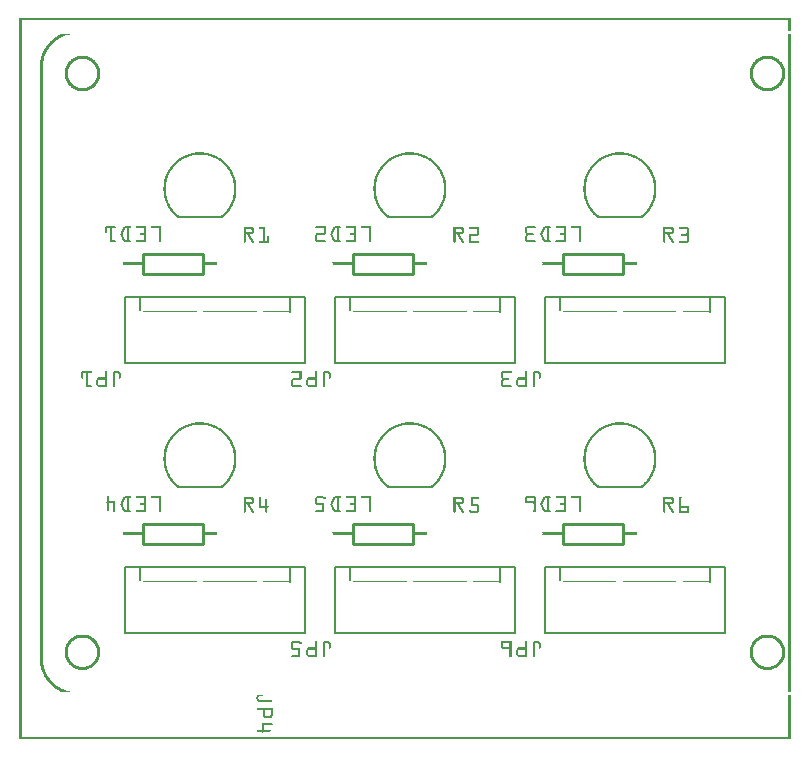
<source format=gto>
G04 MADE WITH FRITZING*
G04 WWW.FRITZING.ORG*
G04 DOUBLE SIDED*
G04 HOLES PLATED*
G04 CONTOUR ON CENTER OF CONTOUR VECTOR*
%ASAXBY*%
%FSLAX23Y23*%
%MOIN*%
%OFA0B0*%
%SFA1.0B1.0*%
%ADD10C,0.010000*%
%ADD11C,0.005000*%
%ADD12R,0.001000X0.001000*%
%LNSILK1*%
G90*
G70*
G54D10*
X412Y1617D02*
X612Y1617D01*
D02*
X612Y1617D02*
X612Y1551D01*
D02*
X612Y1551D02*
X412Y1551D01*
D02*
X412Y1551D02*
X412Y1617D01*
D02*
X1112Y1617D02*
X1312Y1617D01*
D02*
X1312Y1617D02*
X1312Y1551D01*
D02*
X1312Y1551D02*
X1112Y1551D01*
D02*
X1112Y1551D02*
X1112Y1617D01*
D02*
X1812Y1617D02*
X2012Y1617D01*
D02*
X2012Y1617D02*
X2012Y1551D01*
D02*
X2012Y1551D02*
X1812Y1551D01*
D02*
X1812Y1551D02*
X1812Y1617D01*
D02*
X412Y717D02*
X612Y717D01*
D02*
X612Y717D02*
X612Y651D01*
D02*
X612Y651D02*
X412Y651D01*
D02*
X412Y651D02*
X412Y717D01*
D02*
X1112Y717D02*
X1312Y717D01*
D02*
X1312Y717D02*
X1312Y651D01*
D02*
X1312Y651D02*
X1112Y651D01*
D02*
X1112Y651D02*
X1112Y717D01*
D02*
X1812Y717D02*
X2012Y717D01*
D02*
X2012Y717D02*
X2012Y651D01*
D02*
X2012Y651D02*
X1812Y651D01*
D02*
X1812Y651D02*
X1812Y717D01*
G54D11*
D02*
X952Y1254D02*
X952Y1474D01*
D02*
X352Y1254D02*
X352Y1474D01*
D02*
X352Y1254D02*
X952Y1254D01*
D02*
X352Y1474D02*
X402Y1474D01*
D02*
X402Y1474D02*
X902Y1474D01*
D02*
X902Y1474D02*
X952Y1474D01*
D02*
X902Y1474D02*
X902Y1424D01*
D02*
X1652Y1254D02*
X1652Y1474D01*
D02*
X1052Y1254D02*
X1052Y1474D01*
D02*
X1052Y1254D02*
X1652Y1254D01*
D02*
X1052Y1474D02*
X1102Y1474D01*
D02*
X1102Y1474D02*
X1602Y1474D01*
D02*
X1602Y1474D02*
X1652Y1474D01*
D02*
X1602Y1474D02*
X1602Y1424D01*
D02*
X2352Y1254D02*
X2352Y1474D01*
D02*
X1752Y1254D02*
X1752Y1474D01*
D02*
X1752Y1254D02*
X2352Y1254D01*
D02*
X1752Y1474D02*
X1802Y1474D01*
D02*
X1802Y1474D02*
X2302Y1474D01*
D02*
X2302Y1474D02*
X2352Y1474D01*
D02*
X2302Y1474D02*
X2302Y1424D01*
D02*
X952Y354D02*
X952Y574D01*
D02*
X352Y354D02*
X352Y574D01*
D02*
X352Y354D02*
X952Y354D01*
D02*
X352Y574D02*
X402Y574D01*
D02*
X402Y574D02*
X902Y574D01*
D02*
X902Y574D02*
X952Y574D01*
D02*
X902Y574D02*
X902Y524D01*
D02*
X1652Y354D02*
X1652Y574D01*
D02*
X1052Y354D02*
X1052Y574D01*
D02*
X1052Y354D02*
X1652Y354D01*
D02*
X1052Y574D02*
X1102Y574D01*
D02*
X1102Y574D02*
X1602Y574D01*
D02*
X1602Y574D02*
X1652Y574D01*
D02*
X1602Y574D02*
X1602Y524D01*
D02*
X2352Y354D02*
X2352Y574D01*
D02*
X1752Y354D02*
X1752Y574D01*
D02*
X1752Y354D02*
X2352Y354D01*
D02*
X1752Y574D02*
X1802Y574D01*
D02*
X1802Y574D02*
X2302Y574D01*
D02*
X2302Y574D02*
X2352Y574D01*
D02*
X2302Y574D02*
X2302Y524D01*
G54D12*
X0Y2404D02*
X2570Y2404D01*
X0Y2403D02*
X2570Y2403D01*
X0Y2402D02*
X2570Y2402D01*
X0Y2401D02*
X2570Y2401D01*
X0Y2400D02*
X2570Y2400D01*
X0Y2399D02*
X2570Y2399D01*
X0Y2398D02*
X2570Y2398D01*
X0Y2397D02*
X2570Y2397D01*
X0Y2396D02*
X7Y2396D01*
X2563Y2396D02*
X2570Y2396D01*
X0Y2395D02*
X7Y2395D01*
X2563Y2395D02*
X2570Y2395D01*
X0Y2394D02*
X7Y2394D01*
X2563Y2394D02*
X2570Y2394D01*
X0Y2393D02*
X7Y2393D01*
X2563Y2393D02*
X2570Y2393D01*
X0Y2392D02*
X7Y2392D01*
X2563Y2392D02*
X2570Y2392D01*
X0Y2391D02*
X7Y2391D01*
X2563Y2391D02*
X2570Y2391D01*
X0Y2390D02*
X7Y2390D01*
X2563Y2390D02*
X2570Y2390D01*
X0Y2389D02*
X7Y2389D01*
X2563Y2389D02*
X2570Y2389D01*
X0Y2388D02*
X7Y2388D01*
X2563Y2388D02*
X2570Y2388D01*
X0Y2387D02*
X7Y2387D01*
X2563Y2387D02*
X2570Y2387D01*
X0Y2386D02*
X7Y2386D01*
X2563Y2386D02*
X2570Y2386D01*
X0Y2385D02*
X7Y2385D01*
X2563Y2385D02*
X2570Y2385D01*
X0Y2384D02*
X7Y2384D01*
X2563Y2384D02*
X2570Y2384D01*
X0Y2383D02*
X7Y2383D01*
X2563Y2383D02*
X2570Y2383D01*
X0Y2382D02*
X7Y2382D01*
X2563Y2382D02*
X2570Y2382D01*
X0Y2381D02*
X7Y2381D01*
X2563Y2381D02*
X2570Y2381D01*
X0Y2380D02*
X7Y2380D01*
X2563Y2380D02*
X2570Y2380D01*
X0Y2379D02*
X7Y2379D01*
X2563Y2379D02*
X2570Y2379D01*
X0Y2378D02*
X7Y2378D01*
X2563Y2378D02*
X2570Y2378D01*
X0Y2377D02*
X7Y2377D01*
X2563Y2377D02*
X2570Y2377D01*
X0Y2376D02*
X7Y2376D01*
X2563Y2376D02*
X2570Y2376D01*
X0Y2375D02*
X7Y2375D01*
X2563Y2375D02*
X2570Y2375D01*
X0Y2374D02*
X7Y2374D01*
X2563Y2374D02*
X2570Y2374D01*
X0Y2373D02*
X7Y2373D01*
X2563Y2373D02*
X2570Y2373D01*
X0Y2372D02*
X7Y2372D01*
X2563Y2372D02*
X2570Y2372D01*
X0Y2371D02*
X7Y2371D01*
X2563Y2371D02*
X2570Y2371D01*
X0Y2370D02*
X7Y2370D01*
X2563Y2370D02*
X2570Y2370D01*
X0Y2369D02*
X7Y2369D01*
X2563Y2369D02*
X2570Y2369D01*
X0Y2368D02*
X7Y2368D01*
X2563Y2368D02*
X2570Y2368D01*
X0Y2367D02*
X7Y2367D01*
X2563Y2367D02*
X2570Y2367D01*
X0Y2366D02*
X7Y2366D01*
X2563Y2366D02*
X2570Y2366D01*
X0Y2365D02*
X7Y2365D01*
X2563Y2365D02*
X2570Y2365D01*
X0Y2364D02*
X7Y2364D01*
X2563Y2364D02*
X2570Y2364D01*
X0Y2363D02*
X7Y2363D01*
X2563Y2363D02*
X2570Y2363D01*
X0Y2362D02*
X7Y2362D01*
X2563Y2362D02*
X2570Y2362D01*
X0Y2361D02*
X7Y2361D01*
X0Y2360D02*
X7Y2360D01*
X0Y2359D02*
X7Y2359D01*
X0Y2358D02*
X7Y2358D01*
X0Y2357D02*
X7Y2357D01*
X0Y2356D02*
X7Y2356D01*
X0Y2355D02*
X7Y2355D01*
X0Y2354D02*
X7Y2354D01*
X0Y2353D02*
X7Y2353D01*
X0Y2352D02*
X7Y2352D01*
X0Y2351D02*
X7Y2351D01*
X142Y2351D02*
X187Y2351D01*
X2563Y2351D02*
X2570Y2351D01*
X0Y2350D02*
X7Y2350D01*
X140Y2350D02*
X174Y2350D01*
X2563Y2350D02*
X2570Y2350D01*
X0Y2349D02*
X7Y2349D01*
X137Y2349D02*
X168Y2349D01*
X2563Y2349D02*
X2570Y2349D01*
X0Y2348D02*
X7Y2348D01*
X135Y2348D02*
X164Y2348D01*
X2563Y2348D02*
X2570Y2348D01*
X0Y2347D02*
X7Y2347D01*
X133Y2347D02*
X160Y2347D01*
X2563Y2347D02*
X2570Y2347D01*
X0Y2346D02*
X7Y2346D01*
X132Y2346D02*
X156Y2346D01*
X2563Y2346D02*
X2570Y2346D01*
X0Y2345D02*
X7Y2345D01*
X130Y2345D02*
X153Y2345D01*
X2563Y2345D02*
X2570Y2345D01*
X0Y2344D02*
X7Y2344D01*
X128Y2344D02*
X151Y2344D01*
X2563Y2344D02*
X2570Y2344D01*
X0Y2343D02*
X7Y2343D01*
X126Y2343D02*
X148Y2343D01*
X2563Y2343D02*
X2570Y2343D01*
X0Y2342D02*
X7Y2342D01*
X125Y2342D02*
X146Y2342D01*
X2563Y2342D02*
X2570Y2342D01*
X0Y2341D02*
X7Y2341D01*
X123Y2341D02*
X143Y2341D01*
X2563Y2341D02*
X2570Y2341D01*
X0Y2340D02*
X7Y2340D01*
X122Y2340D02*
X141Y2340D01*
X2563Y2340D02*
X2570Y2340D01*
X0Y2339D02*
X7Y2339D01*
X120Y2339D02*
X139Y2339D01*
X2563Y2339D02*
X2570Y2339D01*
X0Y2338D02*
X7Y2338D01*
X119Y2338D02*
X137Y2338D01*
X2563Y2338D02*
X2570Y2338D01*
X0Y2337D02*
X7Y2337D01*
X118Y2337D02*
X136Y2337D01*
X2563Y2337D02*
X2570Y2337D01*
X0Y2336D02*
X7Y2336D01*
X116Y2336D02*
X134Y2336D01*
X2563Y2336D02*
X2570Y2336D01*
X0Y2335D02*
X7Y2335D01*
X115Y2335D02*
X132Y2335D01*
X2563Y2335D02*
X2570Y2335D01*
X0Y2334D02*
X7Y2334D01*
X114Y2334D02*
X130Y2334D01*
X2563Y2334D02*
X2570Y2334D01*
X0Y2333D02*
X7Y2333D01*
X112Y2333D02*
X129Y2333D01*
X2563Y2333D02*
X2570Y2333D01*
X0Y2332D02*
X7Y2332D01*
X111Y2332D02*
X127Y2332D01*
X2563Y2332D02*
X2570Y2332D01*
X0Y2331D02*
X7Y2331D01*
X110Y2331D02*
X126Y2331D01*
X2563Y2331D02*
X2570Y2331D01*
X0Y2330D02*
X7Y2330D01*
X109Y2330D02*
X125Y2330D01*
X2563Y2330D02*
X2570Y2330D01*
X0Y2329D02*
X7Y2329D01*
X108Y2329D02*
X123Y2329D01*
X2563Y2329D02*
X2570Y2329D01*
X0Y2328D02*
X7Y2328D01*
X107Y2328D02*
X122Y2328D01*
X2563Y2328D02*
X2570Y2328D01*
X0Y2327D02*
X7Y2327D01*
X106Y2327D02*
X121Y2327D01*
X2563Y2327D02*
X2570Y2327D01*
X0Y2326D02*
X7Y2326D01*
X105Y2326D02*
X119Y2326D01*
X2563Y2326D02*
X2570Y2326D01*
X0Y2325D02*
X7Y2325D01*
X104Y2325D02*
X118Y2325D01*
X2563Y2325D02*
X2570Y2325D01*
X0Y2324D02*
X7Y2324D01*
X103Y2324D02*
X117Y2324D01*
X2563Y2324D02*
X2570Y2324D01*
X0Y2323D02*
X7Y2323D01*
X102Y2323D02*
X116Y2323D01*
X2563Y2323D02*
X2570Y2323D01*
X0Y2322D02*
X7Y2322D01*
X101Y2322D02*
X115Y2322D01*
X2563Y2322D02*
X2570Y2322D01*
X0Y2321D02*
X7Y2321D01*
X100Y2321D02*
X114Y2321D01*
X2563Y2321D02*
X2570Y2321D01*
X0Y2320D02*
X7Y2320D01*
X99Y2320D02*
X113Y2320D01*
X2563Y2320D02*
X2570Y2320D01*
X0Y2319D02*
X7Y2319D01*
X98Y2319D02*
X112Y2319D01*
X2563Y2319D02*
X2570Y2319D01*
X0Y2318D02*
X7Y2318D01*
X97Y2318D02*
X110Y2318D01*
X2563Y2318D02*
X2570Y2318D01*
X0Y2317D02*
X7Y2317D01*
X96Y2317D02*
X110Y2317D01*
X2563Y2317D02*
X2570Y2317D01*
X0Y2316D02*
X7Y2316D01*
X96Y2316D02*
X109Y2316D01*
X2563Y2316D02*
X2570Y2316D01*
X0Y2315D02*
X7Y2315D01*
X95Y2315D02*
X108Y2315D01*
X2563Y2315D02*
X2570Y2315D01*
X0Y2314D02*
X7Y2314D01*
X94Y2314D02*
X107Y2314D01*
X2563Y2314D02*
X2570Y2314D01*
X0Y2313D02*
X7Y2313D01*
X93Y2313D02*
X106Y2313D01*
X2563Y2313D02*
X2570Y2313D01*
X0Y2312D02*
X7Y2312D01*
X93Y2312D02*
X105Y2312D01*
X2563Y2312D02*
X2570Y2312D01*
X0Y2311D02*
X7Y2311D01*
X92Y2311D02*
X104Y2311D01*
X2563Y2311D02*
X2570Y2311D01*
X0Y2310D02*
X7Y2310D01*
X91Y2310D02*
X103Y2310D01*
X2563Y2310D02*
X2570Y2310D01*
X0Y2309D02*
X7Y2309D01*
X90Y2309D02*
X102Y2309D01*
X2563Y2309D02*
X2570Y2309D01*
X0Y2308D02*
X7Y2308D01*
X90Y2308D02*
X102Y2308D01*
X2563Y2308D02*
X2570Y2308D01*
X0Y2307D02*
X7Y2307D01*
X89Y2307D02*
X101Y2307D01*
X2563Y2307D02*
X2570Y2307D01*
X0Y2306D02*
X7Y2306D01*
X88Y2306D02*
X100Y2306D01*
X2563Y2306D02*
X2570Y2306D01*
X0Y2305D02*
X7Y2305D01*
X88Y2305D02*
X99Y2305D01*
X2563Y2305D02*
X2570Y2305D01*
X0Y2304D02*
X7Y2304D01*
X87Y2304D02*
X99Y2304D01*
X2563Y2304D02*
X2570Y2304D01*
X0Y2303D02*
X7Y2303D01*
X86Y2303D02*
X98Y2303D01*
X2563Y2303D02*
X2570Y2303D01*
X0Y2302D02*
X7Y2302D01*
X86Y2302D02*
X97Y2302D01*
X2563Y2302D02*
X2570Y2302D01*
X0Y2301D02*
X7Y2301D01*
X85Y2301D02*
X96Y2301D01*
X2563Y2301D02*
X2570Y2301D01*
X0Y2300D02*
X7Y2300D01*
X85Y2300D02*
X96Y2300D01*
X2563Y2300D02*
X2570Y2300D01*
X0Y2299D02*
X7Y2299D01*
X84Y2299D02*
X95Y2299D01*
X2563Y2299D02*
X2570Y2299D01*
X0Y2298D02*
X7Y2298D01*
X83Y2298D02*
X94Y2298D01*
X2563Y2298D02*
X2570Y2298D01*
X0Y2297D02*
X7Y2297D01*
X83Y2297D02*
X94Y2297D01*
X2563Y2297D02*
X2570Y2297D01*
X0Y2296D02*
X7Y2296D01*
X82Y2296D02*
X93Y2296D01*
X2563Y2296D02*
X2570Y2296D01*
X0Y2295D02*
X7Y2295D01*
X82Y2295D02*
X93Y2295D01*
X2563Y2295D02*
X2570Y2295D01*
X0Y2294D02*
X7Y2294D01*
X81Y2294D02*
X92Y2294D01*
X2563Y2294D02*
X2570Y2294D01*
X0Y2293D02*
X7Y2293D01*
X81Y2293D02*
X91Y2293D01*
X2563Y2293D02*
X2570Y2293D01*
X0Y2292D02*
X7Y2292D01*
X80Y2292D02*
X91Y2292D01*
X2563Y2292D02*
X2570Y2292D01*
X0Y2291D02*
X7Y2291D01*
X80Y2291D02*
X90Y2291D01*
X2563Y2291D02*
X2570Y2291D01*
X0Y2290D02*
X7Y2290D01*
X79Y2290D02*
X90Y2290D01*
X2563Y2290D02*
X2570Y2290D01*
X0Y2289D02*
X7Y2289D01*
X79Y2289D02*
X89Y2289D01*
X2563Y2289D02*
X2570Y2289D01*
X0Y2288D02*
X7Y2288D01*
X78Y2288D02*
X89Y2288D01*
X2563Y2288D02*
X2570Y2288D01*
X0Y2287D02*
X7Y2287D01*
X78Y2287D02*
X88Y2287D01*
X2563Y2287D02*
X2570Y2287D01*
X0Y2286D02*
X7Y2286D01*
X78Y2286D02*
X88Y2286D01*
X2563Y2286D02*
X2570Y2286D01*
X0Y2285D02*
X7Y2285D01*
X77Y2285D02*
X87Y2285D01*
X2563Y2285D02*
X2570Y2285D01*
X0Y2284D02*
X7Y2284D01*
X77Y2284D02*
X87Y2284D01*
X2563Y2284D02*
X2570Y2284D01*
X0Y2283D02*
X7Y2283D01*
X76Y2283D02*
X86Y2283D01*
X2563Y2283D02*
X2570Y2283D01*
X0Y2282D02*
X7Y2282D01*
X76Y2282D02*
X86Y2282D01*
X2563Y2282D02*
X2570Y2282D01*
X0Y2281D02*
X7Y2281D01*
X76Y2281D02*
X86Y2281D01*
X2563Y2281D02*
X2570Y2281D01*
X0Y2280D02*
X7Y2280D01*
X75Y2280D02*
X85Y2280D01*
X2563Y2280D02*
X2570Y2280D01*
X0Y2279D02*
X7Y2279D01*
X75Y2279D02*
X85Y2279D01*
X2563Y2279D02*
X2570Y2279D01*
X0Y2278D02*
X7Y2278D01*
X75Y2278D02*
X84Y2278D01*
X2563Y2278D02*
X2570Y2278D01*
X0Y2277D02*
X7Y2277D01*
X74Y2277D02*
X84Y2277D01*
X201Y2277D02*
X219Y2277D01*
X2485Y2277D02*
X2502Y2277D01*
X2563Y2277D02*
X2570Y2277D01*
X0Y2276D02*
X7Y2276D01*
X74Y2276D02*
X84Y2276D01*
X197Y2276D02*
X224Y2276D01*
X2480Y2276D02*
X2507Y2276D01*
X2563Y2276D02*
X2570Y2276D01*
X0Y2275D02*
X7Y2275D01*
X74Y2275D02*
X83Y2275D01*
X193Y2275D02*
X228Y2275D01*
X2476Y2275D02*
X2511Y2275D01*
X2563Y2275D02*
X2570Y2275D01*
X0Y2274D02*
X7Y2274D01*
X73Y2274D02*
X83Y2274D01*
X190Y2274D02*
X230Y2274D01*
X2473Y2274D02*
X2513Y2274D01*
X2563Y2274D02*
X2570Y2274D01*
X0Y2273D02*
X7Y2273D01*
X73Y2273D02*
X83Y2273D01*
X188Y2273D02*
X233Y2273D01*
X2471Y2273D02*
X2516Y2273D01*
X2563Y2273D02*
X2570Y2273D01*
X0Y2272D02*
X7Y2272D01*
X73Y2272D02*
X82Y2272D01*
X185Y2272D02*
X235Y2272D01*
X2469Y2272D02*
X2518Y2272D01*
X2563Y2272D02*
X2570Y2272D01*
X0Y2271D02*
X7Y2271D01*
X72Y2271D02*
X82Y2271D01*
X183Y2271D02*
X237Y2271D01*
X2467Y2271D02*
X2520Y2271D01*
X2563Y2271D02*
X2570Y2271D01*
X0Y2270D02*
X7Y2270D01*
X72Y2270D02*
X82Y2270D01*
X182Y2270D02*
X239Y2270D01*
X2465Y2270D02*
X2522Y2270D01*
X2563Y2270D02*
X2570Y2270D01*
X0Y2269D02*
X7Y2269D01*
X72Y2269D02*
X81Y2269D01*
X180Y2269D02*
X241Y2269D01*
X2463Y2269D02*
X2524Y2269D01*
X2563Y2269D02*
X2570Y2269D01*
X0Y2268D02*
X7Y2268D01*
X72Y2268D02*
X81Y2268D01*
X178Y2268D02*
X242Y2268D01*
X2461Y2268D02*
X2525Y2268D01*
X2563Y2268D02*
X2570Y2268D01*
X0Y2267D02*
X7Y2267D01*
X71Y2267D02*
X81Y2267D01*
X177Y2267D02*
X204Y2267D01*
X217Y2267D02*
X244Y2267D01*
X2460Y2267D02*
X2487Y2267D01*
X2500Y2267D02*
X2527Y2267D01*
X2563Y2267D02*
X2570Y2267D01*
X0Y2266D02*
X7Y2266D01*
X71Y2266D02*
X81Y2266D01*
X175Y2266D02*
X198Y2266D01*
X223Y2266D02*
X245Y2266D01*
X2459Y2266D02*
X2481Y2266D01*
X2506Y2266D02*
X2528Y2266D01*
X2563Y2266D02*
X2570Y2266D01*
X0Y2265D02*
X7Y2265D01*
X71Y2265D02*
X80Y2265D01*
X174Y2265D02*
X194Y2265D01*
X226Y2265D02*
X246Y2265D01*
X2457Y2265D02*
X2478Y2265D01*
X2509Y2265D02*
X2530Y2265D01*
X2563Y2265D02*
X2570Y2265D01*
X0Y2264D02*
X7Y2264D01*
X71Y2264D02*
X80Y2264D01*
X173Y2264D02*
X192Y2264D01*
X229Y2264D02*
X248Y2264D01*
X2456Y2264D02*
X2475Y2264D01*
X2512Y2264D02*
X2531Y2264D01*
X2563Y2264D02*
X2570Y2264D01*
X0Y2263D02*
X7Y2263D01*
X70Y2263D02*
X80Y2263D01*
X172Y2263D02*
X189Y2263D01*
X231Y2263D02*
X249Y2263D01*
X2455Y2263D02*
X2472Y2263D01*
X2514Y2263D02*
X2532Y2263D01*
X2563Y2263D02*
X2570Y2263D01*
X0Y2262D02*
X7Y2262D01*
X70Y2262D02*
X80Y2262D01*
X171Y2262D02*
X187Y2262D01*
X233Y2262D02*
X250Y2262D01*
X2454Y2262D02*
X2470Y2262D01*
X2516Y2262D02*
X2533Y2262D01*
X2563Y2262D02*
X2570Y2262D01*
X0Y2261D02*
X7Y2261D01*
X70Y2261D02*
X79Y2261D01*
X169Y2261D02*
X185Y2261D01*
X235Y2261D02*
X251Y2261D01*
X2453Y2261D02*
X2469Y2261D01*
X2518Y2261D02*
X2534Y2261D01*
X2563Y2261D02*
X2570Y2261D01*
X0Y2260D02*
X7Y2260D01*
X70Y2260D02*
X79Y2260D01*
X168Y2260D02*
X184Y2260D01*
X237Y2260D02*
X252Y2260D01*
X2452Y2260D02*
X2467Y2260D01*
X2520Y2260D02*
X2535Y2260D01*
X2563Y2260D02*
X2570Y2260D01*
X0Y2259D02*
X7Y2259D01*
X70Y2259D02*
X79Y2259D01*
X167Y2259D02*
X182Y2259D01*
X238Y2259D02*
X253Y2259D01*
X2451Y2259D02*
X2465Y2259D01*
X2521Y2259D02*
X2536Y2259D01*
X2563Y2259D02*
X2570Y2259D01*
X0Y2258D02*
X7Y2258D01*
X69Y2258D02*
X79Y2258D01*
X167Y2258D02*
X181Y2258D01*
X240Y2258D02*
X254Y2258D01*
X2450Y2258D02*
X2464Y2258D01*
X2523Y2258D02*
X2537Y2258D01*
X2563Y2258D02*
X2570Y2258D01*
X0Y2257D02*
X7Y2257D01*
X69Y2257D02*
X79Y2257D01*
X166Y2257D02*
X180Y2257D01*
X241Y2257D02*
X255Y2257D01*
X2449Y2257D02*
X2463Y2257D01*
X2524Y2257D02*
X2538Y2257D01*
X2563Y2257D02*
X2570Y2257D01*
X0Y2256D02*
X7Y2256D01*
X69Y2256D02*
X79Y2256D01*
X165Y2256D02*
X178Y2256D01*
X242Y2256D02*
X256Y2256D01*
X2448Y2256D02*
X2462Y2256D01*
X2525Y2256D02*
X2539Y2256D01*
X2563Y2256D02*
X2570Y2256D01*
X0Y2255D02*
X7Y2255D01*
X69Y2255D02*
X78Y2255D01*
X164Y2255D02*
X177Y2255D01*
X243Y2255D02*
X256Y2255D01*
X2447Y2255D02*
X2460Y2255D01*
X2526Y2255D02*
X2540Y2255D01*
X2563Y2255D02*
X2570Y2255D01*
X0Y2254D02*
X7Y2254D01*
X69Y2254D02*
X78Y2254D01*
X163Y2254D02*
X176Y2254D01*
X244Y2254D02*
X257Y2254D01*
X2446Y2254D02*
X2459Y2254D01*
X2527Y2254D02*
X2540Y2254D01*
X2563Y2254D02*
X2570Y2254D01*
X0Y2253D02*
X7Y2253D01*
X69Y2253D02*
X78Y2253D01*
X163Y2253D02*
X175Y2253D01*
X245Y2253D02*
X258Y2253D01*
X2446Y2253D02*
X2458Y2253D01*
X2529Y2253D02*
X2541Y2253D01*
X2563Y2253D02*
X2570Y2253D01*
X0Y2252D02*
X7Y2252D01*
X69Y2252D02*
X78Y2252D01*
X162Y2252D02*
X174Y2252D01*
X246Y2252D02*
X259Y2252D01*
X2445Y2252D02*
X2457Y2252D01*
X2529Y2252D02*
X2542Y2252D01*
X2563Y2252D02*
X2570Y2252D01*
X0Y2251D02*
X7Y2251D01*
X68Y2251D02*
X78Y2251D01*
X161Y2251D02*
X173Y2251D01*
X247Y2251D02*
X259Y2251D01*
X2444Y2251D02*
X2456Y2251D01*
X2530Y2251D02*
X2542Y2251D01*
X2563Y2251D02*
X2570Y2251D01*
X0Y2250D02*
X7Y2250D01*
X68Y2250D02*
X78Y2250D01*
X161Y2250D02*
X172Y2250D01*
X248Y2250D02*
X260Y2250D01*
X2444Y2250D02*
X2456Y2250D01*
X2531Y2250D02*
X2543Y2250D01*
X2563Y2250D02*
X2570Y2250D01*
X0Y2249D02*
X7Y2249D01*
X68Y2249D02*
X78Y2249D01*
X160Y2249D02*
X172Y2249D01*
X249Y2249D02*
X260Y2249D01*
X2443Y2249D02*
X2455Y2249D01*
X2532Y2249D02*
X2544Y2249D01*
X2563Y2249D02*
X2570Y2249D01*
X0Y2248D02*
X7Y2248D01*
X68Y2248D02*
X78Y2248D01*
X159Y2248D02*
X171Y2248D01*
X250Y2248D02*
X261Y2248D01*
X2443Y2248D02*
X2454Y2248D01*
X2533Y2248D02*
X2544Y2248D01*
X2563Y2248D02*
X2570Y2248D01*
X0Y2247D02*
X7Y2247D01*
X68Y2247D02*
X78Y2247D01*
X159Y2247D02*
X170Y2247D01*
X251Y2247D02*
X262Y2247D01*
X2442Y2247D02*
X2453Y2247D01*
X2534Y2247D02*
X2545Y2247D01*
X2563Y2247D02*
X2570Y2247D01*
X0Y2246D02*
X7Y2246D01*
X68Y2246D02*
X77Y2246D01*
X158Y2246D02*
X169Y2246D01*
X251Y2246D02*
X262Y2246D01*
X2441Y2246D02*
X2452Y2246D01*
X2534Y2246D02*
X2545Y2246D01*
X2563Y2246D02*
X2570Y2246D01*
X0Y2245D02*
X7Y2245D01*
X68Y2245D02*
X77Y2245D01*
X158Y2245D02*
X169Y2245D01*
X252Y2245D02*
X263Y2245D01*
X2441Y2245D02*
X2452Y2245D01*
X2535Y2245D02*
X2546Y2245D01*
X2563Y2245D02*
X2570Y2245D01*
X0Y2244D02*
X7Y2244D01*
X68Y2244D02*
X77Y2244D01*
X157Y2244D02*
X168Y2244D01*
X253Y2244D02*
X263Y2244D01*
X2441Y2244D02*
X2451Y2244D01*
X2536Y2244D02*
X2546Y2244D01*
X2563Y2244D02*
X2570Y2244D01*
X0Y2243D02*
X7Y2243D01*
X68Y2243D02*
X77Y2243D01*
X157Y2243D02*
X167Y2243D01*
X253Y2243D02*
X264Y2243D01*
X2440Y2243D02*
X2451Y2243D01*
X2536Y2243D02*
X2547Y2243D01*
X2563Y2243D02*
X2570Y2243D01*
X0Y2242D02*
X7Y2242D01*
X68Y2242D02*
X77Y2242D01*
X156Y2242D02*
X167Y2242D01*
X254Y2242D02*
X264Y2242D01*
X2440Y2242D02*
X2450Y2242D01*
X2537Y2242D02*
X2547Y2242D01*
X2563Y2242D02*
X2570Y2242D01*
X0Y2241D02*
X7Y2241D01*
X68Y2241D02*
X77Y2241D01*
X156Y2241D02*
X166Y2241D01*
X254Y2241D02*
X265Y2241D01*
X2439Y2241D02*
X2449Y2241D01*
X2537Y2241D02*
X2548Y2241D01*
X2563Y2241D02*
X2570Y2241D01*
X0Y2240D02*
X7Y2240D01*
X68Y2240D02*
X77Y2240D01*
X156Y2240D02*
X166Y2240D01*
X255Y2240D02*
X265Y2240D01*
X2439Y2240D02*
X2449Y2240D01*
X2538Y2240D02*
X2548Y2240D01*
X2563Y2240D02*
X2570Y2240D01*
X0Y2239D02*
X7Y2239D01*
X68Y2239D02*
X77Y2239D01*
X155Y2239D02*
X165Y2239D01*
X255Y2239D02*
X265Y2239D01*
X2438Y2239D02*
X2448Y2239D01*
X2538Y2239D02*
X2548Y2239D01*
X2563Y2239D02*
X2570Y2239D01*
X0Y2238D02*
X7Y2238D01*
X68Y2238D02*
X77Y2238D01*
X155Y2238D02*
X165Y2238D01*
X256Y2238D02*
X266Y2238D01*
X2438Y2238D02*
X2448Y2238D01*
X2539Y2238D02*
X2549Y2238D01*
X2563Y2238D02*
X2570Y2238D01*
X0Y2237D02*
X7Y2237D01*
X68Y2237D02*
X77Y2237D01*
X155Y2237D02*
X164Y2237D01*
X256Y2237D02*
X266Y2237D01*
X2438Y2237D02*
X2448Y2237D01*
X2539Y2237D02*
X2549Y2237D01*
X2563Y2237D02*
X2570Y2237D01*
X0Y2236D02*
X7Y2236D01*
X68Y2236D02*
X77Y2236D01*
X154Y2236D02*
X164Y2236D01*
X256Y2236D02*
X266Y2236D01*
X2437Y2236D02*
X2447Y2236D01*
X2540Y2236D02*
X2549Y2236D01*
X2563Y2236D02*
X2570Y2236D01*
X0Y2235D02*
X7Y2235D01*
X68Y2235D02*
X77Y2235D01*
X154Y2235D02*
X164Y2235D01*
X257Y2235D02*
X267Y2235D01*
X2437Y2235D02*
X2447Y2235D01*
X2540Y2235D02*
X2550Y2235D01*
X2563Y2235D02*
X2570Y2235D01*
X0Y2234D02*
X7Y2234D01*
X68Y2234D02*
X77Y2234D01*
X154Y2234D02*
X163Y2234D01*
X257Y2234D02*
X267Y2234D01*
X2437Y2234D02*
X2446Y2234D01*
X2540Y2234D02*
X2550Y2234D01*
X2563Y2234D02*
X2570Y2234D01*
X0Y2233D02*
X7Y2233D01*
X68Y2233D02*
X77Y2233D01*
X153Y2233D02*
X163Y2233D01*
X258Y2233D02*
X267Y2233D01*
X2437Y2233D02*
X2446Y2233D01*
X2541Y2233D02*
X2550Y2233D01*
X2563Y2233D02*
X2570Y2233D01*
X0Y2232D02*
X7Y2232D01*
X68Y2232D02*
X77Y2232D01*
X153Y2232D02*
X163Y2232D01*
X258Y2232D02*
X267Y2232D01*
X2436Y2232D02*
X2446Y2232D01*
X2541Y2232D02*
X2551Y2232D01*
X2563Y2232D02*
X2570Y2232D01*
X0Y2231D02*
X7Y2231D01*
X68Y2231D02*
X77Y2231D01*
X153Y2231D02*
X162Y2231D01*
X258Y2231D02*
X268Y2231D01*
X2436Y2231D02*
X2446Y2231D01*
X2541Y2231D02*
X2551Y2231D01*
X2563Y2231D02*
X2570Y2231D01*
X0Y2230D02*
X7Y2230D01*
X68Y2230D02*
X77Y2230D01*
X153Y2230D02*
X162Y2230D01*
X258Y2230D02*
X268Y2230D01*
X2436Y2230D02*
X2445Y2230D01*
X2541Y2230D02*
X2551Y2230D01*
X2563Y2230D02*
X2570Y2230D01*
X0Y2229D02*
X7Y2229D01*
X68Y2229D02*
X77Y2229D01*
X152Y2229D02*
X162Y2229D01*
X259Y2229D02*
X268Y2229D01*
X2436Y2229D02*
X2445Y2229D01*
X2542Y2229D02*
X2551Y2229D01*
X2563Y2229D02*
X2570Y2229D01*
X0Y2228D02*
X7Y2228D01*
X68Y2228D02*
X77Y2228D01*
X152Y2228D02*
X162Y2228D01*
X259Y2228D02*
X268Y2228D01*
X2435Y2228D02*
X2445Y2228D01*
X2542Y2228D02*
X2551Y2228D01*
X2563Y2228D02*
X2570Y2228D01*
X0Y2227D02*
X7Y2227D01*
X68Y2227D02*
X77Y2227D01*
X152Y2227D02*
X162Y2227D01*
X259Y2227D02*
X268Y2227D01*
X2435Y2227D02*
X2445Y2227D01*
X2542Y2227D02*
X2552Y2227D01*
X2563Y2227D02*
X2570Y2227D01*
X0Y2226D02*
X7Y2226D01*
X68Y2226D02*
X77Y2226D01*
X152Y2226D02*
X161Y2226D01*
X259Y2226D02*
X269Y2226D01*
X2435Y2226D02*
X2445Y2226D01*
X2542Y2226D02*
X2552Y2226D01*
X2563Y2226D02*
X2570Y2226D01*
X0Y2225D02*
X7Y2225D01*
X68Y2225D02*
X77Y2225D01*
X152Y2225D02*
X161Y2225D01*
X259Y2225D02*
X269Y2225D01*
X2435Y2225D02*
X2444Y2225D01*
X2542Y2225D02*
X2552Y2225D01*
X2563Y2225D02*
X2570Y2225D01*
X0Y2224D02*
X7Y2224D01*
X68Y2224D02*
X77Y2224D01*
X152Y2224D02*
X161Y2224D01*
X259Y2224D02*
X269Y2224D01*
X2435Y2224D02*
X2444Y2224D01*
X2542Y2224D02*
X2552Y2224D01*
X2563Y2224D02*
X2570Y2224D01*
X0Y2223D02*
X7Y2223D01*
X68Y2223D02*
X77Y2223D01*
X152Y2223D02*
X161Y2223D01*
X259Y2223D02*
X269Y2223D01*
X2435Y2223D02*
X2444Y2223D01*
X2543Y2223D02*
X2552Y2223D01*
X2563Y2223D02*
X2570Y2223D01*
X0Y2222D02*
X7Y2222D01*
X68Y2222D02*
X77Y2222D01*
X152Y2222D02*
X161Y2222D01*
X260Y2222D02*
X269Y2222D01*
X2435Y2222D02*
X2444Y2222D01*
X2543Y2222D02*
X2552Y2222D01*
X2563Y2222D02*
X2570Y2222D01*
X0Y2221D02*
X7Y2221D01*
X68Y2221D02*
X77Y2221D01*
X152Y2221D02*
X161Y2221D01*
X260Y2221D02*
X269Y2221D01*
X2435Y2221D02*
X2444Y2221D01*
X2543Y2221D02*
X2552Y2221D01*
X2563Y2221D02*
X2570Y2221D01*
X0Y2220D02*
X7Y2220D01*
X68Y2220D02*
X77Y2220D01*
X152Y2220D02*
X161Y2220D01*
X260Y2220D02*
X269Y2220D01*
X2435Y2220D02*
X2444Y2220D01*
X2543Y2220D02*
X2552Y2220D01*
X2563Y2220D02*
X2570Y2220D01*
X0Y2219D02*
X7Y2219D01*
X68Y2219D02*
X77Y2219D01*
X151Y2219D02*
X161Y2219D01*
X260Y2219D02*
X269Y2219D01*
X2435Y2219D02*
X2444Y2219D01*
X2543Y2219D02*
X2552Y2219D01*
X2563Y2219D02*
X2570Y2219D01*
X0Y2218D02*
X7Y2218D01*
X68Y2218D02*
X77Y2218D01*
X151Y2218D02*
X161Y2218D01*
X260Y2218D02*
X269Y2218D01*
X2435Y2218D02*
X2444Y2218D01*
X2543Y2218D02*
X2552Y2218D01*
X2563Y2218D02*
X2570Y2218D01*
X0Y2217D02*
X7Y2217D01*
X68Y2217D02*
X77Y2217D01*
X152Y2217D02*
X161Y2217D01*
X260Y2217D02*
X269Y2217D01*
X2435Y2217D02*
X2444Y2217D01*
X2543Y2217D02*
X2552Y2217D01*
X2563Y2217D02*
X2570Y2217D01*
X0Y2216D02*
X7Y2216D01*
X68Y2216D02*
X77Y2216D01*
X152Y2216D02*
X161Y2216D01*
X260Y2216D02*
X269Y2216D01*
X2435Y2216D02*
X2444Y2216D01*
X2543Y2216D02*
X2552Y2216D01*
X2563Y2216D02*
X2570Y2216D01*
X0Y2215D02*
X7Y2215D01*
X68Y2215D02*
X77Y2215D01*
X152Y2215D02*
X161Y2215D01*
X260Y2215D02*
X269Y2215D01*
X2435Y2215D02*
X2444Y2215D01*
X2543Y2215D02*
X2552Y2215D01*
X2563Y2215D02*
X2570Y2215D01*
X0Y2214D02*
X7Y2214D01*
X68Y2214D02*
X77Y2214D01*
X152Y2214D02*
X161Y2214D01*
X259Y2214D02*
X269Y2214D01*
X2435Y2214D02*
X2444Y2214D01*
X2543Y2214D02*
X2552Y2214D01*
X2563Y2214D02*
X2570Y2214D01*
X0Y2213D02*
X7Y2213D01*
X68Y2213D02*
X77Y2213D01*
X152Y2213D02*
X161Y2213D01*
X259Y2213D02*
X269Y2213D01*
X2435Y2213D02*
X2444Y2213D01*
X2542Y2213D02*
X2552Y2213D01*
X2563Y2213D02*
X2570Y2213D01*
X0Y2212D02*
X7Y2212D01*
X68Y2212D02*
X77Y2212D01*
X152Y2212D02*
X161Y2212D01*
X259Y2212D02*
X269Y2212D01*
X2435Y2212D02*
X2444Y2212D01*
X2542Y2212D02*
X2552Y2212D01*
X2563Y2212D02*
X2570Y2212D01*
X0Y2211D02*
X7Y2211D01*
X68Y2211D02*
X77Y2211D01*
X152Y2211D02*
X161Y2211D01*
X259Y2211D02*
X269Y2211D01*
X2435Y2211D02*
X2445Y2211D01*
X2542Y2211D02*
X2552Y2211D01*
X2563Y2211D02*
X2570Y2211D01*
X0Y2210D02*
X7Y2210D01*
X68Y2210D02*
X77Y2210D01*
X152Y2210D02*
X162Y2210D01*
X259Y2210D02*
X268Y2210D01*
X2435Y2210D02*
X2445Y2210D01*
X2542Y2210D02*
X2552Y2210D01*
X2563Y2210D02*
X2570Y2210D01*
X0Y2209D02*
X7Y2209D01*
X68Y2209D02*
X77Y2209D01*
X152Y2209D02*
X162Y2209D01*
X259Y2209D02*
X268Y2209D01*
X2435Y2209D02*
X2445Y2209D01*
X2542Y2209D02*
X2551Y2209D01*
X2563Y2209D02*
X2570Y2209D01*
X0Y2208D02*
X7Y2208D01*
X68Y2208D02*
X77Y2208D01*
X152Y2208D02*
X162Y2208D01*
X259Y2208D02*
X268Y2208D01*
X2436Y2208D02*
X2445Y2208D01*
X2542Y2208D02*
X2551Y2208D01*
X2563Y2208D02*
X2570Y2208D01*
X0Y2207D02*
X7Y2207D01*
X68Y2207D02*
X77Y2207D01*
X153Y2207D02*
X162Y2207D01*
X258Y2207D02*
X268Y2207D01*
X2436Y2207D02*
X2445Y2207D01*
X2541Y2207D02*
X2551Y2207D01*
X2563Y2207D02*
X2570Y2207D01*
X0Y2206D02*
X7Y2206D01*
X68Y2206D02*
X77Y2206D01*
X153Y2206D02*
X162Y2206D01*
X258Y2206D02*
X268Y2206D01*
X2436Y2206D02*
X2446Y2206D01*
X2541Y2206D02*
X2551Y2206D01*
X2563Y2206D02*
X2570Y2206D01*
X0Y2205D02*
X7Y2205D01*
X68Y2205D02*
X77Y2205D01*
X153Y2205D02*
X163Y2205D01*
X258Y2205D02*
X267Y2205D01*
X2436Y2205D02*
X2446Y2205D01*
X2541Y2205D02*
X2551Y2205D01*
X2563Y2205D02*
X2570Y2205D01*
X0Y2204D02*
X7Y2204D01*
X68Y2204D02*
X77Y2204D01*
X153Y2204D02*
X163Y2204D01*
X258Y2204D02*
X267Y2204D01*
X2436Y2204D02*
X2446Y2204D01*
X2541Y2204D02*
X2550Y2204D01*
X2563Y2204D02*
X2570Y2204D01*
X0Y2203D02*
X7Y2203D01*
X68Y2203D02*
X77Y2203D01*
X154Y2203D02*
X163Y2203D01*
X257Y2203D02*
X267Y2203D01*
X2437Y2203D02*
X2446Y2203D01*
X2540Y2203D02*
X2550Y2203D01*
X2563Y2203D02*
X2570Y2203D01*
X0Y2202D02*
X7Y2202D01*
X68Y2202D02*
X77Y2202D01*
X154Y2202D02*
X164Y2202D01*
X257Y2202D02*
X267Y2202D01*
X2437Y2202D02*
X2447Y2202D01*
X2540Y2202D02*
X2550Y2202D01*
X2563Y2202D02*
X2570Y2202D01*
X0Y2201D02*
X7Y2201D01*
X68Y2201D02*
X77Y2201D01*
X154Y2201D02*
X164Y2201D01*
X256Y2201D02*
X266Y2201D01*
X2437Y2201D02*
X2447Y2201D01*
X2540Y2201D02*
X2549Y2201D01*
X2563Y2201D02*
X2570Y2201D01*
X0Y2200D02*
X7Y2200D01*
X68Y2200D02*
X77Y2200D01*
X155Y2200D02*
X164Y2200D01*
X256Y2200D02*
X266Y2200D01*
X2438Y2200D02*
X2448Y2200D01*
X2539Y2200D02*
X2549Y2200D01*
X2563Y2200D02*
X2570Y2200D01*
X0Y2199D02*
X7Y2199D01*
X68Y2199D02*
X77Y2199D01*
X155Y2199D02*
X165Y2199D01*
X256Y2199D02*
X266Y2199D01*
X2438Y2199D02*
X2448Y2199D01*
X2539Y2199D02*
X2549Y2199D01*
X2563Y2199D02*
X2570Y2199D01*
X0Y2198D02*
X7Y2198D01*
X68Y2198D02*
X77Y2198D01*
X155Y2198D02*
X165Y2198D01*
X255Y2198D02*
X265Y2198D01*
X2438Y2198D02*
X2448Y2198D01*
X2538Y2198D02*
X2548Y2198D01*
X2563Y2198D02*
X2570Y2198D01*
X0Y2197D02*
X7Y2197D01*
X68Y2197D02*
X77Y2197D01*
X156Y2197D02*
X166Y2197D01*
X255Y2197D02*
X265Y2197D01*
X2439Y2197D02*
X2449Y2197D01*
X2538Y2197D02*
X2548Y2197D01*
X2563Y2197D02*
X2570Y2197D01*
X0Y2196D02*
X7Y2196D01*
X68Y2196D02*
X77Y2196D01*
X156Y2196D02*
X166Y2196D01*
X254Y2196D02*
X265Y2196D01*
X2439Y2196D02*
X2449Y2196D01*
X2537Y2196D02*
X2548Y2196D01*
X2563Y2196D02*
X2570Y2196D01*
X0Y2195D02*
X7Y2195D01*
X68Y2195D02*
X77Y2195D01*
X156Y2195D02*
X167Y2195D01*
X254Y2195D02*
X264Y2195D01*
X2440Y2195D02*
X2450Y2195D01*
X2537Y2195D02*
X2547Y2195D01*
X2563Y2195D02*
X2570Y2195D01*
X0Y2194D02*
X7Y2194D01*
X68Y2194D02*
X77Y2194D01*
X157Y2194D02*
X167Y2194D01*
X253Y2194D02*
X264Y2194D01*
X2440Y2194D02*
X2451Y2194D01*
X2536Y2194D02*
X2547Y2194D01*
X2563Y2194D02*
X2570Y2194D01*
X0Y2193D02*
X7Y2193D01*
X68Y2193D02*
X77Y2193D01*
X157Y2193D02*
X168Y2193D01*
X253Y2193D02*
X263Y2193D01*
X2441Y2193D02*
X2451Y2193D01*
X2536Y2193D02*
X2546Y2193D01*
X2563Y2193D02*
X2570Y2193D01*
X0Y2192D02*
X7Y2192D01*
X68Y2192D02*
X77Y2192D01*
X158Y2192D02*
X169Y2192D01*
X252Y2192D02*
X263Y2192D01*
X2441Y2192D02*
X2452Y2192D01*
X2535Y2192D02*
X2546Y2192D01*
X2563Y2192D02*
X2570Y2192D01*
X0Y2191D02*
X7Y2191D01*
X68Y2191D02*
X77Y2191D01*
X158Y2191D02*
X169Y2191D01*
X251Y2191D02*
X262Y2191D01*
X2441Y2191D02*
X2452Y2191D01*
X2534Y2191D02*
X2545Y2191D01*
X2563Y2191D02*
X2570Y2191D01*
X0Y2190D02*
X7Y2190D01*
X68Y2190D02*
X77Y2190D01*
X159Y2190D02*
X170Y2190D01*
X251Y2190D02*
X262Y2190D01*
X2442Y2190D02*
X2453Y2190D01*
X2534Y2190D02*
X2545Y2190D01*
X2563Y2190D02*
X2570Y2190D01*
X0Y2189D02*
X7Y2189D01*
X68Y2189D02*
X77Y2189D01*
X159Y2189D02*
X171Y2189D01*
X250Y2189D02*
X261Y2189D01*
X2443Y2189D02*
X2454Y2189D01*
X2533Y2189D02*
X2544Y2189D01*
X2563Y2189D02*
X2570Y2189D01*
X0Y2188D02*
X7Y2188D01*
X68Y2188D02*
X77Y2188D01*
X160Y2188D02*
X172Y2188D01*
X249Y2188D02*
X261Y2188D01*
X2443Y2188D02*
X2455Y2188D01*
X2532Y2188D02*
X2544Y2188D01*
X2563Y2188D02*
X2570Y2188D01*
X0Y2187D02*
X7Y2187D01*
X68Y2187D02*
X77Y2187D01*
X161Y2187D02*
X172Y2187D01*
X248Y2187D02*
X260Y2187D01*
X2444Y2187D02*
X2455Y2187D01*
X2531Y2187D02*
X2543Y2187D01*
X2563Y2187D02*
X2570Y2187D01*
X0Y2186D02*
X7Y2186D01*
X68Y2186D02*
X77Y2186D01*
X161Y2186D02*
X173Y2186D01*
X247Y2186D02*
X259Y2186D01*
X2444Y2186D02*
X2456Y2186D01*
X2530Y2186D02*
X2542Y2186D01*
X2563Y2186D02*
X2570Y2186D01*
X0Y2185D02*
X7Y2185D01*
X68Y2185D02*
X77Y2185D01*
X162Y2185D02*
X174Y2185D01*
X246Y2185D02*
X259Y2185D01*
X2445Y2185D02*
X2457Y2185D01*
X2529Y2185D02*
X2542Y2185D01*
X2563Y2185D02*
X2570Y2185D01*
X0Y2184D02*
X7Y2184D01*
X68Y2184D02*
X77Y2184D01*
X163Y2184D02*
X175Y2184D01*
X245Y2184D02*
X258Y2184D01*
X2446Y2184D02*
X2458Y2184D01*
X2529Y2184D02*
X2541Y2184D01*
X2563Y2184D02*
X2570Y2184D01*
X0Y2183D02*
X7Y2183D01*
X68Y2183D02*
X77Y2183D01*
X163Y2183D02*
X176Y2183D01*
X244Y2183D02*
X257Y2183D01*
X2446Y2183D02*
X2459Y2183D01*
X2527Y2183D02*
X2540Y2183D01*
X2563Y2183D02*
X2570Y2183D01*
X0Y2182D02*
X7Y2182D01*
X68Y2182D02*
X77Y2182D01*
X164Y2182D02*
X177Y2182D01*
X243Y2182D02*
X256Y2182D01*
X2447Y2182D02*
X2460Y2182D01*
X2526Y2182D02*
X2540Y2182D01*
X2563Y2182D02*
X2570Y2182D01*
X0Y2181D02*
X7Y2181D01*
X68Y2181D02*
X77Y2181D01*
X165Y2181D02*
X178Y2181D01*
X242Y2181D02*
X256Y2181D01*
X2448Y2181D02*
X2462Y2181D01*
X2525Y2181D02*
X2539Y2181D01*
X2563Y2181D02*
X2570Y2181D01*
X0Y2180D02*
X7Y2180D01*
X68Y2180D02*
X77Y2180D01*
X166Y2180D02*
X180Y2180D01*
X241Y2180D02*
X255Y2180D01*
X2449Y2180D02*
X2463Y2180D01*
X2524Y2180D02*
X2538Y2180D01*
X2563Y2180D02*
X2570Y2180D01*
X0Y2179D02*
X7Y2179D01*
X68Y2179D02*
X77Y2179D01*
X167Y2179D02*
X181Y2179D01*
X240Y2179D02*
X254Y2179D01*
X2450Y2179D02*
X2464Y2179D01*
X2523Y2179D02*
X2537Y2179D01*
X2563Y2179D02*
X2570Y2179D01*
X0Y2178D02*
X7Y2178D01*
X68Y2178D02*
X77Y2178D01*
X167Y2178D02*
X182Y2178D01*
X238Y2178D02*
X253Y2178D01*
X2451Y2178D02*
X2465Y2178D01*
X2521Y2178D02*
X2536Y2178D01*
X2563Y2178D02*
X2570Y2178D01*
X0Y2177D02*
X7Y2177D01*
X68Y2177D02*
X77Y2177D01*
X168Y2177D02*
X184Y2177D01*
X237Y2177D02*
X252Y2177D01*
X2452Y2177D02*
X2467Y2177D01*
X2520Y2177D02*
X2535Y2177D01*
X2563Y2177D02*
X2570Y2177D01*
X0Y2176D02*
X7Y2176D01*
X68Y2176D02*
X77Y2176D01*
X169Y2176D02*
X185Y2176D01*
X235Y2176D02*
X251Y2176D01*
X2453Y2176D02*
X2469Y2176D01*
X2518Y2176D02*
X2534Y2176D01*
X2563Y2176D02*
X2570Y2176D01*
X0Y2175D02*
X7Y2175D01*
X68Y2175D02*
X77Y2175D01*
X171Y2175D02*
X187Y2175D01*
X233Y2175D02*
X250Y2175D01*
X2454Y2175D02*
X2470Y2175D01*
X2516Y2175D02*
X2533Y2175D01*
X2563Y2175D02*
X2570Y2175D01*
X0Y2174D02*
X7Y2174D01*
X68Y2174D02*
X77Y2174D01*
X172Y2174D02*
X189Y2174D01*
X231Y2174D02*
X249Y2174D01*
X2455Y2174D02*
X2472Y2174D01*
X2514Y2174D02*
X2532Y2174D01*
X2563Y2174D02*
X2570Y2174D01*
X0Y2173D02*
X7Y2173D01*
X68Y2173D02*
X77Y2173D01*
X173Y2173D02*
X192Y2173D01*
X229Y2173D02*
X248Y2173D01*
X2456Y2173D02*
X2475Y2173D01*
X2512Y2173D02*
X2531Y2173D01*
X2563Y2173D02*
X2570Y2173D01*
X0Y2172D02*
X7Y2172D01*
X68Y2172D02*
X77Y2172D01*
X174Y2172D02*
X194Y2172D01*
X226Y2172D02*
X247Y2172D01*
X2457Y2172D02*
X2477Y2172D01*
X2509Y2172D02*
X2530Y2172D01*
X2563Y2172D02*
X2570Y2172D01*
X0Y2171D02*
X7Y2171D01*
X68Y2171D02*
X77Y2171D01*
X175Y2171D02*
X198Y2171D01*
X223Y2171D02*
X245Y2171D01*
X2459Y2171D02*
X2481Y2171D01*
X2506Y2171D02*
X2528Y2171D01*
X2563Y2171D02*
X2570Y2171D01*
X0Y2170D02*
X7Y2170D01*
X68Y2170D02*
X77Y2170D01*
X177Y2170D02*
X203Y2170D01*
X217Y2170D02*
X244Y2170D01*
X2460Y2170D02*
X2487Y2170D01*
X2500Y2170D02*
X2527Y2170D01*
X2563Y2170D02*
X2570Y2170D01*
X0Y2169D02*
X7Y2169D01*
X68Y2169D02*
X77Y2169D01*
X178Y2169D02*
X242Y2169D01*
X2461Y2169D02*
X2525Y2169D01*
X2563Y2169D02*
X2570Y2169D01*
X0Y2168D02*
X7Y2168D01*
X68Y2168D02*
X77Y2168D01*
X180Y2168D02*
X241Y2168D01*
X2463Y2168D02*
X2524Y2168D01*
X2563Y2168D02*
X2570Y2168D01*
X0Y2167D02*
X7Y2167D01*
X68Y2167D02*
X77Y2167D01*
X182Y2167D02*
X239Y2167D01*
X2465Y2167D02*
X2522Y2167D01*
X2563Y2167D02*
X2570Y2167D01*
X0Y2166D02*
X7Y2166D01*
X68Y2166D02*
X77Y2166D01*
X183Y2166D02*
X237Y2166D01*
X2467Y2166D02*
X2520Y2166D01*
X2563Y2166D02*
X2570Y2166D01*
X0Y2165D02*
X7Y2165D01*
X68Y2165D02*
X77Y2165D01*
X185Y2165D02*
X235Y2165D01*
X2469Y2165D02*
X2518Y2165D01*
X2563Y2165D02*
X2570Y2165D01*
X0Y2164D02*
X7Y2164D01*
X68Y2164D02*
X77Y2164D01*
X188Y2164D02*
X233Y2164D01*
X2471Y2164D02*
X2516Y2164D01*
X2563Y2164D02*
X2570Y2164D01*
X0Y2163D02*
X7Y2163D01*
X68Y2163D02*
X77Y2163D01*
X190Y2163D02*
X230Y2163D01*
X2473Y2163D02*
X2513Y2163D01*
X2563Y2163D02*
X2570Y2163D01*
X0Y2162D02*
X7Y2162D01*
X68Y2162D02*
X77Y2162D01*
X193Y2162D02*
X228Y2162D01*
X2476Y2162D02*
X2511Y2162D01*
X2563Y2162D02*
X2570Y2162D01*
X0Y2161D02*
X7Y2161D01*
X68Y2161D02*
X77Y2161D01*
X197Y2161D02*
X224Y2161D01*
X2480Y2161D02*
X2507Y2161D01*
X2563Y2161D02*
X2570Y2161D01*
X0Y2160D02*
X7Y2160D01*
X68Y2160D02*
X77Y2160D01*
X201Y2160D02*
X219Y2160D01*
X2485Y2160D02*
X2502Y2160D01*
X2563Y2160D02*
X2570Y2160D01*
X0Y2159D02*
X7Y2159D01*
X68Y2159D02*
X77Y2159D01*
X2563Y2159D02*
X2570Y2159D01*
X0Y2158D02*
X7Y2158D01*
X68Y2158D02*
X77Y2158D01*
X2563Y2158D02*
X2570Y2158D01*
X0Y2157D02*
X7Y2157D01*
X68Y2157D02*
X77Y2157D01*
X2563Y2157D02*
X2570Y2157D01*
X0Y2156D02*
X7Y2156D01*
X68Y2156D02*
X77Y2156D01*
X2563Y2156D02*
X2570Y2156D01*
X0Y2155D02*
X7Y2155D01*
X68Y2155D02*
X77Y2155D01*
X2563Y2155D02*
X2570Y2155D01*
X0Y2154D02*
X7Y2154D01*
X68Y2154D02*
X77Y2154D01*
X2563Y2154D02*
X2570Y2154D01*
X0Y2153D02*
X7Y2153D01*
X68Y2153D02*
X77Y2153D01*
X2563Y2153D02*
X2570Y2153D01*
X0Y2152D02*
X7Y2152D01*
X68Y2152D02*
X77Y2152D01*
X2563Y2152D02*
X2570Y2152D01*
X0Y2151D02*
X7Y2151D01*
X68Y2151D02*
X77Y2151D01*
X2563Y2151D02*
X2570Y2151D01*
X0Y2150D02*
X7Y2150D01*
X68Y2150D02*
X77Y2150D01*
X2563Y2150D02*
X2570Y2150D01*
X0Y2149D02*
X7Y2149D01*
X68Y2149D02*
X77Y2149D01*
X2563Y2149D02*
X2570Y2149D01*
X0Y2148D02*
X7Y2148D01*
X68Y2148D02*
X77Y2148D01*
X2563Y2148D02*
X2570Y2148D01*
X0Y2147D02*
X7Y2147D01*
X68Y2147D02*
X77Y2147D01*
X2563Y2147D02*
X2570Y2147D01*
X0Y2146D02*
X7Y2146D01*
X68Y2146D02*
X77Y2146D01*
X2563Y2146D02*
X2570Y2146D01*
X0Y2145D02*
X7Y2145D01*
X68Y2145D02*
X77Y2145D01*
X2563Y2145D02*
X2570Y2145D01*
X0Y2144D02*
X7Y2144D01*
X68Y2144D02*
X77Y2144D01*
X2563Y2144D02*
X2570Y2144D01*
X0Y2143D02*
X7Y2143D01*
X68Y2143D02*
X77Y2143D01*
X2563Y2143D02*
X2570Y2143D01*
X0Y2142D02*
X7Y2142D01*
X68Y2142D02*
X77Y2142D01*
X2563Y2142D02*
X2570Y2142D01*
X0Y2141D02*
X7Y2141D01*
X68Y2141D02*
X77Y2141D01*
X2563Y2141D02*
X2570Y2141D01*
X0Y2140D02*
X7Y2140D01*
X68Y2140D02*
X77Y2140D01*
X2563Y2140D02*
X2570Y2140D01*
X0Y2139D02*
X7Y2139D01*
X68Y2139D02*
X77Y2139D01*
X2563Y2139D02*
X2570Y2139D01*
X0Y2138D02*
X7Y2138D01*
X68Y2138D02*
X77Y2138D01*
X2563Y2138D02*
X2570Y2138D01*
X0Y2137D02*
X7Y2137D01*
X68Y2137D02*
X77Y2137D01*
X2563Y2137D02*
X2570Y2137D01*
X0Y2136D02*
X7Y2136D01*
X68Y2136D02*
X77Y2136D01*
X2563Y2136D02*
X2570Y2136D01*
X0Y2135D02*
X7Y2135D01*
X68Y2135D02*
X77Y2135D01*
X2563Y2135D02*
X2570Y2135D01*
X0Y2134D02*
X7Y2134D01*
X68Y2134D02*
X77Y2134D01*
X2563Y2134D02*
X2570Y2134D01*
X0Y2133D02*
X7Y2133D01*
X68Y2133D02*
X77Y2133D01*
X2563Y2133D02*
X2570Y2133D01*
X0Y2132D02*
X7Y2132D01*
X68Y2132D02*
X77Y2132D01*
X2563Y2132D02*
X2570Y2132D01*
X0Y2131D02*
X7Y2131D01*
X68Y2131D02*
X77Y2131D01*
X2563Y2131D02*
X2570Y2131D01*
X0Y2130D02*
X7Y2130D01*
X68Y2130D02*
X77Y2130D01*
X2563Y2130D02*
X2570Y2130D01*
X0Y2129D02*
X7Y2129D01*
X68Y2129D02*
X77Y2129D01*
X2563Y2129D02*
X2570Y2129D01*
X0Y2128D02*
X7Y2128D01*
X68Y2128D02*
X77Y2128D01*
X2563Y2128D02*
X2570Y2128D01*
X0Y2127D02*
X7Y2127D01*
X68Y2127D02*
X77Y2127D01*
X2563Y2127D02*
X2570Y2127D01*
X0Y2126D02*
X7Y2126D01*
X68Y2126D02*
X77Y2126D01*
X2563Y2126D02*
X2570Y2126D01*
X0Y2125D02*
X7Y2125D01*
X68Y2125D02*
X77Y2125D01*
X2563Y2125D02*
X2570Y2125D01*
X0Y2124D02*
X7Y2124D01*
X68Y2124D02*
X77Y2124D01*
X2563Y2124D02*
X2570Y2124D01*
X0Y2123D02*
X7Y2123D01*
X68Y2123D02*
X77Y2123D01*
X2563Y2123D02*
X2570Y2123D01*
X0Y2122D02*
X7Y2122D01*
X68Y2122D02*
X77Y2122D01*
X2563Y2122D02*
X2570Y2122D01*
X0Y2121D02*
X7Y2121D01*
X68Y2121D02*
X77Y2121D01*
X2563Y2121D02*
X2570Y2121D01*
X0Y2120D02*
X7Y2120D01*
X68Y2120D02*
X77Y2120D01*
X2563Y2120D02*
X2570Y2120D01*
X0Y2119D02*
X7Y2119D01*
X68Y2119D02*
X77Y2119D01*
X2563Y2119D02*
X2570Y2119D01*
X0Y2118D02*
X7Y2118D01*
X68Y2118D02*
X77Y2118D01*
X2563Y2118D02*
X2570Y2118D01*
X0Y2117D02*
X7Y2117D01*
X68Y2117D02*
X77Y2117D01*
X2563Y2117D02*
X2570Y2117D01*
X0Y2116D02*
X7Y2116D01*
X68Y2116D02*
X77Y2116D01*
X2563Y2116D02*
X2570Y2116D01*
X0Y2115D02*
X7Y2115D01*
X68Y2115D02*
X77Y2115D01*
X2563Y2115D02*
X2570Y2115D01*
X0Y2114D02*
X7Y2114D01*
X68Y2114D02*
X77Y2114D01*
X2563Y2114D02*
X2570Y2114D01*
X0Y2113D02*
X7Y2113D01*
X68Y2113D02*
X77Y2113D01*
X2563Y2113D02*
X2570Y2113D01*
X0Y2112D02*
X7Y2112D01*
X68Y2112D02*
X77Y2112D01*
X2563Y2112D02*
X2570Y2112D01*
X0Y2111D02*
X7Y2111D01*
X68Y2111D02*
X77Y2111D01*
X2563Y2111D02*
X2570Y2111D01*
X0Y2110D02*
X7Y2110D01*
X68Y2110D02*
X77Y2110D01*
X2563Y2110D02*
X2570Y2110D01*
X0Y2109D02*
X7Y2109D01*
X68Y2109D02*
X77Y2109D01*
X2563Y2109D02*
X2570Y2109D01*
X0Y2108D02*
X7Y2108D01*
X68Y2108D02*
X77Y2108D01*
X2563Y2108D02*
X2570Y2108D01*
X0Y2107D02*
X7Y2107D01*
X68Y2107D02*
X77Y2107D01*
X2563Y2107D02*
X2570Y2107D01*
X0Y2106D02*
X7Y2106D01*
X68Y2106D02*
X77Y2106D01*
X2563Y2106D02*
X2570Y2106D01*
X0Y2105D02*
X7Y2105D01*
X68Y2105D02*
X77Y2105D01*
X2563Y2105D02*
X2570Y2105D01*
X0Y2104D02*
X7Y2104D01*
X68Y2104D02*
X77Y2104D01*
X2563Y2104D02*
X2570Y2104D01*
X0Y2103D02*
X7Y2103D01*
X68Y2103D02*
X77Y2103D01*
X2563Y2103D02*
X2570Y2103D01*
X0Y2102D02*
X7Y2102D01*
X68Y2102D02*
X77Y2102D01*
X2563Y2102D02*
X2570Y2102D01*
X0Y2101D02*
X7Y2101D01*
X68Y2101D02*
X77Y2101D01*
X2563Y2101D02*
X2570Y2101D01*
X0Y2100D02*
X7Y2100D01*
X68Y2100D02*
X77Y2100D01*
X2563Y2100D02*
X2570Y2100D01*
X0Y2099D02*
X7Y2099D01*
X68Y2099D02*
X77Y2099D01*
X2563Y2099D02*
X2570Y2099D01*
X0Y2098D02*
X7Y2098D01*
X68Y2098D02*
X77Y2098D01*
X2563Y2098D02*
X2570Y2098D01*
X0Y2097D02*
X7Y2097D01*
X68Y2097D02*
X77Y2097D01*
X2563Y2097D02*
X2570Y2097D01*
X0Y2096D02*
X7Y2096D01*
X68Y2096D02*
X77Y2096D01*
X2563Y2096D02*
X2570Y2096D01*
X0Y2095D02*
X7Y2095D01*
X68Y2095D02*
X77Y2095D01*
X2563Y2095D02*
X2570Y2095D01*
X0Y2094D02*
X7Y2094D01*
X68Y2094D02*
X77Y2094D01*
X2563Y2094D02*
X2570Y2094D01*
X0Y2093D02*
X7Y2093D01*
X68Y2093D02*
X77Y2093D01*
X2563Y2093D02*
X2570Y2093D01*
X0Y2092D02*
X7Y2092D01*
X68Y2092D02*
X77Y2092D01*
X2563Y2092D02*
X2570Y2092D01*
X0Y2091D02*
X7Y2091D01*
X68Y2091D02*
X77Y2091D01*
X2563Y2091D02*
X2570Y2091D01*
X0Y2090D02*
X7Y2090D01*
X68Y2090D02*
X77Y2090D01*
X2563Y2090D02*
X2570Y2090D01*
X0Y2089D02*
X7Y2089D01*
X68Y2089D02*
X77Y2089D01*
X2563Y2089D02*
X2570Y2089D01*
X0Y2088D02*
X7Y2088D01*
X68Y2088D02*
X77Y2088D01*
X2563Y2088D02*
X2570Y2088D01*
X0Y2087D02*
X7Y2087D01*
X68Y2087D02*
X77Y2087D01*
X2563Y2087D02*
X2570Y2087D01*
X0Y2086D02*
X7Y2086D01*
X68Y2086D02*
X77Y2086D01*
X2563Y2086D02*
X2570Y2086D01*
X0Y2085D02*
X7Y2085D01*
X68Y2085D02*
X77Y2085D01*
X2563Y2085D02*
X2570Y2085D01*
X0Y2084D02*
X7Y2084D01*
X68Y2084D02*
X77Y2084D01*
X2563Y2084D02*
X2570Y2084D01*
X0Y2083D02*
X7Y2083D01*
X68Y2083D02*
X77Y2083D01*
X2563Y2083D02*
X2570Y2083D01*
X0Y2082D02*
X7Y2082D01*
X68Y2082D02*
X77Y2082D01*
X2563Y2082D02*
X2570Y2082D01*
X0Y2081D02*
X7Y2081D01*
X68Y2081D02*
X77Y2081D01*
X2563Y2081D02*
X2570Y2081D01*
X0Y2080D02*
X7Y2080D01*
X68Y2080D02*
X77Y2080D01*
X2563Y2080D02*
X2570Y2080D01*
X0Y2079D02*
X7Y2079D01*
X68Y2079D02*
X77Y2079D01*
X2563Y2079D02*
X2570Y2079D01*
X0Y2078D02*
X7Y2078D01*
X68Y2078D02*
X77Y2078D01*
X2563Y2078D02*
X2570Y2078D01*
X0Y2077D02*
X7Y2077D01*
X68Y2077D02*
X77Y2077D01*
X2563Y2077D02*
X2570Y2077D01*
X0Y2076D02*
X7Y2076D01*
X68Y2076D02*
X77Y2076D01*
X2563Y2076D02*
X2570Y2076D01*
X0Y2075D02*
X7Y2075D01*
X68Y2075D02*
X77Y2075D01*
X2563Y2075D02*
X2570Y2075D01*
X0Y2074D02*
X7Y2074D01*
X68Y2074D02*
X77Y2074D01*
X2563Y2074D02*
X2570Y2074D01*
X0Y2073D02*
X7Y2073D01*
X68Y2073D02*
X77Y2073D01*
X2563Y2073D02*
X2570Y2073D01*
X0Y2072D02*
X7Y2072D01*
X68Y2072D02*
X77Y2072D01*
X2563Y2072D02*
X2570Y2072D01*
X0Y2071D02*
X7Y2071D01*
X68Y2071D02*
X77Y2071D01*
X2563Y2071D02*
X2570Y2071D01*
X0Y2070D02*
X7Y2070D01*
X68Y2070D02*
X77Y2070D01*
X2563Y2070D02*
X2570Y2070D01*
X0Y2069D02*
X7Y2069D01*
X68Y2069D02*
X77Y2069D01*
X2563Y2069D02*
X2570Y2069D01*
X0Y2068D02*
X7Y2068D01*
X68Y2068D02*
X77Y2068D01*
X2563Y2068D02*
X2570Y2068D01*
X0Y2067D02*
X7Y2067D01*
X68Y2067D02*
X77Y2067D01*
X2563Y2067D02*
X2570Y2067D01*
X0Y2066D02*
X7Y2066D01*
X68Y2066D02*
X77Y2066D01*
X2563Y2066D02*
X2570Y2066D01*
X0Y2065D02*
X7Y2065D01*
X68Y2065D02*
X77Y2065D01*
X2563Y2065D02*
X2570Y2065D01*
X0Y2064D02*
X7Y2064D01*
X68Y2064D02*
X77Y2064D01*
X2563Y2064D02*
X2570Y2064D01*
X0Y2063D02*
X7Y2063D01*
X68Y2063D02*
X77Y2063D01*
X2563Y2063D02*
X2570Y2063D01*
X0Y2062D02*
X7Y2062D01*
X68Y2062D02*
X77Y2062D01*
X2563Y2062D02*
X2570Y2062D01*
X0Y2061D02*
X7Y2061D01*
X68Y2061D02*
X77Y2061D01*
X2563Y2061D02*
X2570Y2061D01*
X0Y2060D02*
X7Y2060D01*
X68Y2060D02*
X77Y2060D01*
X2563Y2060D02*
X2570Y2060D01*
X0Y2059D02*
X7Y2059D01*
X68Y2059D02*
X77Y2059D01*
X2563Y2059D02*
X2570Y2059D01*
X0Y2058D02*
X7Y2058D01*
X68Y2058D02*
X77Y2058D01*
X2563Y2058D02*
X2570Y2058D01*
X0Y2057D02*
X7Y2057D01*
X68Y2057D02*
X77Y2057D01*
X2563Y2057D02*
X2570Y2057D01*
X0Y2056D02*
X7Y2056D01*
X68Y2056D02*
X77Y2056D01*
X2563Y2056D02*
X2570Y2056D01*
X0Y2055D02*
X7Y2055D01*
X68Y2055D02*
X77Y2055D01*
X2563Y2055D02*
X2570Y2055D01*
X0Y2054D02*
X7Y2054D01*
X68Y2054D02*
X77Y2054D01*
X2563Y2054D02*
X2570Y2054D01*
X0Y2053D02*
X7Y2053D01*
X68Y2053D02*
X77Y2053D01*
X2563Y2053D02*
X2570Y2053D01*
X0Y2052D02*
X7Y2052D01*
X68Y2052D02*
X77Y2052D01*
X2563Y2052D02*
X2570Y2052D01*
X0Y2051D02*
X7Y2051D01*
X68Y2051D02*
X77Y2051D01*
X2563Y2051D02*
X2570Y2051D01*
X0Y2050D02*
X7Y2050D01*
X68Y2050D02*
X77Y2050D01*
X2563Y2050D02*
X2570Y2050D01*
X0Y2049D02*
X7Y2049D01*
X68Y2049D02*
X77Y2049D01*
X2563Y2049D02*
X2570Y2049D01*
X0Y2048D02*
X7Y2048D01*
X68Y2048D02*
X77Y2048D01*
X2563Y2048D02*
X2570Y2048D01*
X0Y2047D02*
X7Y2047D01*
X68Y2047D02*
X77Y2047D01*
X2563Y2047D02*
X2570Y2047D01*
X0Y2046D02*
X7Y2046D01*
X68Y2046D02*
X77Y2046D01*
X2563Y2046D02*
X2570Y2046D01*
X0Y2045D02*
X7Y2045D01*
X68Y2045D02*
X77Y2045D01*
X2563Y2045D02*
X2570Y2045D01*
X0Y2044D02*
X7Y2044D01*
X68Y2044D02*
X77Y2044D01*
X2563Y2044D02*
X2570Y2044D01*
X0Y2043D02*
X7Y2043D01*
X68Y2043D02*
X77Y2043D01*
X2563Y2043D02*
X2570Y2043D01*
X0Y2042D02*
X7Y2042D01*
X68Y2042D02*
X77Y2042D01*
X2563Y2042D02*
X2570Y2042D01*
X0Y2041D02*
X7Y2041D01*
X68Y2041D02*
X77Y2041D01*
X2563Y2041D02*
X2570Y2041D01*
X0Y2040D02*
X7Y2040D01*
X68Y2040D02*
X77Y2040D01*
X2563Y2040D02*
X2570Y2040D01*
X0Y2039D02*
X7Y2039D01*
X68Y2039D02*
X77Y2039D01*
X2563Y2039D02*
X2570Y2039D01*
X0Y2038D02*
X7Y2038D01*
X68Y2038D02*
X77Y2038D01*
X2563Y2038D02*
X2570Y2038D01*
X0Y2037D02*
X7Y2037D01*
X68Y2037D02*
X77Y2037D01*
X2563Y2037D02*
X2570Y2037D01*
X0Y2036D02*
X7Y2036D01*
X68Y2036D02*
X77Y2036D01*
X2563Y2036D02*
X2570Y2036D01*
X0Y2035D02*
X7Y2035D01*
X68Y2035D02*
X77Y2035D01*
X2563Y2035D02*
X2570Y2035D01*
X0Y2034D02*
X7Y2034D01*
X68Y2034D02*
X77Y2034D01*
X2563Y2034D02*
X2570Y2034D01*
X0Y2033D02*
X7Y2033D01*
X68Y2033D02*
X77Y2033D01*
X2563Y2033D02*
X2570Y2033D01*
X0Y2032D02*
X7Y2032D01*
X68Y2032D02*
X77Y2032D01*
X2563Y2032D02*
X2570Y2032D01*
X0Y2031D02*
X7Y2031D01*
X68Y2031D02*
X77Y2031D01*
X2563Y2031D02*
X2570Y2031D01*
X0Y2030D02*
X7Y2030D01*
X68Y2030D02*
X77Y2030D01*
X2563Y2030D02*
X2570Y2030D01*
X0Y2029D02*
X7Y2029D01*
X68Y2029D02*
X77Y2029D01*
X2563Y2029D02*
X2570Y2029D01*
X0Y2028D02*
X7Y2028D01*
X68Y2028D02*
X77Y2028D01*
X2563Y2028D02*
X2570Y2028D01*
X0Y2027D02*
X7Y2027D01*
X68Y2027D02*
X77Y2027D01*
X2563Y2027D02*
X2570Y2027D01*
X0Y2026D02*
X7Y2026D01*
X68Y2026D02*
X77Y2026D01*
X2563Y2026D02*
X2570Y2026D01*
X0Y2025D02*
X7Y2025D01*
X68Y2025D02*
X77Y2025D01*
X2563Y2025D02*
X2570Y2025D01*
X0Y2024D02*
X7Y2024D01*
X68Y2024D02*
X77Y2024D01*
X2563Y2024D02*
X2570Y2024D01*
X0Y2023D02*
X7Y2023D01*
X68Y2023D02*
X77Y2023D01*
X2563Y2023D02*
X2570Y2023D01*
X0Y2022D02*
X7Y2022D01*
X68Y2022D02*
X77Y2022D01*
X2563Y2022D02*
X2570Y2022D01*
X0Y2021D02*
X7Y2021D01*
X68Y2021D02*
X77Y2021D01*
X2563Y2021D02*
X2570Y2021D01*
X0Y2020D02*
X7Y2020D01*
X68Y2020D02*
X77Y2020D01*
X2563Y2020D02*
X2570Y2020D01*
X0Y2019D02*
X7Y2019D01*
X68Y2019D02*
X77Y2019D01*
X2563Y2019D02*
X2570Y2019D01*
X0Y2018D02*
X7Y2018D01*
X68Y2018D02*
X77Y2018D01*
X2563Y2018D02*
X2570Y2018D01*
X0Y2017D02*
X7Y2017D01*
X68Y2017D02*
X77Y2017D01*
X2563Y2017D02*
X2570Y2017D01*
X0Y2016D02*
X7Y2016D01*
X68Y2016D02*
X77Y2016D01*
X2563Y2016D02*
X2570Y2016D01*
X0Y2015D02*
X7Y2015D01*
X68Y2015D02*
X77Y2015D01*
X2563Y2015D02*
X2570Y2015D01*
X0Y2014D02*
X7Y2014D01*
X68Y2014D02*
X77Y2014D01*
X2563Y2014D02*
X2570Y2014D01*
X0Y2013D02*
X7Y2013D01*
X68Y2013D02*
X77Y2013D01*
X2563Y2013D02*
X2570Y2013D01*
X0Y2012D02*
X7Y2012D01*
X68Y2012D02*
X77Y2012D01*
X2563Y2012D02*
X2570Y2012D01*
X0Y2011D02*
X7Y2011D01*
X68Y2011D02*
X77Y2011D01*
X2563Y2011D02*
X2570Y2011D01*
X0Y2010D02*
X7Y2010D01*
X68Y2010D02*
X77Y2010D01*
X2563Y2010D02*
X2570Y2010D01*
X0Y2009D02*
X7Y2009D01*
X68Y2009D02*
X77Y2009D01*
X2563Y2009D02*
X2570Y2009D01*
X0Y2008D02*
X7Y2008D01*
X68Y2008D02*
X77Y2008D01*
X2563Y2008D02*
X2570Y2008D01*
X0Y2007D02*
X7Y2007D01*
X68Y2007D02*
X77Y2007D01*
X2563Y2007D02*
X2570Y2007D01*
X0Y2006D02*
X7Y2006D01*
X68Y2006D02*
X77Y2006D01*
X2563Y2006D02*
X2570Y2006D01*
X0Y2005D02*
X7Y2005D01*
X68Y2005D02*
X77Y2005D01*
X2563Y2005D02*
X2570Y2005D01*
X0Y2004D02*
X7Y2004D01*
X68Y2004D02*
X77Y2004D01*
X2563Y2004D02*
X2570Y2004D01*
X0Y2003D02*
X7Y2003D01*
X68Y2003D02*
X77Y2003D01*
X2563Y2003D02*
X2570Y2003D01*
X0Y2002D02*
X7Y2002D01*
X68Y2002D02*
X77Y2002D01*
X2563Y2002D02*
X2570Y2002D01*
X0Y2001D02*
X7Y2001D01*
X68Y2001D02*
X77Y2001D01*
X2563Y2001D02*
X2570Y2001D01*
X0Y2000D02*
X7Y2000D01*
X68Y2000D02*
X77Y2000D01*
X2563Y2000D02*
X2570Y2000D01*
X0Y1999D02*
X7Y1999D01*
X68Y1999D02*
X77Y1999D01*
X2563Y1999D02*
X2570Y1999D01*
X0Y1998D02*
X7Y1998D01*
X68Y1998D02*
X77Y1998D01*
X2563Y1998D02*
X2570Y1998D01*
X0Y1997D02*
X7Y1997D01*
X68Y1997D02*
X77Y1997D01*
X2563Y1997D02*
X2570Y1997D01*
X0Y1996D02*
X7Y1996D01*
X68Y1996D02*
X77Y1996D01*
X2563Y1996D02*
X2570Y1996D01*
X0Y1995D02*
X7Y1995D01*
X68Y1995D02*
X77Y1995D01*
X2563Y1995D02*
X2570Y1995D01*
X0Y1994D02*
X7Y1994D01*
X68Y1994D02*
X77Y1994D01*
X2563Y1994D02*
X2570Y1994D01*
X0Y1993D02*
X7Y1993D01*
X68Y1993D02*
X77Y1993D01*
X2563Y1993D02*
X2570Y1993D01*
X0Y1992D02*
X7Y1992D01*
X68Y1992D02*
X77Y1992D01*
X2563Y1992D02*
X2570Y1992D01*
X0Y1991D02*
X7Y1991D01*
X68Y1991D02*
X77Y1991D01*
X2563Y1991D02*
X2570Y1991D01*
X0Y1990D02*
X7Y1990D01*
X68Y1990D02*
X77Y1990D01*
X2563Y1990D02*
X2570Y1990D01*
X0Y1989D02*
X7Y1989D01*
X68Y1989D02*
X77Y1989D01*
X2563Y1989D02*
X2570Y1989D01*
X0Y1988D02*
X7Y1988D01*
X68Y1988D02*
X77Y1988D01*
X2563Y1988D02*
X2570Y1988D01*
X0Y1987D02*
X7Y1987D01*
X68Y1987D02*
X77Y1987D01*
X2563Y1987D02*
X2570Y1987D01*
X0Y1986D02*
X7Y1986D01*
X68Y1986D02*
X77Y1986D01*
X2563Y1986D02*
X2570Y1986D01*
X0Y1985D02*
X7Y1985D01*
X68Y1985D02*
X77Y1985D01*
X2563Y1985D02*
X2570Y1985D01*
X0Y1984D02*
X7Y1984D01*
X68Y1984D02*
X77Y1984D01*
X2563Y1984D02*
X2570Y1984D01*
X0Y1983D02*
X7Y1983D01*
X68Y1983D02*
X77Y1983D01*
X2563Y1983D02*
X2570Y1983D01*
X0Y1982D02*
X7Y1982D01*
X68Y1982D02*
X77Y1982D01*
X2563Y1982D02*
X2570Y1982D01*
X0Y1981D02*
X7Y1981D01*
X68Y1981D02*
X77Y1981D01*
X2563Y1981D02*
X2570Y1981D01*
X0Y1980D02*
X7Y1980D01*
X68Y1980D02*
X77Y1980D01*
X2563Y1980D02*
X2570Y1980D01*
X0Y1979D02*
X7Y1979D01*
X68Y1979D02*
X77Y1979D01*
X2563Y1979D02*
X2570Y1979D01*
X0Y1978D02*
X7Y1978D01*
X68Y1978D02*
X77Y1978D01*
X2563Y1978D02*
X2570Y1978D01*
X0Y1977D02*
X7Y1977D01*
X68Y1977D02*
X77Y1977D01*
X2563Y1977D02*
X2570Y1977D01*
X0Y1976D02*
X7Y1976D01*
X68Y1976D02*
X77Y1976D01*
X2563Y1976D02*
X2570Y1976D01*
X0Y1975D02*
X7Y1975D01*
X68Y1975D02*
X77Y1975D01*
X2563Y1975D02*
X2570Y1975D01*
X0Y1974D02*
X7Y1974D01*
X68Y1974D02*
X77Y1974D01*
X2563Y1974D02*
X2570Y1974D01*
X0Y1973D02*
X7Y1973D01*
X68Y1973D02*
X77Y1973D01*
X2563Y1973D02*
X2570Y1973D01*
X0Y1972D02*
X7Y1972D01*
X68Y1972D02*
X77Y1972D01*
X2563Y1972D02*
X2570Y1972D01*
X0Y1971D02*
X7Y1971D01*
X68Y1971D02*
X77Y1971D01*
X2563Y1971D02*
X2570Y1971D01*
X0Y1970D02*
X7Y1970D01*
X68Y1970D02*
X77Y1970D01*
X2563Y1970D02*
X2570Y1970D01*
X0Y1969D02*
X7Y1969D01*
X68Y1969D02*
X77Y1969D01*
X2563Y1969D02*
X2570Y1969D01*
X0Y1968D02*
X7Y1968D01*
X68Y1968D02*
X77Y1968D01*
X2563Y1968D02*
X2570Y1968D01*
X0Y1967D02*
X7Y1967D01*
X68Y1967D02*
X77Y1967D01*
X2563Y1967D02*
X2570Y1967D01*
X0Y1966D02*
X7Y1966D01*
X68Y1966D02*
X77Y1966D01*
X2563Y1966D02*
X2570Y1966D01*
X0Y1965D02*
X7Y1965D01*
X68Y1965D02*
X77Y1965D01*
X2563Y1965D02*
X2570Y1965D01*
X0Y1964D02*
X7Y1964D01*
X68Y1964D02*
X77Y1964D01*
X2563Y1964D02*
X2570Y1964D01*
X0Y1963D02*
X7Y1963D01*
X68Y1963D02*
X77Y1963D01*
X2563Y1963D02*
X2570Y1963D01*
X0Y1962D02*
X7Y1962D01*
X68Y1962D02*
X77Y1962D01*
X2563Y1962D02*
X2570Y1962D01*
X0Y1961D02*
X7Y1961D01*
X68Y1961D02*
X77Y1961D01*
X2563Y1961D02*
X2570Y1961D01*
X0Y1960D02*
X7Y1960D01*
X68Y1960D02*
X77Y1960D01*
X2563Y1960D02*
X2570Y1960D01*
X0Y1959D02*
X7Y1959D01*
X68Y1959D02*
X77Y1959D01*
X2563Y1959D02*
X2570Y1959D01*
X0Y1958D02*
X7Y1958D01*
X68Y1958D02*
X77Y1958D01*
X2563Y1958D02*
X2570Y1958D01*
X0Y1957D02*
X7Y1957D01*
X68Y1957D02*
X77Y1957D01*
X2563Y1957D02*
X2570Y1957D01*
X0Y1956D02*
X7Y1956D01*
X68Y1956D02*
X77Y1956D01*
X2563Y1956D02*
X2570Y1956D01*
X0Y1955D02*
X7Y1955D01*
X68Y1955D02*
X77Y1955D01*
X587Y1955D02*
X616Y1955D01*
X1287Y1955D02*
X1316Y1955D01*
X1987Y1955D02*
X2016Y1955D01*
X2563Y1955D02*
X2570Y1955D01*
X0Y1954D02*
X7Y1954D01*
X68Y1954D02*
X77Y1954D01*
X581Y1954D02*
X623Y1954D01*
X1281Y1954D02*
X1323Y1954D01*
X1980Y1954D02*
X2022Y1954D01*
X2563Y1954D02*
X2570Y1954D01*
X0Y1953D02*
X7Y1953D01*
X68Y1953D02*
X77Y1953D01*
X576Y1953D02*
X628Y1953D01*
X1276Y1953D02*
X1328Y1953D01*
X1976Y1953D02*
X2027Y1953D01*
X2563Y1953D02*
X2570Y1953D01*
X0Y1952D02*
X7Y1952D01*
X68Y1952D02*
X77Y1952D01*
X572Y1952D02*
X632Y1952D01*
X1272Y1952D02*
X1332Y1952D01*
X1971Y1952D02*
X2032Y1952D01*
X2563Y1952D02*
X2570Y1952D01*
X0Y1951D02*
X7Y1951D01*
X68Y1951D02*
X77Y1951D01*
X568Y1951D02*
X636Y1951D01*
X1268Y1951D02*
X1335Y1951D01*
X1968Y1951D02*
X2035Y1951D01*
X2563Y1951D02*
X2570Y1951D01*
X0Y1950D02*
X7Y1950D01*
X68Y1950D02*
X77Y1950D01*
X565Y1950D02*
X639Y1950D01*
X1265Y1950D02*
X1339Y1950D01*
X1965Y1950D02*
X2039Y1950D01*
X2563Y1950D02*
X2570Y1950D01*
X0Y1949D02*
X7Y1949D01*
X68Y1949D02*
X77Y1949D01*
X562Y1949D02*
X642Y1949D01*
X1262Y1949D02*
X1342Y1949D01*
X1962Y1949D02*
X2042Y1949D01*
X2563Y1949D02*
X2570Y1949D01*
X0Y1948D02*
X7Y1948D01*
X68Y1948D02*
X77Y1948D01*
X559Y1948D02*
X597Y1948D01*
X607Y1948D02*
X644Y1948D01*
X1259Y1948D02*
X1297Y1948D01*
X1307Y1948D02*
X1344Y1948D01*
X1959Y1948D02*
X1996Y1948D01*
X2007Y1948D02*
X2044Y1948D01*
X2563Y1948D02*
X2570Y1948D01*
X0Y1947D02*
X7Y1947D01*
X68Y1947D02*
X77Y1947D01*
X557Y1947D02*
X586Y1947D01*
X618Y1947D02*
X647Y1947D01*
X1256Y1947D02*
X1285Y1947D01*
X1318Y1947D02*
X1347Y1947D01*
X1956Y1947D02*
X1985Y1947D01*
X2018Y1947D02*
X2047Y1947D01*
X2563Y1947D02*
X2570Y1947D01*
X0Y1946D02*
X7Y1946D01*
X68Y1946D02*
X77Y1946D01*
X554Y1946D02*
X580Y1946D01*
X624Y1946D02*
X649Y1946D01*
X1254Y1946D02*
X1279Y1946D01*
X1324Y1946D02*
X1349Y1946D01*
X1954Y1946D02*
X1979Y1946D01*
X2024Y1946D02*
X2049Y1946D01*
X2563Y1946D02*
X2570Y1946D01*
X0Y1945D02*
X7Y1945D01*
X68Y1945D02*
X77Y1945D01*
X552Y1945D02*
X575Y1945D01*
X629Y1945D02*
X652Y1945D01*
X1252Y1945D02*
X1275Y1945D01*
X1329Y1945D02*
X1352Y1945D01*
X1952Y1945D02*
X1975Y1945D01*
X2029Y1945D02*
X2051Y1945D01*
X2563Y1945D02*
X2570Y1945D01*
X0Y1944D02*
X7Y1944D01*
X68Y1944D02*
X77Y1944D01*
X550Y1944D02*
X571Y1944D01*
X633Y1944D02*
X654Y1944D01*
X1250Y1944D02*
X1271Y1944D01*
X1333Y1944D02*
X1354Y1944D01*
X1950Y1944D02*
X1971Y1944D01*
X2033Y1944D02*
X2054Y1944D01*
X2563Y1944D02*
X2570Y1944D01*
X0Y1943D02*
X7Y1943D01*
X68Y1943D02*
X77Y1943D01*
X548Y1943D02*
X568Y1943D01*
X636Y1943D02*
X656Y1943D01*
X1248Y1943D02*
X1267Y1943D01*
X1336Y1943D02*
X1356Y1943D01*
X1948Y1943D02*
X1967Y1943D01*
X2036Y1943D02*
X2056Y1943D01*
X2563Y1943D02*
X2570Y1943D01*
X0Y1942D02*
X7Y1942D01*
X68Y1942D02*
X77Y1942D01*
X546Y1942D02*
X564Y1942D01*
X639Y1942D02*
X658Y1942D01*
X1246Y1942D02*
X1264Y1942D01*
X1339Y1942D02*
X1358Y1942D01*
X1946Y1942D02*
X1964Y1942D01*
X2039Y1942D02*
X2058Y1942D01*
X2563Y1942D02*
X2570Y1942D01*
X0Y1941D02*
X7Y1941D01*
X68Y1941D02*
X77Y1941D01*
X544Y1941D02*
X562Y1941D01*
X642Y1941D02*
X660Y1941D01*
X1244Y1941D02*
X1262Y1941D01*
X1342Y1941D02*
X1360Y1941D01*
X1944Y1941D02*
X1961Y1941D01*
X2042Y1941D02*
X2060Y1941D01*
X2563Y1941D02*
X2570Y1941D01*
X0Y1940D02*
X7Y1940D01*
X68Y1940D02*
X77Y1940D01*
X542Y1940D02*
X559Y1940D01*
X645Y1940D02*
X662Y1940D01*
X1242Y1940D02*
X1259Y1940D01*
X1345Y1940D02*
X1361Y1940D01*
X1942Y1940D02*
X1959Y1940D01*
X2044Y1940D02*
X2061Y1940D01*
X2563Y1940D02*
X2570Y1940D01*
X0Y1939D02*
X7Y1939D01*
X68Y1939D02*
X77Y1939D01*
X540Y1939D02*
X557Y1939D01*
X647Y1939D02*
X663Y1939D01*
X1240Y1939D02*
X1256Y1939D01*
X1347Y1939D02*
X1363Y1939D01*
X1940Y1939D02*
X1956Y1939D01*
X2047Y1939D02*
X2063Y1939D01*
X2563Y1939D02*
X2570Y1939D01*
X0Y1938D02*
X7Y1938D01*
X68Y1938D02*
X77Y1938D01*
X539Y1938D02*
X554Y1938D01*
X649Y1938D02*
X665Y1938D01*
X1239Y1938D02*
X1254Y1938D01*
X1349Y1938D02*
X1365Y1938D01*
X1938Y1938D02*
X1954Y1938D01*
X2049Y1938D02*
X2065Y1938D01*
X2563Y1938D02*
X2570Y1938D01*
X0Y1937D02*
X7Y1937D01*
X68Y1937D02*
X77Y1937D01*
X537Y1937D02*
X552Y1937D01*
X652Y1937D02*
X667Y1937D01*
X1237Y1937D02*
X1252Y1937D01*
X1351Y1937D02*
X1366Y1937D01*
X1937Y1937D02*
X1952Y1937D01*
X2051Y1937D02*
X2066Y1937D01*
X2563Y1937D02*
X2570Y1937D01*
X0Y1936D02*
X7Y1936D01*
X68Y1936D02*
X77Y1936D01*
X536Y1936D02*
X550Y1936D01*
X653Y1936D02*
X668Y1936D01*
X1235Y1936D02*
X1250Y1936D01*
X1353Y1936D02*
X1368Y1936D01*
X1935Y1936D02*
X1950Y1936D01*
X2053Y1936D02*
X2068Y1936D01*
X2563Y1936D02*
X2570Y1936D01*
X0Y1935D02*
X7Y1935D01*
X68Y1935D02*
X77Y1935D01*
X534Y1935D02*
X548Y1935D01*
X655Y1935D02*
X670Y1935D01*
X1234Y1935D02*
X1248Y1935D01*
X1355Y1935D02*
X1370Y1935D01*
X1934Y1935D02*
X1948Y1935D01*
X2055Y1935D02*
X2069Y1935D01*
X2563Y1935D02*
X2570Y1935D01*
X0Y1934D02*
X7Y1934D01*
X68Y1934D02*
X77Y1934D01*
X533Y1934D02*
X546Y1934D01*
X657Y1934D02*
X671Y1934D01*
X1232Y1934D02*
X1246Y1934D01*
X1357Y1934D02*
X1371Y1934D01*
X1932Y1934D02*
X1946Y1934D01*
X2057Y1934D02*
X2071Y1934D01*
X2563Y1934D02*
X2570Y1934D01*
X0Y1933D02*
X7Y1933D01*
X68Y1933D02*
X77Y1933D01*
X531Y1933D02*
X544Y1933D01*
X659Y1933D02*
X672Y1933D01*
X1231Y1933D02*
X1244Y1933D01*
X1359Y1933D02*
X1372Y1933D01*
X1931Y1933D02*
X1944Y1933D01*
X2059Y1933D02*
X2072Y1933D01*
X2563Y1933D02*
X2570Y1933D01*
X0Y1932D02*
X7Y1932D01*
X68Y1932D02*
X77Y1932D01*
X530Y1932D02*
X543Y1932D01*
X661Y1932D02*
X674Y1932D01*
X1230Y1932D02*
X1243Y1932D01*
X1361Y1932D02*
X1374Y1932D01*
X1930Y1932D02*
X1943Y1932D01*
X2061Y1932D02*
X2074Y1932D01*
X2563Y1932D02*
X2570Y1932D01*
X0Y1931D02*
X7Y1931D01*
X68Y1931D02*
X77Y1931D01*
X528Y1931D02*
X541Y1931D01*
X662Y1931D02*
X675Y1931D01*
X1228Y1931D02*
X1241Y1931D01*
X1362Y1931D02*
X1375Y1931D01*
X1928Y1931D02*
X1941Y1931D01*
X2062Y1931D02*
X2075Y1931D01*
X2563Y1931D02*
X2570Y1931D01*
X0Y1930D02*
X7Y1930D01*
X68Y1930D02*
X77Y1930D01*
X527Y1930D02*
X539Y1930D01*
X664Y1930D02*
X676Y1930D01*
X1227Y1930D02*
X1239Y1930D01*
X1364Y1930D02*
X1376Y1930D01*
X1927Y1930D02*
X1939Y1930D01*
X2064Y1930D02*
X2076Y1930D01*
X2563Y1930D02*
X2570Y1930D01*
X0Y1929D02*
X7Y1929D01*
X68Y1929D02*
X77Y1929D01*
X526Y1929D02*
X538Y1929D01*
X665Y1929D02*
X678Y1929D01*
X1226Y1929D02*
X1238Y1929D01*
X1365Y1929D02*
X1378Y1929D01*
X1926Y1929D02*
X1938Y1929D01*
X2065Y1929D02*
X2078Y1929D01*
X2563Y1929D02*
X2570Y1929D01*
X0Y1928D02*
X7Y1928D01*
X68Y1928D02*
X77Y1928D01*
X525Y1928D02*
X537Y1928D01*
X667Y1928D02*
X679Y1928D01*
X1225Y1928D02*
X1236Y1928D01*
X1367Y1928D02*
X1379Y1928D01*
X1924Y1928D02*
X1936Y1928D01*
X2067Y1928D02*
X2079Y1928D01*
X2563Y1928D02*
X2570Y1928D01*
X0Y1927D02*
X7Y1927D01*
X68Y1927D02*
X77Y1927D01*
X523Y1927D02*
X535Y1927D01*
X668Y1927D02*
X680Y1927D01*
X1223Y1927D02*
X1235Y1927D01*
X1368Y1927D02*
X1380Y1927D01*
X1923Y1927D02*
X1935Y1927D01*
X2068Y1927D02*
X2080Y1927D01*
X2563Y1927D02*
X2570Y1927D01*
X0Y1926D02*
X7Y1926D01*
X68Y1926D02*
X77Y1926D01*
X522Y1926D02*
X534Y1926D01*
X670Y1926D02*
X681Y1926D01*
X1222Y1926D02*
X1234Y1926D01*
X1370Y1926D02*
X1381Y1926D01*
X1922Y1926D02*
X1933Y1926D01*
X2070Y1926D02*
X2081Y1926D01*
X2563Y1926D02*
X2570Y1926D01*
X0Y1925D02*
X7Y1925D01*
X68Y1925D02*
X77Y1925D01*
X521Y1925D02*
X532Y1925D01*
X671Y1925D02*
X682Y1925D01*
X1221Y1925D02*
X1232Y1925D01*
X1371Y1925D02*
X1382Y1925D01*
X1921Y1925D02*
X1932Y1925D01*
X2071Y1925D02*
X2082Y1925D01*
X2563Y1925D02*
X2570Y1925D01*
X0Y1924D02*
X7Y1924D01*
X68Y1924D02*
X77Y1924D01*
X520Y1924D02*
X531Y1924D01*
X672Y1924D02*
X684Y1924D01*
X1220Y1924D02*
X1231Y1924D01*
X1372Y1924D02*
X1383Y1924D01*
X1920Y1924D02*
X1931Y1924D01*
X2072Y1924D02*
X2083Y1924D01*
X2563Y1924D02*
X2570Y1924D01*
X0Y1923D02*
X7Y1923D01*
X68Y1923D02*
X77Y1923D01*
X519Y1923D02*
X530Y1923D01*
X674Y1923D02*
X685Y1923D01*
X1219Y1923D02*
X1230Y1923D01*
X1374Y1923D02*
X1385Y1923D01*
X1919Y1923D02*
X1930Y1923D01*
X2073Y1923D02*
X2084Y1923D01*
X2563Y1923D02*
X2570Y1923D01*
X0Y1922D02*
X7Y1922D01*
X68Y1922D02*
X77Y1922D01*
X518Y1922D02*
X529Y1922D01*
X675Y1922D02*
X686Y1922D01*
X1218Y1922D02*
X1229Y1922D01*
X1375Y1922D02*
X1386Y1922D01*
X1918Y1922D02*
X1928Y1922D01*
X2075Y1922D02*
X2086Y1922D01*
X2563Y1922D02*
X2570Y1922D01*
X0Y1921D02*
X7Y1921D01*
X68Y1921D02*
X77Y1921D01*
X517Y1921D02*
X527Y1921D01*
X676Y1921D02*
X687Y1921D01*
X1217Y1921D02*
X1227Y1921D01*
X1376Y1921D02*
X1387Y1921D01*
X1917Y1921D02*
X1927Y1921D01*
X2076Y1921D02*
X2087Y1921D01*
X2563Y1921D02*
X2570Y1921D01*
X0Y1920D02*
X7Y1920D01*
X68Y1920D02*
X77Y1920D01*
X516Y1920D02*
X526Y1920D01*
X677Y1920D02*
X688Y1920D01*
X1216Y1920D02*
X1226Y1920D01*
X1377Y1920D02*
X1388Y1920D01*
X1916Y1920D02*
X1926Y1920D01*
X2077Y1920D02*
X2088Y1920D01*
X2563Y1920D02*
X2570Y1920D01*
X0Y1919D02*
X7Y1919D01*
X68Y1919D02*
X77Y1919D01*
X515Y1919D02*
X525Y1919D01*
X678Y1919D02*
X689Y1919D01*
X1215Y1919D02*
X1225Y1919D01*
X1378Y1919D02*
X1389Y1919D01*
X1915Y1919D02*
X1925Y1919D01*
X2078Y1919D02*
X2089Y1919D01*
X2563Y1919D02*
X2570Y1919D01*
X0Y1918D02*
X7Y1918D01*
X68Y1918D02*
X77Y1918D01*
X514Y1918D02*
X524Y1918D01*
X680Y1918D02*
X690Y1918D01*
X1214Y1918D02*
X1224Y1918D01*
X1379Y1918D02*
X1390Y1918D01*
X1914Y1918D02*
X1924Y1918D01*
X2079Y1918D02*
X2089Y1918D01*
X2563Y1918D02*
X2570Y1918D01*
X0Y1917D02*
X7Y1917D01*
X68Y1917D02*
X77Y1917D01*
X513Y1917D02*
X523Y1917D01*
X681Y1917D02*
X691Y1917D01*
X1213Y1917D02*
X1223Y1917D01*
X1380Y1917D02*
X1391Y1917D01*
X1913Y1917D02*
X1923Y1917D01*
X2080Y1917D02*
X2090Y1917D01*
X2563Y1917D02*
X2570Y1917D01*
X0Y1916D02*
X7Y1916D01*
X68Y1916D02*
X77Y1916D01*
X512Y1916D02*
X522Y1916D01*
X682Y1916D02*
X692Y1916D01*
X1212Y1916D02*
X1222Y1916D01*
X1382Y1916D02*
X1391Y1916D01*
X1912Y1916D02*
X1922Y1916D01*
X2081Y1916D02*
X2091Y1916D01*
X2563Y1916D02*
X2570Y1916D01*
X0Y1915D02*
X7Y1915D01*
X68Y1915D02*
X77Y1915D01*
X511Y1915D02*
X521Y1915D01*
X683Y1915D02*
X692Y1915D01*
X1211Y1915D02*
X1221Y1915D01*
X1383Y1915D02*
X1392Y1915D01*
X1911Y1915D02*
X1921Y1915D01*
X2082Y1915D02*
X2092Y1915D01*
X2563Y1915D02*
X2570Y1915D01*
X0Y1914D02*
X7Y1914D01*
X68Y1914D02*
X77Y1914D01*
X510Y1914D02*
X520Y1914D01*
X684Y1914D02*
X693Y1914D01*
X1210Y1914D02*
X1220Y1914D01*
X1384Y1914D02*
X1393Y1914D01*
X1910Y1914D02*
X1920Y1914D01*
X2083Y1914D02*
X2093Y1914D01*
X2563Y1914D02*
X2570Y1914D01*
X0Y1913D02*
X7Y1913D01*
X68Y1913D02*
X77Y1913D01*
X509Y1913D02*
X519Y1913D01*
X685Y1913D02*
X694Y1913D01*
X1209Y1913D02*
X1219Y1913D01*
X1385Y1913D02*
X1394Y1913D01*
X1909Y1913D02*
X1919Y1913D01*
X2084Y1913D02*
X2094Y1913D01*
X2563Y1913D02*
X2570Y1913D01*
X0Y1912D02*
X7Y1912D01*
X68Y1912D02*
X77Y1912D01*
X509Y1912D02*
X518Y1912D01*
X686Y1912D02*
X695Y1912D01*
X1208Y1912D02*
X1218Y1912D01*
X1386Y1912D02*
X1395Y1912D01*
X1908Y1912D02*
X1918Y1912D01*
X2085Y1912D02*
X2095Y1912D01*
X2563Y1912D02*
X2570Y1912D01*
X0Y1911D02*
X7Y1911D01*
X68Y1911D02*
X77Y1911D01*
X508Y1911D02*
X517Y1911D01*
X687Y1911D02*
X696Y1911D01*
X1208Y1911D02*
X1217Y1911D01*
X1386Y1911D02*
X1396Y1911D01*
X1908Y1911D02*
X1917Y1911D01*
X2086Y1911D02*
X2096Y1911D01*
X2563Y1911D02*
X2570Y1911D01*
X0Y1910D02*
X7Y1910D01*
X68Y1910D02*
X77Y1910D01*
X507Y1910D02*
X516Y1910D01*
X687Y1910D02*
X697Y1910D01*
X1207Y1910D02*
X1216Y1910D01*
X1387Y1910D02*
X1397Y1910D01*
X1907Y1910D02*
X1916Y1910D01*
X2087Y1910D02*
X2096Y1910D01*
X2563Y1910D02*
X2570Y1910D01*
X0Y1909D02*
X7Y1909D01*
X68Y1909D02*
X77Y1909D01*
X506Y1909D02*
X515Y1909D01*
X688Y1909D02*
X697Y1909D01*
X1206Y1909D02*
X1215Y1909D01*
X1388Y1909D02*
X1397Y1909D01*
X1906Y1909D02*
X1915Y1909D01*
X2088Y1909D02*
X2097Y1909D01*
X2563Y1909D02*
X2570Y1909D01*
X0Y1908D02*
X7Y1908D01*
X68Y1908D02*
X77Y1908D01*
X505Y1908D02*
X514Y1908D01*
X689Y1908D02*
X698Y1908D01*
X1205Y1908D02*
X1214Y1908D01*
X1389Y1908D02*
X1398Y1908D01*
X1905Y1908D02*
X1914Y1908D01*
X2089Y1908D02*
X2098Y1908D01*
X2563Y1908D02*
X2570Y1908D01*
X0Y1907D02*
X7Y1907D01*
X68Y1907D02*
X77Y1907D01*
X505Y1907D02*
X514Y1907D01*
X690Y1907D02*
X699Y1907D01*
X1204Y1907D02*
X1213Y1907D01*
X1390Y1907D02*
X1399Y1907D01*
X1904Y1907D02*
X1913Y1907D01*
X2090Y1907D02*
X2099Y1907D01*
X2563Y1907D02*
X2570Y1907D01*
X0Y1906D02*
X7Y1906D01*
X68Y1906D02*
X77Y1906D01*
X504Y1906D02*
X513Y1906D01*
X691Y1906D02*
X700Y1906D01*
X1204Y1906D02*
X1213Y1906D01*
X1391Y1906D02*
X1400Y1906D01*
X1904Y1906D02*
X1913Y1906D01*
X2091Y1906D02*
X2099Y1906D01*
X2563Y1906D02*
X2570Y1906D01*
X0Y1905D02*
X7Y1905D01*
X68Y1905D02*
X77Y1905D01*
X503Y1905D02*
X512Y1905D01*
X692Y1905D02*
X700Y1905D01*
X1203Y1905D02*
X1212Y1905D01*
X1392Y1905D02*
X1400Y1905D01*
X1903Y1905D02*
X1912Y1905D01*
X2092Y1905D02*
X2100Y1905D01*
X2563Y1905D02*
X2570Y1905D01*
X0Y1904D02*
X7Y1904D01*
X68Y1904D02*
X77Y1904D01*
X502Y1904D02*
X511Y1904D01*
X692Y1904D02*
X701Y1904D01*
X1202Y1904D02*
X1211Y1904D01*
X1392Y1904D02*
X1401Y1904D01*
X1902Y1904D02*
X1911Y1904D01*
X2092Y1904D02*
X2101Y1904D01*
X2563Y1904D02*
X2570Y1904D01*
X0Y1903D02*
X7Y1903D01*
X68Y1903D02*
X77Y1903D01*
X502Y1903D02*
X510Y1903D01*
X693Y1903D02*
X702Y1903D01*
X1202Y1903D02*
X1210Y1903D01*
X1393Y1903D02*
X1402Y1903D01*
X1902Y1903D02*
X1910Y1903D01*
X2093Y1903D02*
X2102Y1903D01*
X2563Y1903D02*
X2570Y1903D01*
X0Y1902D02*
X7Y1902D01*
X68Y1902D02*
X77Y1902D01*
X501Y1902D02*
X510Y1902D01*
X694Y1902D02*
X702Y1902D01*
X1201Y1902D02*
X1210Y1902D01*
X1394Y1902D02*
X1402Y1902D01*
X1901Y1902D02*
X1909Y1902D01*
X2094Y1902D02*
X2102Y1902D01*
X2563Y1902D02*
X2570Y1902D01*
X0Y1901D02*
X7Y1901D01*
X68Y1901D02*
X77Y1901D01*
X500Y1901D02*
X509Y1901D01*
X695Y1901D02*
X703Y1901D01*
X1200Y1901D02*
X1209Y1901D01*
X1395Y1901D02*
X1403Y1901D01*
X1900Y1901D02*
X1909Y1901D01*
X2095Y1901D02*
X2103Y1901D01*
X2563Y1901D02*
X2570Y1901D01*
X0Y1900D02*
X7Y1900D01*
X68Y1900D02*
X77Y1900D01*
X500Y1900D02*
X508Y1900D01*
X695Y1900D02*
X704Y1900D01*
X1200Y1900D02*
X1208Y1900D01*
X1395Y1900D02*
X1404Y1900D01*
X1900Y1900D02*
X1908Y1900D01*
X2095Y1900D02*
X2104Y1900D01*
X2563Y1900D02*
X2570Y1900D01*
X0Y1899D02*
X7Y1899D01*
X68Y1899D02*
X77Y1899D01*
X499Y1899D02*
X508Y1899D01*
X696Y1899D02*
X704Y1899D01*
X1199Y1899D02*
X1207Y1899D01*
X1396Y1899D02*
X1404Y1899D01*
X1899Y1899D02*
X1907Y1899D01*
X2096Y1899D02*
X2104Y1899D01*
X2563Y1899D02*
X2570Y1899D01*
X0Y1898D02*
X7Y1898D01*
X68Y1898D02*
X77Y1898D01*
X498Y1898D02*
X507Y1898D01*
X697Y1898D02*
X705Y1898D01*
X1198Y1898D02*
X1207Y1898D01*
X1397Y1898D02*
X1405Y1898D01*
X1898Y1898D02*
X1907Y1898D01*
X2097Y1898D02*
X2105Y1898D01*
X2563Y1898D02*
X2570Y1898D01*
X0Y1897D02*
X7Y1897D01*
X68Y1897D02*
X77Y1897D01*
X498Y1897D02*
X506Y1897D01*
X698Y1897D02*
X706Y1897D01*
X1198Y1897D02*
X1206Y1897D01*
X1397Y1897D02*
X1406Y1897D01*
X1898Y1897D02*
X1906Y1897D01*
X2097Y1897D02*
X2105Y1897D01*
X2563Y1897D02*
X2570Y1897D01*
X0Y1896D02*
X7Y1896D01*
X68Y1896D02*
X77Y1896D01*
X497Y1896D02*
X506Y1896D01*
X698Y1896D02*
X706Y1896D01*
X1197Y1896D02*
X1205Y1896D01*
X1398Y1896D02*
X1406Y1896D01*
X1897Y1896D02*
X1905Y1896D01*
X2098Y1896D02*
X2106Y1896D01*
X2563Y1896D02*
X2570Y1896D01*
X0Y1895D02*
X7Y1895D01*
X68Y1895D02*
X77Y1895D01*
X497Y1895D02*
X505Y1895D01*
X699Y1895D02*
X707Y1895D01*
X1197Y1895D02*
X1205Y1895D01*
X1399Y1895D02*
X1407Y1895D01*
X1896Y1895D02*
X1905Y1895D01*
X2099Y1895D02*
X2107Y1895D01*
X2563Y1895D02*
X2570Y1895D01*
X0Y1894D02*
X7Y1894D01*
X68Y1894D02*
X77Y1894D01*
X496Y1894D02*
X504Y1894D01*
X699Y1894D02*
X707Y1894D01*
X1196Y1894D02*
X1204Y1894D01*
X1399Y1894D02*
X1407Y1894D01*
X1896Y1894D02*
X1904Y1894D01*
X2099Y1894D02*
X2107Y1894D01*
X2563Y1894D02*
X2570Y1894D01*
X0Y1893D02*
X7Y1893D01*
X68Y1893D02*
X77Y1893D01*
X496Y1893D02*
X504Y1893D01*
X700Y1893D02*
X708Y1893D01*
X1195Y1893D02*
X1203Y1893D01*
X1400Y1893D02*
X1408Y1893D01*
X1895Y1893D02*
X1903Y1893D01*
X2100Y1893D02*
X2108Y1893D01*
X2563Y1893D02*
X2570Y1893D01*
X0Y1892D02*
X7Y1892D01*
X68Y1892D02*
X77Y1892D01*
X495Y1892D02*
X503Y1892D01*
X701Y1892D02*
X709Y1892D01*
X1195Y1892D02*
X1203Y1892D01*
X1401Y1892D02*
X1408Y1892D01*
X1895Y1892D02*
X1903Y1892D01*
X2100Y1892D02*
X2108Y1892D01*
X2563Y1892D02*
X2570Y1892D01*
X0Y1891D02*
X7Y1891D01*
X68Y1891D02*
X77Y1891D01*
X494Y1891D02*
X502Y1891D01*
X701Y1891D02*
X709Y1891D01*
X1194Y1891D02*
X1202Y1891D01*
X1401Y1891D02*
X1409Y1891D01*
X1894Y1891D02*
X1902Y1891D01*
X2101Y1891D02*
X2109Y1891D01*
X2563Y1891D02*
X2570Y1891D01*
X0Y1890D02*
X7Y1890D01*
X68Y1890D02*
X77Y1890D01*
X494Y1890D02*
X502Y1890D01*
X702Y1890D02*
X710Y1890D01*
X1194Y1890D02*
X1202Y1890D01*
X1402Y1890D02*
X1410Y1890D01*
X1894Y1890D02*
X1902Y1890D01*
X2102Y1890D02*
X2109Y1890D01*
X2563Y1890D02*
X2570Y1890D01*
X0Y1889D02*
X7Y1889D01*
X68Y1889D02*
X77Y1889D01*
X493Y1889D02*
X501Y1889D01*
X702Y1889D02*
X710Y1889D01*
X1193Y1889D02*
X1201Y1889D01*
X1402Y1889D02*
X1410Y1889D01*
X1893Y1889D02*
X1901Y1889D01*
X2102Y1889D02*
X2110Y1889D01*
X2563Y1889D02*
X2570Y1889D01*
X0Y1888D02*
X7Y1888D01*
X68Y1888D02*
X77Y1888D01*
X493Y1888D02*
X501Y1888D01*
X703Y1888D02*
X711Y1888D01*
X1193Y1888D02*
X1201Y1888D01*
X1403Y1888D02*
X1411Y1888D01*
X1893Y1888D02*
X1901Y1888D01*
X2103Y1888D02*
X2110Y1888D01*
X2563Y1888D02*
X2570Y1888D01*
X0Y1887D02*
X7Y1887D01*
X68Y1887D02*
X77Y1887D01*
X492Y1887D02*
X500Y1887D01*
X703Y1887D02*
X711Y1887D01*
X1192Y1887D02*
X1200Y1887D01*
X1403Y1887D02*
X1411Y1887D01*
X1892Y1887D02*
X1900Y1887D01*
X2103Y1887D02*
X2111Y1887D01*
X2563Y1887D02*
X2570Y1887D01*
X0Y1886D02*
X7Y1886D01*
X68Y1886D02*
X77Y1886D01*
X492Y1886D02*
X500Y1886D01*
X704Y1886D02*
X712Y1886D01*
X1192Y1886D02*
X1200Y1886D01*
X1404Y1886D02*
X1411Y1886D01*
X1892Y1886D02*
X1899Y1886D01*
X2104Y1886D02*
X2111Y1886D01*
X2563Y1886D02*
X2570Y1886D01*
X0Y1885D02*
X7Y1885D01*
X68Y1885D02*
X77Y1885D01*
X492Y1885D02*
X499Y1885D01*
X704Y1885D02*
X712Y1885D01*
X1191Y1885D02*
X1199Y1885D01*
X1404Y1885D02*
X1412Y1885D01*
X1891Y1885D02*
X1899Y1885D01*
X2104Y1885D02*
X2112Y1885D01*
X2563Y1885D02*
X2570Y1885D01*
X0Y1884D02*
X7Y1884D01*
X68Y1884D02*
X77Y1884D01*
X491Y1884D02*
X499Y1884D01*
X705Y1884D02*
X713Y1884D01*
X1191Y1884D02*
X1199Y1884D01*
X1405Y1884D02*
X1412Y1884D01*
X1891Y1884D02*
X1898Y1884D01*
X2105Y1884D02*
X2112Y1884D01*
X2563Y1884D02*
X2570Y1884D01*
X0Y1883D02*
X7Y1883D01*
X68Y1883D02*
X77Y1883D01*
X491Y1883D02*
X498Y1883D01*
X705Y1883D02*
X713Y1883D01*
X1191Y1883D02*
X1198Y1883D01*
X1405Y1883D02*
X1413Y1883D01*
X1890Y1883D02*
X1898Y1883D01*
X2105Y1883D02*
X2113Y1883D01*
X2563Y1883D02*
X2570Y1883D01*
X0Y1882D02*
X7Y1882D01*
X68Y1882D02*
X77Y1882D01*
X490Y1882D02*
X498Y1882D01*
X706Y1882D02*
X713Y1882D01*
X1190Y1882D02*
X1198Y1882D01*
X1406Y1882D02*
X1413Y1882D01*
X1890Y1882D02*
X1897Y1882D01*
X2106Y1882D02*
X2113Y1882D01*
X2563Y1882D02*
X2570Y1882D01*
X0Y1881D02*
X7Y1881D01*
X68Y1881D02*
X77Y1881D01*
X490Y1881D02*
X497Y1881D01*
X706Y1881D02*
X714Y1881D01*
X1190Y1881D02*
X1197Y1881D01*
X1406Y1881D02*
X1414Y1881D01*
X1890Y1881D02*
X1897Y1881D01*
X2106Y1881D02*
X2114Y1881D01*
X2563Y1881D02*
X2570Y1881D01*
X0Y1880D02*
X7Y1880D01*
X68Y1880D02*
X77Y1880D01*
X489Y1880D02*
X497Y1880D01*
X707Y1880D02*
X714Y1880D01*
X1189Y1880D02*
X1197Y1880D01*
X1407Y1880D02*
X1414Y1880D01*
X1889Y1880D02*
X1897Y1880D01*
X2107Y1880D02*
X2114Y1880D01*
X2563Y1880D02*
X2570Y1880D01*
X0Y1879D02*
X7Y1879D01*
X68Y1879D02*
X77Y1879D01*
X489Y1879D02*
X496Y1879D01*
X707Y1879D02*
X715Y1879D01*
X1189Y1879D02*
X1196Y1879D01*
X1407Y1879D02*
X1415Y1879D01*
X1889Y1879D02*
X1896Y1879D01*
X2107Y1879D02*
X2114Y1879D01*
X2563Y1879D02*
X2570Y1879D01*
X0Y1878D02*
X7Y1878D01*
X68Y1878D02*
X77Y1878D01*
X489Y1878D02*
X496Y1878D01*
X708Y1878D02*
X715Y1878D01*
X1188Y1878D02*
X1196Y1878D01*
X1408Y1878D02*
X1415Y1878D01*
X1888Y1878D02*
X1896Y1878D01*
X2107Y1878D02*
X2115Y1878D01*
X2563Y1878D02*
X2570Y1878D01*
X0Y1877D02*
X7Y1877D01*
X68Y1877D02*
X77Y1877D01*
X488Y1877D02*
X496Y1877D01*
X708Y1877D02*
X715Y1877D01*
X1188Y1877D02*
X1195Y1877D01*
X1408Y1877D02*
X1415Y1877D01*
X1888Y1877D02*
X1895Y1877D01*
X2108Y1877D02*
X2115Y1877D01*
X2563Y1877D02*
X2570Y1877D01*
X0Y1876D02*
X7Y1876D01*
X68Y1876D02*
X77Y1876D01*
X488Y1876D02*
X495Y1876D01*
X708Y1876D02*
X716Y1876D01*
X1188Y1876D02*
X1195Y1876D01*
X1408Y1876D02*
X1416Y1876D01*
X1888Y1876D02*
X1895Y1876D01*
X2108Y1876D02*
X2116Y1876D01*
X2563Y1876D02*
X2570Y1876D01*
X0Y1875D02*
X7Y1875D01*
X68Y1875D02*
X77Y1875D01*
X487Y1875D02*
X495Y1875D01*
X709Y1875D02*
X716Y1875D01*
X1187Y1875D02*
X1195Y1875D01*
X1409Y1875D02*
X1416Y1875D01*
X1887Y1875D02*
X1895Y1875D01*
X2109Y1875D02*
X2116Y1875D01*
X2563Y1875D02*
X2570Y1875D01*
X0Y1874D02*
X7Y1874D01*
X68Y1874D02*
X77Y1874D01*
X487Y1874D02*
X494Y1874D01*
X709Y1874D02*
X717Y1874D01*
X1187Y1874D02*
X1194Y1874D01*
X1409Y1874D02*
X1416Y1874D01*
X1887Y1874D02*
X1894Y1874D01*
X2109Y1874D02*
X2116Y1874D01*
X2563Y1874D02*
X2570Y1874D01*
X0Y1873D02*
X7Y1873D01*
X68Y1873D02*
X77Y1873D01*
X487Y1873D02*
X494Y1873D01*
X710Y1873D02*
X717Y1873D01*
X1187Y1873D02*
X1194Y1873D01*
X1409Y1873D02*
X1417Y1873D01*
X1887Y1873D02*
X1894Y1873D01*
X2109Y1873D02*
X2117Y1873D01*
X2563Y1873D02*
X2570Y1873D01*
X0Y1872D02*
X7Y1872D01*
X68Y1872D02*
X77Y1872D01*
X486Y1872D02*
X494Y1872D01*
X710Y1872D02*
X717Y1872D01*
X1186Y1872D02*
X1193Y1872D01*
X1410Y1872D02*
X1417Y1872D01*
X1886Y1872D02*
X1893Y1872D01*
X2110Y1872D02*
X2117Y1872D01*
X2563Y1872D02*
X2570Y1872D01*
X0Y1871D02*
X7Y1871D01*
X68Y1871D02*
X77Y1871D01*
X486Y1871D02*
X493Y1871D01*
X710Y1871D02*
X717Y1871D01*
X1186Y1871D02*
X1193Y1871D01*
X1410Y1871D02*
X1417Y1871D01*
X1886Y1871D02*
X1893Y1871D01*
X2110Y1871D02*
X2117Y1871D01*
X2563Y1871D02*
X2570Y1871D01*
X0Y1870D02*
X7Y1870D01*
X68Y1870D02*
X77Y1870D01*
X486Y1870D02*
X493Y1870D01*
X711Y1870D02*
X718Y1870D01*
X1186Y1870D02*
X1193Y1870D01*
X1411Y1870D02*
X1418Y1870D01*
X1886Y1870D02*
X1893Y1870D01*
X2110Y1870D02*
X2118Y1870D01*
X2563Y1870D02*
X2570Y1870D01*
X0Y1869D02*
X7Y1869D01*
X68Y1869D02*
X77Y1869D01*
X485Y1869D02*
X493Y1869D01*
X711Y1869D02*
X718Y1869D01*
X1185Y1869D02*
X1192Y1869D01*
X1411Y1869D02*
X1418Y1869D01*
X1885Y1869D02*
X1892Y1869D01*
X2111Y1869D02*
X2118Y1869D01*
X2563Y1869D02*
X2570Y1869D01*
X0Y1868D02*
X7Y1868D01*
X68Y1868D02*
X77Y1868D01*
X485Y1868D02*
X492Y1868D01*
X711Y1868D02*
X718Y1868D01*
X1185Y1868D02*
X1192Y1868D01*
X1411Y1868D02*
X1418Y1868D01*
X1885Y1868D02*
X1892Y1868D01*
X2111Y1868D02*
X2118Y1868D01*
X2563Y1868D02*
X2570Y1868D01*
X0Y1867D02*
X7Y1867D01*
X68Y1867D02*
X77Y1867D01*
X485Y1867D02*
X492Y1867D01*
X712Y1867D02*
X719Y1867D01*
X1185Y1867D02*
X1192Y1867D01*
X1411Y1867D02*
X1419Y1867D01*
X1885Y1867D02*
X1892Y1867D01*
X2111Y1867D02*
X2119Y1867D01*
X2563Y1867D02*
X2570Y1867D01*
X0Y1866D02*
X7Y1866D01*
X68Y1866D02*
X77Y1866D01*
X485Y1866D02*
X492Y1866D01*
X712Y1866D02*
X719Y1866D01*
X1185Y1866D02*
X1192Y1866D01*
X1412Y1866D02*
X1419Y1866D01*
X1884Y1866D02*
X1891Y1866D01*
X2112Y1866D02*
X2119Y1866D01*
X2563Y1866D02*
X2570Y1866D01*
X0Y1865D02*
X7Y1865D01*
X68Y1865D02*
X77Y1865D01*
X484Y1865D02*
X491Y1865D01*
X712Y1865D02*
X719Y1865D01*
X1184Y1865D02*
X1191Y1865D01*
X1412Y1865D02*
X1419Y1865D01*
X1884Y1865D02*
X1891Y1865D01*
X2112Y1865D02*
X2119Y1865D01*
X2563Y1865D02*
X2570Y1865D01*
X0Y1864D02*
X7Y1864D01*
X68Y1864D02*
X77Y1864D01*
X484Y1864D02*
X491Y1864D01*
X712Y1864D02*
X720Y1864D01*
X1184Y1864D02*
X1191Y1864D01*
X1412Y1864D02*
X1419Y1864D01*
X1884Y1864D02*
X1891Y1864D01*
X2112Y1864D02*
X2119Y1864D01*
X2563Y1864D02*
X2570Y1864D01*
X0Y1863D02*
X7Y1863D01*
X68Y1863D02*
X77Y1863D01*
X484Y1863D02*
X491Y1863D01*
X713Y1863D02*
X720Y1863D01*
X1184Y1863D02*
X1191Y1863D01*
X1413Y1863D02*
X1420Y1863D01*
X1884Y1863D02*
X1891Y1863D01*
X2112Y1863D02*
X2120Y1863D01*
X2563Y1863D02*
X2570Y1863D01*
X0Y1862D02*
X7Y1862D01*
X68Y1862D02*
X77Y1862D01*
X484Y1862D02*
X491Y1862D01*
X713Y1862D02*
X720Y1862D01*
X1184Y1862D02*
X1190Y1862D01*
X1413Y1862D02*
X1420Y1862D01*
X1883Y1862D02*
X1890Y1862D01*
X2113Y1862D02*
X2120Y1862D01*
X2563Y1862D02*
X2570Y1862D01*
X0Y1861D02*
X7Y1861D01*
X68Y1861D02*
X77Y1861D01*
X483Y1861D02*
X490Y1861D01*
X713Y1861D02*
X720Y1861D01*
X1183Y1861D02*
X1190Y1861D01*
X1413Y1861D02*
X1420Y1861D01*
X1883Y1861D02*
X1890Y1861D01*
X2113Y1861D02*
X2120Y1861D01*
X2563Y1861D02*
X2570Y1861D01*
X0Y1860D02*
X7Y1860D01*
X68Y1860D02*
X77Y1860D01*
X483Y1860D02*
X490Y1860D01*
X713Y1860D02*
X720Y1860D01*
X1183Y1860D02*
X1190Y1860D01*
X1413Y1860D02*
X1420Y1860D01*
X1883Y1860D02*
X1890Y1860D01*
X2113Y1860D02*
X2120Y1860D01*
X2563Y1860D02*
X2570Y1860D01*
X0Y1859D02*
X7Y1859D01*
X68Y1859D02*
X77Y1859D01*
X483Y1859D02*
X490Y1859D01*
X714Y1859D02*
X721Y1859D01*
X1183Y1859D02*
X1190Y1859D01*
X1414Y1859D02*
X1421Y1859D01*
X1883Y1859D02*
X1890Y1859D01*
X2113Y1859D02*
X2120Y1859D01*
X2563Y1859D02*
X2570Y1859D01*
X0Y1858D02*
X7Y1858D01*
X68Y1858D02*
X77Y1858D01*
X483Y1858D02*
X490Y1858D01*
X714Y1858D02*
X721Y1858D01*
X1183Y1858D02*
X1190Y1858D01*
X1414Y1858D02*
X1421Y1858D01*
X1883Y1858D02*
X1889Y1858D01*
X2114Y1858D02*
X2121Y1858D01*
X2563Y1858D02*
X2570Y1858D01*
X0Y1857D02*
X7Y1857D01*
X68Y1857D02*
X77Y1857D01*
X483Y1857D02*
X489Y1857D01*
X714Y1857D02*
X721Y1857D01*
X1182Y1857D02*
X1189Y1857D01*
X1414Y1857D02*
X1421Y1857D01*
X1882Y1857D02*
X1889Y1857D01*
X2114Y1857D02*
X2121Y1857D01*
X2563Y1857D02*
X2570Y1857D01*
X0Y1856D02*
X7Y1856D01*
X68Y1856D02*
X77Y1856D01*
X482Y1856D02*
X489Y1856D01*
X714Y1856D02*
X721Y1856D01*
X1182Y1856D02*
X1189Y1856D01*
X1414Y1856D02*
X1421Y1856D01*
X1882Y1856D02*
X1889Y1856D01*
X2114Y1856D02*
X2121Y1856D01*
X2563Y1856D02*
X2570Y1856D01*
X0Y1855D02*
X7Y1855D01*
X68Y1855D02*
X77Y1855D01*
X482Y1855D02*
X489Y1855D01*
X714Y1855D02*
X721Y1855D01*
X1182Y1855D02*
X1189Y1855D01*
X1414Y1855D02*
X1421Y1855D01*
X1882Y1855D02*
X1889Y1855D01*
X2114Y1855D02*
X2121Y1855D01*
X2563Y1855D02*
X2570Y1855D01*
X0Y1854D02*
X7Y1854D01*
X68Y1854D02*
X77Y1854D01*
X482Y1854D02*
X489Y1854D01*
X715Y1854D02*
X722Y1854D01*
X1182Y1854D02*
X1189Y1854D01*
X1415Y1854D02*
X1422Y1854D01*
X1882Y1854D02*
X1889Y1854D01*
X2114Y1854D02*
X2121Y1854D01*
X2563Y1854D02*
X2570Y1854D01*
X0Y1853D02*
X7Y1853D01*
X68Y1853D02*
X77Y1853D01*
X482Y1853D02*
X489Y1853D01*
X715Y1853D02*
X722Y1853D01*
X1182Y1853D02*
X1189Y1853D01*
X1415Y1853D02*
X1422Y1853D01*
X1882Y1853D02*
X1888Y1853D01*
X2115Y1853D02*
X2122Y1853D01*
X2563Y1853D02*
X2570Y1853D01*
X0Y1852D02*
X7Y1852D01*
X68Y1852D02*
X77Y1852D01*
X482Y1852D02*
X489Y1852D01*
X715Y1852D02*
X722Y1852D01*
X1182Y1852D02*
X1188Y1852D01*
X1415Y1852D02*
X1422Y1852D01*
X1881Y1852D02*
X1888Y1852D01*
X2115Y1852D02*
X2122Y1852D01*
X2563Y1852D02*
X2570Y1852D01*
X0Y1851D02*
X7Y1851D01*
X68Y1851D02*
X77Y1851D01*
X482Y1851D02*
X488Y1851D01*
X715Y1851D02*
X722Y1851D01*
X1181Y1851D02*
X1188Y1851D01*
X1415Y1851D02*
X1422Y1851D01*
X1881Y1851D02*
X1888Y1851D01*
X2115Y1851D02*
X2122Y1851D01*
X2563Y1851D02*
X2570Y1851D01*
X0Y1850D02*
X7Y1850D01*
X68Y1850D02*
X77Y1850D01*
X481Y1850D02*
X488Y1850D01*
X715Y1850D02*
X722Y1850D01*
X1181Y1850D02*
X1188Y1850D01*
X1415Y1850D02*
X1422Y1850D01*
X1881Y1850D02*
X1888Y1850D01*
X2115Y1850D02*
X2122Y1850D01*
X2563Y1850D02*
X2570Y1850D01*
X0Y1849D02*
X7Y1849D01*
X68Y1849D02*
X77Y1849D01*
X481Y1849D02*
X488Y1849D01*
X715Y1849D02*
X722Y1849D01*
X1181Y1849D02*
X1188Y1849D01*
X1415Y1849D02*
X1422Y1849D01*
X1881Y1849D02*
X1888Y1849D01*
X2115Y1849D02*
X2122Y1849D01*
X2563Y1849D02*
X2570Y1849D01*
X0Y1848D02*
X7Y1848D01*
X68Y1848D02*
X77Y1848D01*
X481Y1848D02*
X488Y1848D01*
X716Y1848D02*
X722Y1848D01*
X1181Y1848D02*
X1188Y1848D01*
X1415Y1848D02*
X1422Y1848D01*
X1881Y1848D02*
X1888Y1848D01*
X2115Y1848D02*
X2122Y1848D01*
X2563Y1848D02*
X2570Y1848D01*
X0Y1847D02*
X7Y1847D01*
X68Y1847D02*
X77Y1847D01*
X481Y1847D02*
X488Y1847D01*
X716Y1847D02*
X723Y1847D01*
X1181Y1847D02*
X1188Y1847D01*
X1416Y1847D02*
X1422Y1847D01*
X1881Y1847D02*
X1888Y1847D01*
X2115Y1847D02*
X2122Y1847D01*
X2563Y1847D02*
X2570Y1847D01*
X0Y1846D02*
X7Y1846D01*
X68Y1846D02*
X77Y1846D01*
X481Y1846D02*
X488Y1846D01*
X716Y1846D02*
X723Y1846D01*
X1181Y1846D02*
X1188Y1846D01*
X1416Y1846D02*
X1423Y1846D01*
X1881Y1846D02*
X1888Y1846D01*
X2116Y1846D02*
X2122Y1846D01*
X2563Y1846D02*
X2570Y1846D01*
X0Y1845D02*
X7Y1845D01*
X68Y1845D02*
X77Y1845D01*
X481Y1845D02*
X488Y1845D01*
X716Y1845D02*
X723Y1845D01*
X1181Y1845D02*
X1188Y1845D01*
X1416Y1845D02*
X1423Y1845D01*
X1881Y1845D02*
X1887Y1845D01*
X2116Y1845D02*
X2123Y1845D01*
X2563Y1845D02*
X2570Y1845D01*
X0Y1844D02*
X7Y1844D01*
X68Y1844D02*
X77Y1844D01*
X481Y1844D02*
X488Y1844D01*
X716Y1844D02*
X723Y1844D01*
X1181Y1844D02*
X1187Y1844D01*
X1416Y1844D02*
X1423Y1844D01*
X1881Y1844D02*
X1887Y1844D01*
X2116Y1844D02*
X2123Y1844D01*
X2563Y1844D02*
X2570Y1844D01*
X0Y1843D02*
X7Y1843D01*
X68Y1843D02*
X77Y1843D01*
X481Y1843D02*
X487Y1843D01*
X716Y1843D02*
X723Y1843D01*
X1181Y1843D02*
X1187Y1843D01*
X1416Y1843D02*
X1423Y1843D01*
X1880Y1843D02*
X1887Y1843D01*
X2116Y1843D02*
X2123Y1843D01*
X2563Y1843D02*
X2570Y1843D01*
X0Y1842D02*
X7Y1842D01*
X68Y1842D02*
X77Y1842D01*
X481Y1842D02*
X487Y1842D01*
X716Y1842D02*
X723Y1842D01*
X1180Y1842D02*
X1187Y1842D01*
X1416Y1842D02*
X1423Y1842D01*
X1880Y1842D02*
X1887Y1842D01*
X2116Y1842D02*
X2123Y1842D01*
X2563Y1842D02*
X2570Y1842D01*
X0Y1841D02*
X7Y1841D01*
X68Y1841D02*
X77Y1841D01*
X481Y1841D02*
X487Y1841D01*
X716Y1841D02*
X723Y1841D01*
X1180Y1841D02*
X1187Y1841D01*
X1416Y1841D02*
X1423Y1841D01*
X1880Y1841D02*
X1887Y1841D01*
X2116Y1841D02*
X2123Y1841D01*
X2563Y1841D02*
X2570Y1841D01*
X0Y1840D02*
X7Y1840D01*
X68Y1840D02*
X77Y1840D01*
X480Y1840D02*
X487Y1840D01*
X716Y1840D02*
X723Y1840D01*
X1180Y1840D02*
X1187Y1840D01*
X1416Y1840D02*
X1423Y1840D01*
X1880Y1840D02*
X1887Y1840D01*
X2116Y1840D02*
X2123Y1840D01*
X2563Y1840D02*
X2570Y1840D01*
X0Y1839D02*
X7Y1839D01*
X68Y1839D02*
X77Y1839D01*
X480Y1839D02*
X487Y1839D01*
X716Y1839D02*
X723Y1839D01*
X1180Y1839D02*
X1187Y1839D01*
X1416Y1839D02*
X1423Y1839D01*
X1880Y1839D02*
X1887Y1839D01*
X2116Y1839D02*
X2123Y1839D01*
X2563Y1839D02*
X2570Y1839D01*
X0Y1838D02*
X7Y1838D01*
X68Y1838D02*
X77Y1838D01*
X480Y1838D02*
X487Y1838D01*
X716Y1838D02*
X723Y1838D01*
X1180Y1838D02*
X1187Y1838D01*
X1416Y1838D02*
X1423Y1838D01*
X1880Y1838D02*
X1887Y1838D01*
X2116Y1838D02*
X2123Y1838D01*
X2563Y1838D02*
X2570Y1838D01*
X0Y1837D02*
X7Y1837D01*
X68Y1837D02*
X77Y1837D01*
X480Y1837D02*
X487Y1837D01*
X716Y1837D02*
X723Y1837D01*
X1180Y1837D02*
X1187Y1837D01*
X1416Y1837D02*
X1423Y1837D01*
X1880Y1837D02*
X1887Y1837D01*
X2116Y1837D02*
X2123Y1837D01*
X2563Y1837D02*
X2570Y1837D01*
X0Y1836D02*
X7Y1836D01*
X68Y1836D02*
X77Y1836D01*
X480Y1836D02*
X487Y1836D01*
X716Y1836D02*
X723Y1836D01*
X1180Y1836D02*
X1187Y1836D01*
X1416Y1836D02*
X1423Y1836D01*
X1880Y1836D02*
X1887Y1836D01*
X2116Y1836D02*
X2123Y1836D01*
X2563Y1836D02*
X2570Y1836D01*
X0Y1835D02*
X7Y1835D01*
X68Y1835D02*
X77Y1835D01*
X480Y1835D02*
X487Y1835D01*
X716Y1835D02*
X723Y1835D01*
X1180Y1835D02*
X1187Y1835D01*
X1416Y1835D02*
X1423Y1835D01*
X1880Y1835D02*
X1887Y1835D01*
X2116Y1835D02*
X2123Y1835D01*
X2563Y1835D02*
X2570Y1835D01*
X0Y1834D02*
X7Y1834D01*
X68Y1834D02*
X77Y1834D01*
X480Y1834D02*
X487Y1834D01*
X716Y1834D02*
X723Y1834D01*
X1180Y1834D02*
X1187Y1834D01*
X1416Y1834D02*
X1423Y1834D01*
X1880Y1834D02*
X1887Y1834D01*
X2116Y1834D02*
X2123Y1834D01*
X2563Y1834D02*
X2570Y1834D01*
X0Y1833D02*
X7Y1833D01*
X68Y1833D02*
X77Y1833D01*
X480Y1833D02*
X487Y1833D01*
X716Y1833D02*
X723Y1833D01*
X1180Y1833D02*
X1187Y1833D01*
X1416Y1833D02*
X1423Y1833D01*
X1880Y1833D02*
X1887Y1833D01*
X2116Y1833D02*
X2123Y1833D01*
X2563Y1833D02*
X2570Y1833D01*
X0Y1832D02*
X7Y1832D01*
X68Y1832D02*
X77Y1832D01*
X480Y1832D02*
X487Y1832D01*
X716Y1832D02*
X723Y1832D01*
X1180Y1832D02*
X1187Y1832D01*
X1416Y1832D02*
X1423Y1832D01*
X1880Y1832D02*
X1887Y1832D01*
X2116Y1832D02*
X2123Y1832D01*
X2563Y1832D02*
X2570Y1832D01*
X0Y1831D02*
X7Y1831D01*
X68Y1831D02*
X77Y1831D01*
X480Y1831D02*
X487Y1831D01*
X716Y1831D02*
X723Y1831D01*
X1180Y1831D02*
X1187Y1831D01*
X1416Y1831D02*
X1423Y1831D01*
X1880Y1831D02*
X1887Y1831D01*
X2116Y1831D02*
X2123Y1831D01*
X2563Y1831D02*
X2570Y1831D01*
X0Y1830D02*
X7Y1830D01*
X68Y1830D02*
X77Y1830D01*
X480Y1830D02*
X487Y1830D01*
X716Y1830D02*
X723Y1830D01*
X1180Y1830D02*
X1187Y1830D01*
X1416Y1830D02*
X1423Y1830D01*
X1880Y1830D02*
X1887Y1830D01*
X2116Y1830D02*
X2123Y1830D01*
X2563Y1830D02*
X2570Y1830D01*
X0Y1829D02*
X7Y1829D01*
X68Y1829D02*
X77Y1829D01*
X480Y1829D02*
X487Y1829D01*
X716Y1829D02*
X723Y1829D01*
X1180Y1829D02*
X1187Y1829D01*
X1416Y1829D02*
X1423Y1829D01*
X1880Y1829D02*
X1887Y1829D01*
X2116Y1829D02*
X2123Y1829D01*
X2563Y1829D02*
X2570Y1829D01*
X0Y1828D02*
X7Y1828D01*
X68Y1828D02*
X77Y1828D01*
X480Y1828D02*
X487Y1828D01*
X716Y1828D02*
X723Y1828D01*
X1180Y1828D02*
X1187Y1828D01*
X1416Y1828D02*
X1423Y1828D01*
X1880Y1828D02*
X1887Y1828D01*
X2116Y1828D02*
X2123Y1828D01*
X2563Y1828D02*
X2570Y1828D01*
X0Y1827D02*
X7Y1827D01*
X68Y1827D02*
X77Y1827D01*
X480Y1827D02*
X487Y1827D01*
X716Y1827D02*
X723Y1827D01*
X1180Y1827D02*
X1187Y1827D01*
X1416Y1827D02*
X1423Y1827D01*
X1880Y1827D02*
X1887Y1827D01*
X2116Y1827D02*
X2123Y1827D01*
X2563Y1827D02*
X2570Y1827D01*
X0Y1826D02*
X7Y1826D01*
X68Y1826D02*
X77Y1826D01*
X481Y1826D02*
X487Y1826D01*
X716Y1826D02*
X723Y1826D01*
X1180Y1826D02*
X1187Y1826D01*
X1416Y1826D02*
X1423Y1826D01*
X1880Y1826D02*
X1887Y1826D01*
X2116Y1826D02*
X2123Y1826D01*
X2563Y1826D02*
X2570Y1826D01*
X0Y1825D02*
X7Y1825D01*
X68Y1825D02*
X77Y1825D01*
X481Y1825D02*
X488Y1825D01*
X716Y1825D02*
X723Y1825D01*
X1181Y1825D02*
X1187Y1825D01*
X1416Y1825D02*
X1423Y1825D01*
X1880Y1825D02*
X1887Y1825D01*
X2116Y1825D02*
X2123Y1825D01*
X2563Y1825D02*
X2570Y1825D01*
X0Y1824D02*
X7Y1824D01*
X68Y1824D02*
X77Y1824D01*
X481Y1824D02*
X488Y1824D01*
X716Y1824D02*
X723Y1824D01*
X1181Y1824D02*
X1187Y1824D01*
X1416Y1824D02*
X1423Y1824D01*
X1880Y1824D02*
X1887Y1824D01*
X2116Y1824D02*
X2123Y1824D01*
X2563Y1824D02*
X2570Y1824D01*
X0Y1823D02*
X7Y1823D01*
X68Y1823D02*
X77Y1823D01*
X481Y1823D02*
X488Y1823D01*
X716Y1823D02*
X723Y1823D01*
X1181Y1823D02*
X1188Y1823D01*
X1416Y1823D02*
X1423Y1823D01*
X1881Y1823D02*
X1887Y1823D01*
X2116Y1823D02*
X2123Y1823D01*
X2563Y1823D02*
X2570Y1823D01*
X0Y1822D02*
X7Y1822D01*
X68Y1822D02*
X77Y1822D01*
X481Y1822D02*
X488Y1822D01*
X716Y1822D02*
X723Y1822D01*
X1181Y1822D02*
X1188Y1822D01*
X1416Y1822D02*
X1423Y1822D01*
X1881Y1822D02*
X1888Y1822D01*
X2116Y1822D02*
X2122Y1822D01*
X2563Y1822D02*
X2570Y1822D01*
X0Y1821D02*
X7Y1821D01*
X68Y1821D02*
X77Y1821D01*
X481Y1821D02*
X488Y1821D01*
X716Y1821D02*
X723Y1821D01*
X1181Y1821D02*
X1188Y1821D01*
X1416Y1821D02*
X1422Y1821D01*
X1881Y1821D02*
X1888Y1821D01*
X2116Y1821D02*
X2122Y1821D01*
X2563Y1821D02*
X2570Y1821D01*
X0Y1820D02*
X7Y1820D01*
X68Y1820D02*
X77Y1820D01*
X481Y1820D02*
X488Y1820D01*
X716Y1820D02*
X722Y1820D01*
X1181Y1820D02*
X1188Y1820D01*
X1416Y1820D02*
X1422Y1820D01*
X1881Y1820D02*
X1888Y1820D01*
X2115Y1820D02*
X2122Y1820D01*
X2563Y1820D02*
X2570Y1820D01*
X0Y1819D02*
X7Y1819D01*
X68Y1819D02*
X77Y1819D01*
X481Y1819D02*
X488Y1819D01*
X716Y1819D02*
X722Y1819D01*
X1181Y1819D02*
X1188Y1819D01*
X1415Y1819D02*
X1422Y1819D01*
X1881Y1819D02*
X1888Y1819D01*
X2115Y1819D02*
X2122Y1819D01*
X2563Y1819D02*
X2570Y1819D01*
X0Y1818D02*
X7Y1818D01*
X68Y1818D02*
X77Y1818D01*
X481Y1818D02*
X488Y1818D01*
X715Y1818D02*
X722Y1818D01*
X1181Y1818D02*
X1188Y1818D01*
X1415Y1818D02*
X1422Y1818D01*
X1881Y1818D02*
X1888Y1818D01*
X2115Y1818D02*
X2122Y1818D01*
X2563Y1818D02*
X2570Y1818D01*
X0Y1817D02*
X7Y1817D01*
X68Y1817D02*
X77Y1817D01*
X481Y1817D02*
X488Y1817D01*
X715Y1817D02*
X722Y1817D01*
X1181Y1817D02*
X1188Y1817D01*
X1415Y1817D02*
X1422Y1817D01*
X1881Y1817D02*
X1888Y1817D01*
X2115Y1817D02*
X2122Y1817D01*
X2563Y1817D02*
X2570Y1817D01*
X0Y1816D02*
X7Y1816D01*
X68Y1816D02*
X77Y1816D01*
X482Y1816D02*
X489Y1816D01*
X715Y1816D02*
X722Y1816D01*
X1181Y1816D02*
X1188Y1816D01*
X1415Y1816D02*
X1422Y1816D01*
X1881Y1816D02*
X1888Y1816D01*
X2115Y1816D02*
X2122Y1816D01*
X2563Y1816D02*
X2570Y1816D01*
X0Y1815D02*
X7Y1815D01*
X68Y1815D02*
X77Y1815D01*
X482Y1815D02*
X489Y1815D01*
X715Y1815D02*
X722Y1815D01*
X1182Y1815D02*
X1189Y1815D01*
X1415Y1815D02*
X1422Y1815D01*
X1882Y1815D02*
X1889Y1815D01*
X2115Y1815D02*
X2122Y1815D01*
X2563Y1815D02*
X2570Y1815D01*
X0Y1814D02*
X7Y1814D01*
X68Y1814D02*
X77Y1814D01*
X482Y1814D02*
X489Y1814D01*
X715Y1814D02*
X722Y1814D01*
X1182Y1814D02*
X1189Y1814D01*
X1415Y1814D02*
X1422Y1814D01*
X1882Y1814D02*
X1889Y1814D01*
X2115Y1814D02*
X2121Y1814D01*
X2563Y1814D02*
X2570Y1814D01*
X0Y1813D02*
X7Y1813D01*
X68Y1813D02*
X77Y1813D01*
X482Y1813D02*
X489Y1813D01*
X715Y1813D02*
X721Y1813D01*
X1182Y1813D02*
X1189Y1813D01*
X1414Y1813D02*
X1421Y1813D01*
X1882Y1813D02*
X1889Y1813D01*
X2114Y1813D02*
X2121Y1813D01*
X2563Y1813D02*
X2570Y1813D01*
X0Y1812D02*
X7Y1812D01*
X68Y1812D02*
X77Y1812D01*
X482Y1812D02*
X489Y1812D01*
X714Y1812D02*
X721Y1812D01*
X1182Y1812D02*
X1189Y1812D01*
X1414Y1812D02*
X1421Y1812D01*
X1882Y1812D02*
X1889Y1812D01*
X2114Y1812D02*
X2121Y1812D01*
X2563Y1812D02*
X2570Y1812D01*
X0Y1811D02*
X7Y1811D01*
X68Y1811D02*
X77Y1811D01*
X482Y1811D02*
X489Y1811D01*
X714Y1811D02*
X721Y1811D01*
X1182Y1811D02*
X1189Y1811D01*
X1414Y1811D02*
X1421Y1811D01*
X1882Y1811D02*
X1889Y1811D01*
X2114Y1811D02*
X2121Y1811D01*
X2563Y1811D02*
X2570Y1811D01*
X0Y1810D02*
X7Y1810D01*
X68Y1810D02*
X77Y1810D01*
X483Y1810D02*
X490Y1810D01*
X714Y1810D02*
X721Y1810D01*
X1183Y1810D02*
X1190Y1810D01*
X1414Y1810D02*
X1421Y1810D01*
X1882Y1810D02*
X1889Y1810D01*
X2114Y1810D02*
X2121Y1810D01*
X2563Y1810D02*
X2570Y1810D01*
X0Y1809D02*
X7Y1809D01*
X68Y1809D02*
X77Y1809D01*
X483Y1809D02*
X490Y1809D01*
X714Y1809D02*
X721Y1809D01*
X1183Y1809D02*
X1190Y1809D01*
X1414Y1809D02*
X1421Y1809D01*
X1883Y1809D02*
X1890Y1809D01*
X2114Y1809D02*
X2120Y1809D01*
X2563Y1809D02*
X2570Y1809D01*
X0Y1808D02*
X7Y1808D01*
X68Y1808D02*
X77Y1808D01*
X483Y1808D02*
X490Y1808D01*
X714Y1808D02*
X720Y1808D01*
X1183Y1808D02*
X1190Y1808D01*
X1413Y1808D02*
X1420Y1808D01*
X1883Y1808D02*
X1890Y1808D01*
X2113Y1808D02*
X2120Y1808D01*
X2563Y1808D02*
X2570Y1808D01*
X0Y1807D02*
X7Y1807D01*
X68Y1807D02*
X77Y1807D01*
X483Y1807D02*
X490Y1807D01*
X713Y1807D02*
X720Y1807D01*
X1183Y1807D02*
X1190Y1807D01*
X1413Y1807D02*
X1420Y1807D01*
X1883Y1807D02*
X1890Y1807D01*
X2113Y1807D02*
X2120Y1807D01*
X2563Y1807D02*
X2570Y1807D01*
X0Y1806D02*
X7Y1806D01*
X68Y1806D02*
X77Y1806D01*
X484Y1806D02*
X491Y1806D01*
X713Y1806D02*
X720Y1806D01*
X1183Y1806D02*
X1191Y1806D01*
X1413Y1806D02*
X1420Y1806D01*
X1883Y1806D02*
X1890Y1806D01*
X2113Y1806D02*
X2120Y1806D01*
X2563Y1806D02*
X2570Y1806D01*
X0Y1805D02*
X7Y1805D01*
X68Y1805D02*
X77Y1805D01*
X484Y1805D02*
X491Y1805D01*
X713Y1805D02*
X720Y1805D01*
X1184Y1805D02*
X1191Y1805D01*
X1413Y1805D02*
X1420Y1805D01*
X1884Y1805D02*
X1891Y1805D01*
X2113Y1805D02*
X2120Y1805D01*
X2563Y1805D02*
X2570Y1805D01*
X0Y1804D02*
X7Y1804D01*
X68Y1804D02*
X77Y1804D01*
X484Y1804D02*
X491Y1804D01*
X713Y1804D02*
X720Y1804D01*
X1184Y1804D02*
X1191Y1804D01*
X1412Y1804D02*
X1419Y1804D01*
X1884Y1804D02*
X1891Y1804D01*
X2112Y1804D02*
X2119Y1804D01*
X2563Y1804D02*
X2570Y1804D01*
X0Y1803D02*
X7Y1803D01*
X68Y1803D02*
X77Y1803D01*
X484Y1803D02*
X491Y1803D01*
X712Y1803D02*
X719Y1803D01*
X1184Y1803D02*
X1191Y1803D01*
X1412Y1803D02*
X1419Y1803D01*
X1884Y1803D02*
X1891Y1803D01*
X2112Y1803D02*
X2119Y1803D01*
X2563Y1803D02*
X2570Y1803D01*
X0Y1802D02*
X7Y1802D01*
X68Y1802D02*
X77Y1802D01*
X485Y1802D02*
X492Y1802D01*
X712Y1802D02*
X719Y1802D01*
X1184Y1802D02*
X1192Y1802D01*
X1412Y1802D02*
X1419Y1802D01*
X1884Y1802D02*
X1891Y1802D01*
X2112Y1802D02*
X2119Y1802D01*
X2563Y1802D02*
X2570Y1802D01*
X0Y1801D02*
X7Y1801D01*
X68Y1801D02*
X77Y1801D01*
X485Y1801D02*
X492Y1801D01*
X712Y1801D02*
X719Y1801D01*
X1185Y1801D02*
X1192Y1801D01*
X1412Y1801D02*
X1419Y1801D01*
X1885Y1801D02*
X1892Y1801D01*
X2111Y1801D02*
X2119Y1801D01*
X2563Y1801D02*
X2570Y1801D01*
X0Y1800D02*
X7Y1800D01*
X68Y1800D02*
X77Y1800D01*
X485Y1800D02*
X492Y1800D01*
X711Y1800D02*
X718Y1800D01*
X1185Y1800D02*
X1192Y1800D01*
X1411Y1800D02*
X1418Y1800D01*
X1885Y1800D02*
X1892Y1800D01*
X2111Y1800D02*
X2118Y1800D01*
X2563Y1800D02*
X2570Y1800D01*
X0Y1799D02*
X7Y1799D01*
X68Y1799D02*
X77Y1799D01*
X485Y1799D02*
X493Y1799D01*
X711Y1799D02*
X718Y1799D01*
X1185Y1799D02*
X1192Y1799D01*
X1411Y1799D02*
X1418Y1799D01*
X1885Y1799D02*
X1892Y1799D01*
X2111Y1799D02*
X2118Y1799D01*
X2563Y1799D02*
X2570Y1799D01*
X0Y1798D02*
X7Y1798D01*
X68Y1798D02*
X77Y1798D01*
X486Y1798D02*
X493Y1798D01*
X711Y1798D02*
X718Y1798D01*
X1186Y1798D02*
X1193Y1798D01*
X1411Y1798D02*
X1418Y1798D01*
X1886Y1798D02*
X1893Y1798D01*
X2111Y1798D02*
X2118Y1798D01*
X2563Y1798D02*
X2570Y1798D01*
X0Y1797D02*
X7Y1797D01*
X68Y1797D02*
X77Y1797D01*
X486Y1797D02*
X493Y1797D01*
X710Y1797D02*
X718Y1797D01*
X1186Y1797D02*
X1193Y1797D01*
X1410Y1797D02*
X1417Y1797D01*
X1886Y1797D02*
X1893Y1797D01*
X2110Y1797D02*
X2117Y1797D01*
X2563Y1797D02*
X2570Y1797D01*
X0Y1796D02*
X7Y1796D01*
X68Y1796D02*
X77Y1796D01*
X486Y1796D02*
X494Y1796D01*
X710Y1796D02*
X717Y1796D01*
X1186Y1796D02*
X1193Y1796D01*
X1410Y1796D02*
X1417Y1796D01*
X1886Y1796D02*
X1893Y1796D01*
X2110Y1796D02*
X2117Y1796D01*
X2563Y1796D02*
X2570Y1796D01*
X0Y1795D02*
X7Y1795D01*
X68Y1795D02*
X77Y1795D01*
X487Y1795D02*
X494Y1795D01*
X710Y1795D02*
X717Y1795D01*
X1187Y1795D02*
X1194Y1795D01*
X1410Y1795D02*
X1417Y1795D01*
X1886Y1795D02*
X1894Y1795D01*
X2109Y1795D02*
X2117Y1795D01*
X2563Y1795D02*
X2570Y1795D01*
X0Y1794D02*
X7Y1794D01*
X68Y1794D02*
X77Y1794D01*
X487Y1794D02*
X494Y1794D01*
X709Y1794D02*
X717Y1794D01*
X1187Y1794D02*
X1194Y1794D01*
X1409Y1794D02*
X1416Y1794D01*
X1887Y1794D02*
X1894Y1794D01*
X2109Y1794D02*
X2116Y1794D01*
X2563Y1794D02*
X2570Y1794D01*
X0Y1793D02*
X7Y1793D01*
X68Y1793D02*
X77Y1793D01*
X487Y1793D02*
X495Y1793D01*
X709Y1793D02*
X716Y1793D01*
X1187Y1793D02*
X1195Y1793D01*
X1409Y1793D02*
X1416Y1793D01*
X1887Y1793D02*
X1894Y1793D01*
X2109Y1793D02*
X2116Y1793D01*
X2563Y1793D02*
X2570Y1793D01*
X0Y1792D02*
X7Y1792D01*
X68Y1792D02*
X77Y1792D01*
X488Y1792D02*
X495Y1792D01*
X709Y1792D02*
X716Y1792D01*
X1188Y1792D02*
X1195Y1792D01*
X1408Y1792D02*
X1416Y1792D01*
X1888Y1792D02*
X1895Y1792D01*
X2108Y1792D02*
X2116Y1792D01*
X2563Y1792D02*
X2570Y1792D01*
X0Y1791D02*
X7Y1791D01*
X68Y1791D02*
X77Y1791D01*
X488Y1791D02*
X495Y1791D01*
X708Y1791D02*
X715Y1791D01*
X1188Y1791D02*
X1195Y1791D01*
X1408Y1791D02*
X1415Y1791D01*
X1888Y1791D02*
X1895Y1791D01*
X2108Y1791D02*
X2115Y1791D01*
X2563Y1791D02*
X2570Y1791D01*
X0Y1790D02*
X7Y1790D01*
X68Y1790D02*
X77Y1790D01*
X489Y1790D02*
X496Y1790D01*
X708Y1790D02*
X715Y1790D01*
X1188Y1790D02*
X1196Y1790D01*
X1408Y1790D02*
X1415Y1790D01*
X1888Y1790D02*
X1896Y1790D01*
X2108Y1790D02*
X2115Y1790D01*
X2563Y1790D02*
X2570Y1790D01*
X0Y1789D02*
X7Y1789D01*
X68Y1789D02*
X77Y1789D01*
X489Y1789D02*
X496Y1789D01*
X707Y1789D02*
X715Y1789D01*
X1189Y1789D02*
X1196Y1789D01*
X1407Y1789D02*
X1415Y1789D01*
X1889Y1789D02*
X1896Y1789D01*
X2107Y1789D02*
X2114Y1789D01*
X2563Y1789D02*
X2570Y1789D01*
X0Y1788D02*
X7Y1788D01*
X68Y1788D02*
X77Y1788D01*
X489Y1788D02*
X497Y1788D01*
X707Y1788D02*
X714Y1788D01*
X1189Y1788D02*
X1197Y1788D01*
X1407Y1788D02*
X1414Y1788D01*
X1889Y1788D02*
X1897Y1788D01*
X2107Y1788D02*
X2114Y1788D01*
X2563Y1788D02*
X2570Y1788D01*
X0Y1787D02*
X7Y1787D01*
X68Y1787D02*
X77Y1787D01*
X490Y1787D02*
X497Y1787D01*
X706Y1787D02*
X714Y1787D01*
X1190Y1787D02*
X1197Y1787D01*
X1406Y1787D02*
X1414Y1787D01*
X1889Y1787D02*
X1897Y1787D01*
X2106Y1787D02*
X2114Y1787D01*
X2563Y1787D02*
X2570Y1787D01*
X0Y1786D02*
X7Y1786D01*
X68Y1786D02*
X77Y1786D01*
X490Y1786D02*
X498Y1786D01*
X706Y1786D02*
X713Y1786D01*
X1190Y1786D02*
X1197Y1786D01*
X1406Y1786D02*
X1413Y1786D01*
X1890Y1786D02*
X1897Y1786D01*
X2106Y1786D02*
X2113Y1786D01*
X2563Y1786D02*
X2570Y1786D01*
X0Y1785D02*
X7Y1785D01*
X68Y1785D02*
X77Y1785D01*
X491Y1785D02*
X498Y1785D01*
X705Y1785D02*
X713Y1785D01*
X1190Y1785D02*
X1198Y1785D01*
X1405Y1785D02*
X1413Y1785D01*
X1890Y1785D02*
X1898Y1785D01*
X2105Y1785D02*
X2113Y1785D01*
X2563Y1785D02*
X2570Y1785D01*
X0Y1784D02*
X7Y1784D01*
X68Y1784D02*
X77Y1784D01*
X491Y1784D02*
X499Y1784D01*
X705Y1784D02*
X713Y1784D01*
X1191Y1784D02*
X1198Y1784D01*
X1405Y1784D02*
X1412Y1784D01*
X1891Y1784D02*
X1898Y1784D01*
X2105Y1784D02*
X2112Y1784D01*
X2563Y1784D02*
X2570Y1784D01*
X0Y1783D02*
X7Y1783D01*
X68Y1783D02*
X77Y1783D01*
X491Y1783D02*
X499Y1783D01*
X704Y1783D02*
X712Y1783D01*
X1191Y1783D02*
X1199Y1783D01*
X1404Y1783D02*
X1412Y1783D01*
X1891Y1783D02*
X1899Y1783D01*
X2104Y1783D02*
X2112Y1783D01*
X2563Y1783D02*
X2570Y1783D01*
X0Y1782D02*
X7Y1782D01*
X68Y1782D02*
X77Y1782D01*
X492Y1782D02*
X500Y1782D01*
X704Y1782D02*
X712Y1782D01*
X1192Y1782D02*
X1199Y1782D01*
X1404Y1782D02*
X1412Y1782D01*
X1892Y1782D02*
X1899Y1782D01*
X2104Y1782D02*
X2111Y1782D01*
X2563Y1782D02*
X2570Y1782D01*
X0Y1781D02*
X7Y1781D01*
X68Y1781D02*
X77Y1781D01*
X492Y1781D02*
X500Y1781D01*
X703Y1781D02*
X711Y1781D01*
X1192Y1781D02*
X1200Y1781D01*
X1403Y1781D02*
X1411Y1781D01*
X1892Y1781D02*
X1900Y1781D01*
X2103Y1781D02*
X2111Y1781D01*
X2563Y1781D02*
X2570Y1781D01*
X0Y1780D02*
X7Y1780D01*
X68Y1780D02*
X77Y1780D01*
X493Y1780D02*
X501Y1780D01*
X703Y1780D02*
X711Y1780D01*
X1193Y1780D02*
X1200Y1780D01*
X1403Y1780D02*
X1411Y1780D01*
X1893Y1780D02*
X1900Y1780D01*
X2103Y1780D02*
X2111Y1780D01*
X2563Y1780D02*
X2570Y1780D01*
X0Y1779D02*
X7Y1779D01*
X68Y1779D02*
X77Y1779D01*
X493Y1779D02*
X501Y1779D01*
X702Y1779D02*
X710Y1779D01*
X1193Y1779D02*
X1201Y1779D01*
X1402Y1779D02*
X1410Y1779D01*
X1893Y1779D02*
X1901Y1779D01*
X2102Y1779D02*
X2110Y1779D01*
X2563Y1779D02*
X2570Y1779D01*
X0Y1778D02*
X7Y1778D01*
X68Y1778D02*
X77Y1778D01*
X494Y1778D02*
X502Y1778D01*
X702Y1778D02*
X710Y1778D01*
X1194Y1778D02*
X1202Y1778D01*
X1402Y1778D02*
X1410Y1778D01*
X1894Y1778D02*
X1901Y1778D01*
X2102Y1778D02*
X2109Y1778D01*
X2563Y1778D02*
X2570Y1778D01*
X0Y1777D02*
X7Y1777D01*
X68Y1777D02*
X77Y1777D01*
X494Y1777D02*
X502Y1777D01*
X701Y1777D02*
X709Y1777D01*
X1194Y1777D02*
X1202Y1777D01*
X1401Y1777D02*
X1409Y1777D01*
X1894Y1777D02*
X1902Y1777D01*
X2101Y1777D02*
X2109Y1777D01*
X2563Y1777D02*
X2570Y1777D01*
X0Y1776D02*
X7Y1776D01*
X68Y1776D02*
X77Y1776D01*
X495Y1776D02*
X503Y1776D01*
X701Y1776D02*
X709Y1776D01*
X1195Y1776D02*
X1203Y1776D01*
X1401Y1776D02*
X1409Y1776D01*
X1895Y1776D02*
X1903Y1776D01*
X2100Y1776D02*
X2108Y1776D01*
X2563Y1776D02*
X2570Y1776D01*
X0Y1775D02*
X7Y1775D01*
X68Y1775D02*
X77Y1775D01*
X496Y1775D02*
X503Y1775D01*
X700Y1775D02*
X708Y1775D01*
X1195Y1775D02*
X1203Y1775D01*
X1400Y1775D02*
X1408Y1775D01*
X1895Y1775D02*
X1903Y1775D01*
X2100Y1775D02*
X2108Y1775D01*
X2563Y1775D02*
X2570Y1775D01*
X0Y1774D02*
X7Y1774D01*
X68Y1774D02*
X77Y1774D01*
X496Y1774D02*
X504Y1774D01*
X699Y1774D02*
X708Y1774D01*
X1196Y1774D02*
X1204Y1774D01*
X1399Y1774D02*
X1407Y1774D01*
X1896Y1774D02*
X1904Y1774D01*
X2099Y1774D02*
X2107Y1774D01*
X2563Y1774D02*
X2570Y1774D01*
X0Y1773D02*
X7Y1773D01*
X68Y1773D02*
X77Y1773D01*
X497Y1773D02*
X505Y1773D01*
X699Y1773D02*
X707Y1773D01*
X1197Y1773D02*
X1205Y1773D01*
X1399Y1773D02*
X1407Y1773D01*
X1896Y1773D02*
X1904Y1773D01*
X2099Y1773D02*
X2107Y1773D01*
X2563Y1773D02*
X2570Y1773D01*
X0Y1772D02*
X7Y1772D01*
X68Y1772D02*
X77Y1772D01*
X497Y1772D02*
X505Y1772D01*
X698Y1772D02*
X706Y1772D01*
X1197Y1772D02*
X1205Y1772D01*
X1398Y1772D02*
X1406Y1772D01*
X1897Y1772D02*
X1905Y1772D01*
X2098Y1772D02*
X2106Y1772D01*
X2563Y1772D02*
X2570Y1772D01*
X0Y1771D02*
X7Y1771D01*
X68Y1771D02*
X77Y1771D01*
X498Y1771D02*
X506Y1771D01*
X698Y1771D02*
X706Y1771D01*
X1198Y1771D02*
X1206Y1771D01*
X1397Y1771D02*
X1406Y1771D01*
X1898Y1771D02*
X1906Y1771D01*
X2097Y1771D02*
X2106Y1771D01*
X2563Y1771D02*
X2570Y1771D01*
X0Y1770D02*
X7Y1770D01*
X68Y1770D02*
X77Y1770D01*
X498Y1770D02*
X507Y1770D01*
X697Y1770D02*
X705Y1770D01*
X1198Y1770D02*
X1207Y1770D01*
X1397Y1770D02*
X1405Y1770D01*
X1898Y1770D02*
X1906Y1770D01*
X2097Y1770D02*
X2105Y1770D01*
X2563Y1770D02*
X2570Y1770D01*
X0Y1769D02*
X7Y1769D01*
X68Y1769D02*
X77Y1769D01*
X499Y1769D02*
X507Y1769D01*
X696Y1769D02*
X705Y1769D01*
X1199Y1769D02*
X1207Y1769D01*
X1396Y1769D02*
X1404Y1769D01*
X1899Y1769D02*
X1907Y1769D01*
X2096Y1769D02*
X2104Y1769D01*
X2563Y1769D02*
X2570Y1769D01*
X0Y1768D02*
X7Y1768D01*
X68Y1768D02*
X77Y1768D01*
X500Y1768D02*
X508Y1768D01*
X695Y1768D02*
X704Y1768D01*
X1200Y1768D02*
X1208Y1768D01*
X1395Y1768D02*
X1404Y1768D01*
X1899Y1768D02*
X1908Y1768D01*
X2095Y1768D02*
X2104Y1768D01*
X2563Y1768D02*
X2570Y1768D01*
X0Y1767D02*
X7Y1767D01*
X68Y1767D02*
X77Y1767D01*
X500Y1767D02*
X509Y1767D01*
X695Y1767D02*
X703Y1767D01*
X1200Y1767D02*
X1209Y1767D01*
X1395Y1767D02*
X1403Y1767D01*
X1900Y1767D02*
X1908Y1767D01*
X2095Y1767D02*
X2103Y1767D01*
X2563Y1767D02*
X2570Y1767D01*
X0Y1766D02*
X7Y1766D01*
X68Y1766D02*
X77Y1766D01*
X501Y1766D02*
X509Y1766D01*
X694Y1766D02*
X703Y1766D01*
X1201Y1766D02*
X1209Y1766D01*
X1394Y1766D02*
X1403Y1766D01*
X1901Y1766D02*
X1909Y1766D01*
X2094Y1766D02*
X2102Y1766D01*
X2563Y1766D02*
X2570Y1766D01*
X0Y1765D02*
X7Y1765D01*
X68Y1765D02*
X77Y1765D01*
X502Y1765D02*
X510Y1765D01*
X693Y1765D02*
X702Y1765D01*
X1202Y1765D02*
X1210Y1765D01*
X1393Y1765D02*
X1402Y1765D01*
X1901Y1765D02*
X1910Y1765D01*
X2093Y1765D02*
X2102Y1765D01*
X2563Y1765D02*
X2570Y1765D01*
X0Y1764D02*
X7Y1764D01*
X68Y1764D02*
X77Y1764D01*
X502Y1764D02*
X511Y1764D01*
X692Y1764D02*
X701Y1764D01*
X1202Y1764D02*
X1211Y1764D01*
X1392Y1764D02*
X1401Y1764D01*
X1902Y1764D02*
X1911Y1764D01*
X2092Y1764D02*
X2101Y1764D01*
X2563Y1764D02*
X2570Y1764D01*
X0Y1763D02*
X7Y1763D01*
X68Y1763D02*
X77Y1763D01*
X503Y1763D02*
X512Y1763D01*
X692Y1763D02*
X701Y1763D01*
X1203Y1763D02*
X1212Y1763D01*
X1392Y1763D02*
X1400Y1763D01*
X1903Y1763D02*
X1912Y1763D01*
X2091Y1763D02*
X2100Y1763D01*
X2563Y1763D02*
X2570Y1763D01*
X0Y1762D02*
X7Y1762D01*
X68Y1762D02*
X77Y1762D01*
X504Y1762D02*
X513Y1762D01*
X691Y1762D02*
X700Y1762D01*
X1204Y1762D02*
X1212Y1762D01*
X1391Y1762D02*
X1400Y1762D01*
X1904Y1762D02*
X1912Y1762D01*
X2091Y1762D02*
X2100Y1762D01*
X2563Y1762D02*
X2570Y1762D01*
X0Y1761D02*
X7Y1761D01*
X68Y1761D02*
X77Y1761D01*
X505Y1761D02*
X513Y1761D01*
X690Y1761D02*
X699Y1761D01*
X1204Y1761D02*
X1213Y1761D01*
X1390Y1761D02*
X1399Y1761D01*
X1904Y1761D02*
X1913Y1761D01*
X2090Y1761D02*
X2099Y1761D01*
X2563Y1761D02*
X2570Y1761D01*
X0Y1760D02*
X7Y1760D01*
X68Y1760D02*
X77Y1760D01*
X505Y1760D02*
X514Y1760D01*
X689Y1760D02*
X698Y1760D01*
X1205Y1760D02*
X1214Y1760D01*
X1389Y1760D02*
X1398Y1760D01*
X1905Y1760D02*
X1914Y1760D01*
X2089Y1760D02*
X2098Y1760D01*
X2563Y1760D02*
X2570Y1760D01*
X0Y1759D02*
X7Y1759D01*
X68Y1759D02*
X77Y1759D01*
X506Y1759D02*
X515Y1759D01*
X688Y1759D02*
X698Y1759D01*
X1206Y1759D02*
X1215Y1759D01*
X1388Y1759D02*
X1397Y1759D01*
X1906Y1759D02*
X1915Y1759D01*
X2088Y1759D02*
X2097Y1759D01*
X2563Y1759D02*
X2570Y1759D01*
X0Y1758D02*
X7Y1758D01*
X68Y1758D02*
X77Y1758D01*
X507Y1758D02*
X516Y1758D01*
X688Y1758D02*
X697Y1758D01*
X1207Y1758D02*
X1216Y1758D01*
X1387Y1758D02*
X1397Y1758D01*
X1907Y1758D02*
X1916Y1758D01*
X2087Y1758D02*
X2097Y1758D01*
X2563Y1758D02*
X2570Y1758D01*
X0Y1757D02*
X7Y1757D01*
X68Y1757D02*
X77Y1757D01*
X508Y1757D02*
X517Y1757D01*
X687Y1757D02*
X696Y1757D01*
X1207Y1757D02*
X1217Y1757D01*
X1386Y1757D02*
X1396Y1757D01*
X1907Y1757D02*
X1917Y1757D01*
X2086Y1757D02*
X2096Y1757D01*
X2563Y1757D02*
X2570Y1757D01*
X0Y1756D02*
X7Y1756D01*
X68Y1756D02*
X77Y1756D01*
X508Y1756D02*
X518Y1756D01*
X686Y1756D02*
X695Y1756D01*
X1208Y1756D02*
X1218Y1756D01*
X1386Y1756D02*
X1395Y1756D01*
X1908Y1756D02*
X1918Y1756D01*
X2085Y1756D02*
X2095Y1756D01*
X2563Y1756D02*
X2570Y1756D01*
X0Y1755D02*
X7Y1755D01*
X68Y1755D02*
X77Y1755D01*
X509Y1755D02*
X519Y1755D01*
X685Y1755D02*
X694Y1755D01*
X1209Y1755D02*
X1219Y1755D01*
X1385Y1755D02*
X1394Y1755D01*
X1909Y1755D02*
X1919Y1755D01*
X2085Y1755D02*
X2094Y1755D01*
X2563Y1755D02*
X2570Y1755D01*
X0Y1754D02*
X7Y1754D01*
X68Y1754D02*
X77Y1754D01*
X510Y1754D02*
X520Y1754D01*
X684Y1754D02*
X694Y1754D01*
X1210Y1754D02*
X1220Y1754D01*
X1384Y1754D02*
X1393Y1754D01*
X1910Y1754D02*
X1920Y1754D01*
X2084Y1754D02*
X2093Y1754D01*
X2563Y1754D02*
X2570Y1754D01*
X0Y1753D02*
X7Y1753D01*
X68Y1753D02*
X77Y1753D01*
X511Y1753D02*
X521Y1753D01*
X683Y1753D02*
X693Y1753D01*
X1211Y1753D02*
X1221Y1753D01*
X1383Y1753D02*
X1393Y1753D01*
X1911Y1753D02*
X1921Y1753D01*
X2083Y1753D02*
X2092Y1753D01*
X2563Y1753D02*
X2570Y1753D01*
X0Y1752D02*
X7Y1752D01*
X68Y1752D02*
X77Y1752D01*
X512Y1752D02*
X522Y1752D01*
X682Y1752D02*
X692Y1752D01*
X1212Y1752D02*
X1222Y1752D01*
X1382Y1752D02*
X1392Y1752D01*
X1912Y1752D02*
X1922Y1752D01*
X2082Y1752D02*
X2091Y1752D01*
X2563Y1752D02*
X2570Y1752D01*
X0Y1751D02*
X7Y1751D01*
X68Y1751D02*
X77Y1751D01*
X513Y1751D02*
X523Y1751D01*
X681Y1751D02*
X691Y1751D01*
X1213Y1751D02*
X1223Y1751D01*
X1381Y1751D02*
X1391Y1751D01*
X1913Y1751D02*
X1923Y1751D01*
X2080Y1751D02*
X2091Y1751D01*
X2563Y1751D02*
X2570Y1751D01*
X0Y1750D02*
X7Y1750D01*
X68Y1750D02*
X77Y1750D01*
X514Y1750D02*
X524Y1750D01*
X680Y1750D02*
X690Y1750D01*
X1214Y1750D02*
X1224Y1750D01*
X1380Y1750D02*
X1390Y1750D01*
X1914Y1750D02*
X1924Y1750D01*
X2079Y1750D02*
X2090Y1750D01*
X2563Y1750D02*
X2570Y1750D01*
X0Y1749D02*
X7Y1749D01*
X68Y1749D02*
X77Y1749D01*
X515Y1749D02*
X525Y1749D01*
X679Y1749D02*
X689Y1749D01*
X1215Y1749D02*
X1225Y1749D01*
X1378Y1749D02*
X1389Y1749D01*
X1914Y1749D02*
X1925Y1749D01*
X2078Y1749D02*
X2089Y1749D01*
X2563Y1749D02*
X2570Y1749D01*
X0Y1748D02*
X7Y1748D01*
X68Y1748D02*
X77Y1748D01*
X516Y1748D02*
X526Y1748D01*
X677Y1748D02*
X688Y1748D01*
X1216Y1748D02*
X1226Y1748D01*
X1377Y1748D02*
X1388Y1748D01*
X1915Y1748D02*
X1926Y1748D01*
X2077Y1748D02*
X2088Y1748D01*
X2563Y1748D02*
X2570Y1748D01*
X0Y1747D02*
X7Y1747D01*
X68Y1747D02*
X77Y1747D01*
X517Y1747D02*
X527Y1747D01*
X676Y1747D02*
X687Y1747D01*
X1217Y1747D02*
X1227Y1747D01*
X1376Y1747D02*
X1387Y1747D01*
X1916Y1747D02*
X1927Y1747D01*
X2076Y1747D02*
X2087Y1747D01*
X2563Y1747D02*
X2570Y1747D01*
X0Y1746D02*
X7Y1746D01*
X68Y1746D02*
X77Y1746D01*
X518Y1746D02*
X528Y1746D01*
X675Y1746D02*
X686Y1746D01*
X1218Y1746D02*
X1228Y1746D01*
X1375Y1746D02*
X1386Y1746D01*
X1917Y1746D02*
X1928Y1746D01*
X2075Y1746D02*
X2086Y1746D01*
X2563Y1746D02*
X2570Y1746D01*
X0Y1745D02*
X7Y1745D01*
X68Y1745D02*
X77Y1745D01*
X519Y1745D02*
X530Y1745D01*
X674Y1745D02*
X685Y1745D01*
X1219Y1745D02*
X1230Y1745D01*
X1374Y1745D02*
X1385Y1745D01*
X1919Y1745D02*
X1930Y1745D01*
X2074Y1745D02*
X2085Y1745D01*
X2563Y1745D02*
X2570Y1745D01*
X0Y1744D02*
X7Y1744D01*
X68Y1744D02*
X77Y1744D01*
X520Y1744D02*
X531Y1744D01*
X673Y1744D02*
X684Y1744D01*
X1220Y1744D02*
X1231Y1744D01*
X1372Y1744D02*
X1384Y1744D01*
X1920Y1744D02*
X1931Y1744D01*
X2072Y1744D02*
X2083Y1744D01*
X2563Y1744D02*
X2570Y1744D01*
X0Y1743D02*
X7Y1743D01*
X68Y1743D02*
X77Y1743D01*
X521Y1743D02*
X683Y1743D01*
X1221Y1743D02*
X1383Y1743D01*
X1921Y1743D02*
X2082Y1743D01*
X2563Y1743D02*
X2570Y1743D01*
X0Y1742D02*
X7Y1742D01*
X68Y1742D02*
X77Y1742D01*
X522Y1742D02*
X682Y1742D01*
X1222Y1742D02*
X1381Y1742D01*
X1922Y1742D02*
X2081Y1742D01*
X2563Y1742D02*
X2570Y1742D01*
X0Y1741D02*
X7Y1741D01*
X68Y1741D02*
X77Y1741D01*
X523Y1741D02*
X680Y1741D01*
X1223Y1741D02*
X1380Y1741D01*
X1923Y1741D02*
X2080Y1741D01*
X2563Y1741D02*
X2570Y1741D01*
X0Y1740D02*
X7Y1740D01*
X68Y1740D02*
X77Y1740D01*
X524Y1740D02*
X679Y1740D01*
X1224Y1740D02*
X1379Y1740D01*
X1924Y1740D02*
X2079Y1740D01*
X2563Y1740D02*
X2570Y1740D01*
X0Y1739D02*
X7Y1739D01*
X68Y1739D02*
X77Y1739D01*
X526Y1739D02*
X678Y1739D01*
X1226Y1739D02*
X1378Y1739D01*
X1925Y1739D02*
X2078Y1739D01*
X2563Y1739D02*
X2570Y1739D01*
X0Y1738D02*
X7Y1738D01*
X68Y1738D02*
X77Y1738D01*
X527Y1738D02*
X677Y1738D01*
X1227Y1738D02*
X1377Y1738D01*
X1927Y1738D02*
X2076Y1738D01*
X2563Y1738D02*
X2570Y1738D01*
X0Y1737D02*
X7Y1737D01*
X68Y1737D02*
X77Y1737D01*
X528Y1737D02*
X675Y1737D01*
X1228Y1737D02*
X1375Y1737D01*
X1928Y1737D02*
X2075Y1737D01*
X2563Y1737D02*
X2570Y1737D01*
X0Y1736D02*
X7Y1736D01*
X68Y1736D02*
X77Y1736D01*
X530Y1736D02*
X674Y1736D01*
X1230Y1736D02*
X1374Y1736D01*
X1929Y1736D02*
X2074Y1736D01*
X2563Y1736D02*
X2570Y1736D01*
X0Y1735D02*
X7Y1735D01*
X68Y1735D02*
X77Y1735D01*
X2563Y1735D02*
X2570Y1735D01*
X0Y1734D02*
X7Y1734D01*
X68Y1734D02*
X77Y1734D01*
X2563Y1734D02*
X2570Y1734D01*
X0Y1733D02*
X7Y1733D01*
X68Y1733D02*
X77Y1733D01*
X2563Y1733D02*
X2570Y1733D01*
X0Y1732D02*
X7Y1732D01*
X68Y1732D02*
X77Y1732D01*
X2563Y1732D02*
X2570Y1732D01*
X0Y1731D02*
X7Y1731D01*
X68Y1731D02*
X77Y1731D01*
X2563Y1731D02*
X2570Y1731D01*
X0Y1730D02*
X7Y1730D01*
X68Y1730D02*
X77Y1730D01*
X2563Y1730D02*
X2570Y1730D01*
X0Y1729D02*
X7Y1729D01*
X68Y1729D02*
X77Y1729D01*
X2563Y1729D02*
X2570Y1729D01*
X0Y1728D02*
X7Y1728D01*
X68Y1728D02*
X77Y1728D01*
X2563Y1728D02*
X2570Y1728D01*
X0Y1727D02*
X7Y1727D01*
X68Y1727D02*
X77Y1727D01*
X2563Y1727D02*
X2570Y1727D01*
X0Y1726D02*
X7Y1726D01*
X68Y1726D02*
X77Y1726D01*
X2563Y1726D02*
X2570Y1726D01*
X0Y1725D02*
X7Y1725D01*
X68Y1725D02*
X77Y1725D01*
X2563Y1725D02*
X2570Y1725D01*
X0Y1724D02*
X7Y1724D01*
X68Y1724D02*
X77Y1724D01*
X2563Y1724D02*
X2570Y1724D01*
X0Y1723D02*
X7Y1723D01*
X68Y1723D02*
X77Y1723D01*
X2563Y1723D02*
X2570Y1723D01*
X0Y1722D02*
X7Y1722D01*
X68Y1722D02*
X77Y1722D01*
X2563Y1722D02*
X2570Y1722D01*
X0Y1721D02*
X7Y1721D01*
X68Y1721D02*
X77Y1721D01*
X2563Y1721D02*
X2570Y1721D01*
X0Y1720D02*
X7Y1720D01*
X68Y1720D02*
X77Y1720D01*
X2563Y1720D02*
X2570Y1720D01*
X0Y1719D02*
X7Y1719D01*
X68Y1719D02*
X77Y1719D01*
X2563Y1719D02*
X2570Y1719D01*
X0Y1718D02*
X7Y1718D01*
X68Y1718D02*
X77Y1718D01*
X2563Y1718D02*
X2570Y1718D01*
X0Y1717D02*
X7Y1717D01*
X68Y1717D02*
X77Y1717D01*
X2563Y1717D02*
X2570Y1717D01*
X0Y1716D02*
X7Y1716D01*
X68Y1716D02*
X77Y1716D01*
X2563Y1716D02*
X2570Y1716D01*
X0Y1715D02*
X7Y1715D01*
X68Y1715D02*
X77Y1715D01*
X2563Y1715D02*
X2570Y1715D01*
X0Y1714D02*
X7Y1714D01*
X68Y1714D02*
X77Y1714D01*
X2563Y1714D02*
X2570Y1714D01*
X0Y1713D02*
X7Y1713D01*
X68Y1713D02*
X77Y1713D01*
X2563Y1713D02*
X2570Y1713D01*
X0Y1712D02*
X7Y1712D01*
X68Y1712D02*
X77Y1712D01*
X2563Y1712D02*
X2570Y1712D01*
X0Y1711D02*
X7Y1711D01*
X68Y1711D02*
X77Y1711D01*
X2563Y1711D02*
X2570Y1711D01*
X0Y1710D02*
X7Y1710D01*
X68Y1710D02*
X77Y1710D01*
X2563Y1710D02*
X2570Y1710D01*
X0Y1709D02*
X7Y1709D01*
X68Y1709D02*
X77Y1709D01*
X289Y1709D02*
X319Y1709D01*
X352Y1709D02*
X370Y1709D01*
X389Y1709D02*
X421Y1709D01*
X439Y1709D02*
X471Y1709D01*
X989Y1709D02*
X1021Y1709D01*
X1052Y1709D02*
X1069Y1709D01*
X1089Y1709D02*
X1121Y1709D01*
X1139Y1709D02*
X1171Y1709D01*
X1691Y1709D02*
X1719Y1709D01*
X1752Y1709D02*
X1769Y1709D01*
X1789Y1709D02*
X1821Y1709D01*
X1839Y1709D02*
X1871Y1709D01*
X2563Y1709D02*
X2570Y1709D01*
X0Y1708D02*
X7Y1708D01*
X68Y1708D02*
X77Y1708D01*
X288Y1708D02*
X320Y1708D01*
X350Y1708D02*
X370Y1708D01*
X388Y1708D02*
X421Y1708D01*
X438Y1708D02*
X471Y1708D01*
X988Y1708D02*
X1021Y1708D01*
X1050Y1708D02*
X1070Y1708D01*
X1088Y1708D02*
X1121Y1708D01*
X1138Y1708D02*
X1171Y1708D01*
X1690Y1708D02*
X1720Y1708D01*
X1750Y1708D02*
X1770Y1708D01*
X1788Y1708D02*
X1821Y1708D01*
X1838Y1708D02*
X1871Y1708D01*
X2563Y1708D02*
X2570Y1708D01*
X0Y1707D02*
X7Y1707D01*
X68Y1707D02*
X77Y1707D01*
X287Y1707D02*
X321Y1707D01*
X349Y1707D02*
X371Y1707D01*
X388Y1707D02*
X421Y1707D01*
X438Y1707D02*
X471Y1707D01*
X748Y1707D02*
X774Y1707D01*
X800Y1707D02*
X818Y1707D01*
X987Y1707D02*
X1021Y1707D01*
X1048Y1707D02*
X1071Y1707D01*
X1088Y1707D02*
X1121Y1707D01*
X1138Y1707D02*
X1171Y1707D01*
X1447Y1707D02*
X1474Y1707D01*
X1499Y1707D02*
X1527Y1707D01*
X1689Y1707D02*
X1720Y1707D01*
X1748Y1707D02*
X1771Y1707D01*
X1788Y1707D02*
X1821Y1707D01*
X1838Y1707D02*
X1871Y1707D01*
X2147Y1707D02*
X2174Y1707D01*
X2199Y1707D02*
X2227Y1707D01*
X2563Y1707D02*
X2570Y1707D01*
X0Y1706D02*
X7Y1706D01*
X68Y1706D02*
X77Y1706D01*
X287Y1706D02*
X321Y1706D01*
X348Y1706D02*
X371Y1706D01*
X388Y1706D02*
X421Y1706D01*
X438Y1706D02*
X471Y1706D01*
X748Y1706D02*
X776Y1706D01*
X798Y1706D02*
X818Y1706D01*
X987Y1706D02*
X1021Y1706D01*
X1047Y1706D02*
X1071Y1706D01*
X1088Y1706D02*
X1121Y1706D01*
X1138Y1706D02*
X1171Y1706D01*
X1447Y1706D02*
X1476Y1706D01*
X1498Y1706D02*
X1529Y1706D01*
X1688Y1706D02*
X1721Y1706D01*
X1747Y1706D02*
X1771Y1706D01*
X1787Y1706D02*
X1821Y1706D01*
X1838Y1706D02*
X1871Y1706D01*
X2147Y1706D02*
X2176Y1706D01*
X2198Y1706D02*
X2228Y1706D01*
X2563Y1706D02*
X2570Y1706D01*
X0Y1705D02*
X7Y1705D01*
X68Y1705D02*
X77Y1705D01*
X287Y1705D02*
X321Y1705D01*
X347Y1705D02*
X371Y1705D01*
X388Y1705D02*
X421Y1705D01*
X438Y1705D02*
X471Y1705D01*
X748Y1705D02*
X777Y1705D01*
X798Y1705D02*
X818Y1705D01*
X987Y1705D02*
X1021Y1705D01*
X1047Y1705D02*
X1071Y1705D01*
X1088Y1705D02*
X1121Y1705D01*
X1138Y1705D02*
X1171Y1705D01*
X1447Y1705D02*
X1477Y1705D01*
X1498Y1705D02*
X1530Y1705D01*
X1687Y1705D02*
X1720Y1705D01*
X1747Y1705D02*
X1771Y1705D01*
X1788Y1705D02*
X1821Y1705D01*
X1838Y1705D02*
X1871Y1705D01*
X2147Y1705D02*
X2177Y1705D01*
X2198Y1705D02*
X2229Y1705D01*
X2563Y1705D02*
X2570Y1705D01*
X0Y1704D02*
X7Y1704D01*
X68Y1704D02*
X77Y1704D01*
X287Y1704D02*
X320Y1704D01*
X346Y1704D02*
X370Y1704D01*
X389Y1704D02*
X421Y1704D01*
X439Y1704D02*
X471Y1704D01*
X748Y1704D02*
X778Y1704D01*
X798Y1704D02*
X818Y1704D01*
X988Y1704D02*
X1021Y1704D01*
X1046Y1704D02*
X1070Y1704D01*
X1088Y1704D02*
X1121Y1704D01*
X1139Y1704D02*
X1171Y1704D01*
X1447Y1704D02*
X1478Y1704D01*
X1498Y1704D02*
X1530Y1704D01*
X1687Y1704D02*
X1720Y1704D01*
X1746Y1704D02*
X1770Y1704D01*
X1788Y1704D02*
X1821Y1704D01*
X1839Y1704D02*
X1871Y1704D01*
X2147Y1704D02*
X2178Y1704D01*
X2198Y1704D02*
X2230Y1704D01*
X2563Y1704D02*
X2570Y1704D01*
X0Y1703D02*
X7Y1703D01*
X68Y1703D02*
X77Y1703D01*
X287Y1703D02*
X319Y1703D01*
X346Y1703D02*
X369Y1703D01*
X390Y1703D02*
X421Y1703D01*
X440Y1703D02*
X471Y1703D01*
X748Y1703D02*
X779Y1703D01*
X798Y1703D02*
X818Y1703D01*
X989Y1703D02*
X1021Y1703D01*
X1046Y1703D02*
X1069Y1703D01*
X1090Y1703D02*
X1121Y1703D01*
X1140Y1703D02*
X1171Y1703D01*
X1447Y1703D02*
X1479Y1703D01*
X1498Y1703D02*
X1531Y1703D01*
X1687Y1703D02*
X1718Y1703D01*
X1745Y1703D02*
X1769Y1703D01*
X1790Y1703D02*
X1821Y1703D01*
X1840Y1703D02*
X1871Y1703D01*
X2147Y1703D02*
X2179Y1703D01*
X2198Y1703D02*
X2231Y1703D01*
X2563Y1703D02*
X2570Y1703D01*
X0Y1702D02*
X7Y1702D01*
X68Y1702D02*
X77Y1702D01*
X287Y1702D02*
X293Y1702D01*
X301Y1702D02*
X307Y1702D01*
X345Y1702D02*
X353Y1702D01*
X358Y1702D02*
X364Y1702D01*
X415Y1702D02*
X421Y1702D01*
X465Y1702D02*
X471Y1702D01*
X748Y1702D02*
X780Y1702D01*
X799Y1702D02*
X818Y1702D01*
X1015Y1702D02*
X1021Y1702D01*
X1045Y1702D02*
X1052Y1702D01*
X1058Y1702D02*
X1064Y1702D01*
X1115Y1702D02*
X1121Y1702D01*
X1165Y1702D02*
X1171Y1702D01*
X1447Y1702D02*
X1480Y1702D01*
X1498Y1702D02*
X1531Y1702D01*
X1687Y1702D02*
X1693Y1702D01*
X1745Y1702D02*
X1752Y1702D01*
X1758Y1702D02*
X1764Y1702D01*
X1815Y1702D02*
X1821Y1702D01*
X1865Y1702D02*
X1871Y1702D01*
X2147Y1702D02*
X2180Y1702D01*
X2198Y1702D02*
X2231Y1702D01*
X2563Y1702D02*
X2570Y1702D01*
X0Y1701D02*
X7Y1701D01*
X68Y1701D02*
X77Y1701D01*
X287Y1701D02*
X293Y1701D01*
X301Y1701D02*
X307Y1701D01*
X345Y1701D02*
X352Y1701D01*
X358Y1701D02*
X364Y1701D01*
X415Y1701D02*
X421Y1701D01*
X465Y1701D02*
X471Y1701D01*
X748Y1701D02*
X780Y1701D01*
X800Y1701D02*
X818Y1701D01*
X1015Y1701D02*
X1021Y1701D01*
X1045Y1701D02*
X1052Y1701D01*
X1058Y1701D02*
X1064Y1701D01*
X1115Y1701D02*
X1121Y1701D01*
X1165Y1701D02*
X1171Y1701D01*
X1447Y1701D02*
X1480Y1701D01*
X1500Y1701D02*
X1531Y1701D01*
X1687Y1701D02*
X1693Y1701D01*
X1744Y1701D02*
X1752Y1701D01*
X1758Y1701D02*
X1764Y1701D01*
X1815Y1701D02*
X1821Y1701D01*
X1865Y1701D02*
X1871Y1701D01*
X2147Y1701D02*
X2180Y1701D01*
X2199Y1701D02*
X2231Y1701D01*
X2563Y1701D02*
X2570Y1701D01*
X0Y1700D02*
X7Y1700D01*
X68Y1700D02*
X77Y1700D01*
X287Y1700D02*
X293Y1700D01*
X301Y1700D02*
X307Y1700D01*
X344Y1700D02*
X351Y1700D01*
X358Y1700D02*
X364Y1700D01*
X415Y1700D02*
X421Y1700D01*
X465Y1700D02*
X471Y1700D01*
X748Y1700D02*
X754Y1700D01*
X773Y1700D02*
X781Y1700D01*
X812Y1700D02*
X818Y1700D01*
X1015Y1700D02*
X1021Y1700D01*
X1044Y1700D02*
X1051Y1700D01*
X1058Y1700D02*
X1064Y1700D01*
X1115Y1700D02*
X1121Y1700D01*
X1165Y1700D02*
X1171Y1700D01*
X1447Y1700D02*
X1454Y1700D01*
X1473Y1700D02*
X1481Y1700D01*
X1525Y1700D02*
X1531Y1700D01*
X1687Y1700D02*
X1693Y1700D01*
X1744Y1700D02*
X1751Y1700D01*
X1758Y1700D02*
X1764Y1700D01*
X1815Y1700D02*
X1821Y1700D01*
X1865Y1700D02*
X1871Y1700D01*
X2147Y1700D02*
X2153Y1700D01*
X2173Y1700D02*
X2181Y1700D01*
X2225Y1700D02*
X2231Y1700D01*
X2563Y1700D02*
X2570Y1700D01*
X0Y1699D02*
X7Y1699D01*
X68Y1699D02*
X77Y1699D01*
X287Y1699D02*
X293Y1699D01*
X301Y1699D02*
X307Y1699D01*
X344Y1699D02*
X351Y1699D01*
X358Y1699D02*
X364Y1699D01*
X415Y1699D02*
X421Y1699D01*
X465Y1699D02*
X471Y1699D01*
X748Y1699D02*
X754Y1699D01*
X774Y1699D02*
X781Y1699D01*
X812Y1699D02*
X818Y1699D01*
X1015Y1699D02*
X1021Y1699D01*
X1044Y1699D02*
X1051Y1699D01*
X1058Y1699D02*
X1064Y1699D01*
X1115Y1699D02*
X1121Y1699D01*
X1165Y1699D02*
X1171Y1699D01*
X1447Y1699D02*
X1454Y1699D01*
X1474Y1699D02*
X1481Y1699D01*
X1525Y1699D02*
X1531Y1699D01*
X1687Y1699D02*
X1693Y1699D01*
X1743Y1699D02*
X1750Y1699D01*
X1758Y1699D02*
X1764Y1699D01*
X1815Y1699D02*
X1821Y1699D01*
X1865Y1699D02*
X1871Y1699D01*
X2147Y1699D02*
X2153Y1699D01*
X2174Y1699D02*
X2181Y1699D01*
X2225Y1699D02*
X2231Y1699D01*
X2563Y1699D02*
X2570Y1699D01*
X0Y1698D02*
X7Y1698D01*
X68Y1698D02*
X77Y1698D01*
X287Y1698D02*
X293Y1698D01*
X301Y1698D02*
X307Y1698D01*
X343Y1698D02*
X350Y1698D01*
X358Y1698D02*
X364Y1698D01*
X415Y1698D02*
X421Y1698D01*
X465Y1698D02*
X471Y1698D01*
X748Y1698D02*
X754Y1698D01*
X775Y1698D02*
X781Y1698D01*
X812Y1698D02*
X818Y1698D01*
X1015Y1698D02*
X1021Y1698D01*
X1043Y1698D02*
X1050Y1698D01*
X1058Y1698D02*
X1064Y1698D01*
X1115Y1698D02*
X1121Y1698D01*
X1165Y1698D02*
X1171Y1698D01*
X1447Y1698D02*
X1454Y1698D01*
X1475Y1698D02*
X1481Y1698D01*
X1525Y1698D02*
X1531Y1698D01*
X1687Y1698D02*
X1693Y1698D01*
X1743Y1698D02*
X1750Y1698D01*
X1758Y1698D02*
X1764Y1698D01*
X1815Y1698D02*
X1821Y1698D01*
X1865Y1698D02*
X1871Y1698D01*
X2147Y1698D02*
X2153Y1698D01*
X2175Y1698D02*
X2181Y1698D01*
X2225Y1698D02*
X2231Y1698D01*
X2563Y1698D02*
X2570Y1698D01*
X0Y1697D02*
X7Y1697D01*
X68Y1697D02*
X77Y1697D01*
X287Y1697D02*
X293Y1697D01*
X301Y1697D02*
X307Y1697D01*
X343Y1697D02*
X350Y1697D01*
X358Y1697D02*
X364Y1697D01*
X415Y1697D02*
X421Y1697D01*
X465Y1697D02*
X471Y1697D01*
X748Y1697D02*
X754Y1697D01*
X775Y1697D02*
X781Y1697D01*
X812Y1697D02*
X818Y1697D01*
X1015Y1697D02*
X1021Y1697D01*
X1043Y1697D02*
X1050Y1697D01*
X1058Y1697D02*
X1064Y1697D01*
X1115Y1697D02*
X1121Y1697D01*
X1165Y1697D02*
X1171Y1697D01*
X1447Y1697D02*
X1454Y1697D01*
X1475Y1697D02*
X1481Y1697D01*
X1525Y1697D02*
X1531Y1697D01*
X1687Y1697D02*
X1693Y1697D01*
X1743Y1697D02*
X1749Y1697D01*
X1758Y1697D02*
X1764Y1697D01*
X1815Y1697D02*
X1821Y1697D01*
X1865Y1697D02*
X1871Y1697D01*
X2147Y1697D02*
X2153Y1697D01*
X2175Y1697D02*
X2181Y1697D01*
X2225Y1697D02*
X2231Y1697D01*
X2563Y1697D02*
X2570Y1697D01*
X0Y1696D02*
X7Y1696D01*
X68Y1696D02*
X77Y1696D01*
X287Y1696D02*
X293Y1696D01*
X301Y1696D02*
X307Y1696D01*
X342Y1696D02*
X349Y1696D01*
X358Y1696D02*
X364Y1696D01*
X415Y1696D02*
X421Y1696D01*
X465Y1696D02*
X471Y1696D01*
X748Y1696D02*
X754Y1696D01*
X775Y1696D02*
X781Y1696D01*
X812Y1696D02*
X818Y1696D01*
X1015Y1696D02*
X1021Y1696D01*
X1042Y1696D02*
X1049Y1696D01*
X1058Y1696D02*
X1064Y1696D01*
X1115Y1696D02*
X1121Y1696D01*
X1165Y1696D02*
X1171Y1696D01*
X1447Y1696D02*
X1454Y1696D01*
X1475Y1696D02*
X1481Y1696D01*
X1525Y1696D02*
X1531Y1696D01*
X1687Y1696D02*
X1693Y1696D01*
X1742Y1696D02*
X1749Y1696D01*
X1758Y1696D02*
X1764Y1696D01*
X1815Y1696D02*
X1821Y1696D01*
X1865Y1696D02*
X1871Y1696D01*
X2147Y1696D02*
X2153Y1696D01*
X2175Y1696D02*
X2181Y1696D01*
X2225Y1696D02*
X2231Y1696D01*
X2563Y1696D02*
X2570Y1696D01*
X0Y1695D02*
X7Y1695D01*
X68Y1695D02*
X77Y1695D01*
X287Y1695D02*
X293Y1695D01*
X301Y1695D02*
X307Y1695D01*
X342Y1695D02*
X349Y1695D01*
X358Y1695D02*
X364Y1695D01*
X415Y1695D02*
X421Y1695D01*
X465Y1695D02*
X471Y1695D01*
X748Y1695D02*
X754Y1695D01*
X775Y1695D02*
X781Y1695D01*
X812Y1695D02*
X818Y1695D01*
X1015Y1695D02*
X1021Y1695D01*
X1042Y1695D02*
X1049Y1695D01*
X1058Y1695D02*
X1064Y1695D01*
X1115Y1695D02*
X1121Y1695D01*
X1165Y1695D02*
X1171Y1695D01*
X1447Y1695D02*
X1454Y1695D01*
X1475Y1695D02*
X1481Y1695D01*
X1525Y1695D02*
X1531Y1695D01*
X1687Y1695D02*
X1693Y1695D01*
X1742Y1695D02*
X1748Y1695D01*
X1758Y1695D02*
X1764Y1695D01*
X1815Y1695D02*
X1821Y1695D01*
X1865Y1695D02*
X1871Y1695D01*
X2147Y1695D02*
X2153Y1695D01*
X2175Y1695D02*
X2181Y1695D01*
X2225Y1695D02*
X2231Y1695D01*
X2563Y1695D02*
X2570Y1695D01*
X0Y1694D02*
X7Y1694D01*
X68Y1694D02*
X77Y1694D01*
X287Y1694D02*
X293Y1694D01*
X301Y1694D02*
X307Y1694D01*
X341Y1694D02*
X348Y1694D01*
X358Y1694D02*
X364Y1694D01*
X415Y1694D02*
X421Y1694D01*
X465Y1694D02*
X471Y1694D01*
X748Y1694D02*
X754Y1694D01*
X775Y1694D02*
X781Y1694D01*
X812Y1694D02*
X818Y1694D01*
X1015Y1694D02*
X1021Y1694D01*
X1041Y1694D02*
X1048Y1694D01*
X1058Y1694D02*
X1064Y1694D01*
X1115Y1694D02*
X1121Y1694D01*
X1165Y1694D02*
X1171Y1694D01*
X1447Y1694D02*
X1454Y1694D01*
X1475Y1694D02*
X1481Y1694D01*
X1525Y1694D02*
X1531Y1694D01*
X1687Y1694D02*
X1693Y1694D01*
X1741Y1694D02*
X1748Y1694D01*
X1758Y1694D02*
X1764Y1694D01*
X1815Y1694D02*
X1821Y1694D01*
X1865Y1694D02*
X1871Y1694D01*
X2147Y1694D02*
X2153Y1694D01*
X2175Y1694D02*
X2181Y1694D01*
X2225Y1694D02*
X2231Y1694D01*
X2563Y1694D02*
X2570Y1694D01*
X0Y1693D02*
X7Y1693D01*
X68Y1693D02*
X77Y1693D01*
X287Y1693D02*
X293Y1693D01*
X301Y1693D02*
X307Y1693D01*
X341Y1693D02*
X348Y1693D01*
X358Y1693D02*
X364Y1693D01*
X415Y1693D02*
X421Y1693D01*
X465Y1693D02*
X471Y1693D01*
X748Y1693D02*
X754Y1693D01*
X775Y1693D02*
X781Y1693D01*
X812Y1693D02*
X818Y1693D01*
X1015Y1693D02*
X1021Y1693D01*
X1041Y1693D02*
X1048Y1693D01*
X1058Y1693D02*
X1064Y1693D01*
X1115Y1693D02*
X1121Y1693D01*
X1165Y1693D02*
X1171Y1693D01*
X1447Y1693D02*
X1454Y1693D01*
X1475Y1693D02*
X1481Y1693D01*
X1525Y1693D02*
X1531Y1693D01*
X1687Y1693D02*
X1693Y1693D01*
X1741Y1693D02*
X1747Y1693D01*
X1758Y1693D02*
X1764Y1693D01*
X1815Y1693D02*
X1821Y1693D01*
X1865Y1693D02*
X1871Y1693D01*
X2147Y1693D02*
X2153Y1693D01*
X2175Y1693D02*
X2181Y1693D01*
X2225Y1693D02*
X2231Y1693D01*
X2563Y1693D02*
X2570Y1693D01*
X0Y1692D02*
X7Y1692D01*
X68Y1692D02*
X77Y1692D01*
X287Y1692D02*
X293Y1692D01*
X301Y1692D02*
X307Y1692D01*
X340Y1692D02*
X347Y1692D01*
X358Y1692D02*
X364Y1692D01*
X415Y1692D02*
X421Y1692D01*
X465Y1692D02*
X471Y1692D01*
X748Y1692D02*
X754Y1692D01*
X775Y1692D02*
X781Y1692D01*
X812Y1692D02*
X818Y1692D01*
X1015Y1692D02*
X1021Y1692D01*
X1040Y1692D02*
X1047Y1692D01*
X1058Y1692D02*
X1064Y1692D01*
X1115Y1692D02*
X1121Y1692D01*
X1165Y1692D02*
X1171Y1692D01*
X1447Y1692D02*
X1454Y1692D01*
X1475Y1692D02*
X1481Y1692D01*
X1525Y1692D02*
X1531Y1692D01*
X1687Y1692D02*
X1693Y1692D01*
X1740Y1692D02*
X1747Y1692D01*
X1758Y1692D02*
X1764Y1692D01*
X1815Y1692D02*
X1821Y1692D01*
X1865Y1692D02*
X1871Y1692D01*
X2147Y1692D02*
X2153Y1692D01*
X2175Y1692D02*
X2181Y1692D01*
X2225Y1692D02*
X2231Y1692D01*
X2563Y1692D02*
X2570Y1692D01*
X0Y1691D02*
X7Y1691D01*
X68Y1691D02*
X77Y1691D01*
X287Y1691D02*
X293Y1691D01*
X301Y1691D02*
X307Y1691D01*
X340Y1691D02*
X347Y1691D01*
X358Y1691D02*
X364Y1691D01*
X415Y1691D02*
X421Y1691D01*
X465Y1691D02*
X471Y1691D01*
X748Y1691D02*
X754Y1691D01*
X774Y1691D02*
X781Y1691D01*
X812Y1691D02*
X818Y1691D01*
X1015Y1691D02*
X1021Y1691D01*
X1040Y1691D02*
X1047Y1691D01*
X1058Y1691D02*
X1064Y1691D01*
X1115Y1691D02*
X1121Y1691D01*
X1165Y1691D02*
X1171Y1691D01*
X1447Y1691D02*
X1454Y1691D01*
X1474Y1691D02*
X1481Y1691D01*
X1525Y1691D02*
X1531Y1691D01*
X1687Y1691D02*
X1693Y1691D01*
X1740Y1691D02*
X1746Y1691D01*
X1758Y1691D02*
X1764Y1691D01*
X1815Y1691D02*
X1821Y1691D01*
X1865Y1691D02*
X1871Y1691D01*
X2147Y1691D02*
X2153Y1691D01*
X2174Y1691D02*
X2181Y1691D01*
X2225Y1691D02*
X2231Y1691D01*
X2563Y1691D02*
X2570Y1691D01*
X0Y1690D02*
X7Y1690D01*
X68Y1690D02*
X77Y1690D01*
X287Y1690D02*
X293Y1690D01*
X301Y1690D02*
X307Y1690D01*
X339Y1690D02*
X346Y1690D01*
X358Y1690D02*
X364Y1690D01*
X415Y1690D02*
X421Y1690D01*
X465Y1690D02*
X471Y1690D01*
X748Y1690D02*
X754Y1690D01*
X772Y1690D02*
X781Y1690D01*
X812Y1690D02*
X818Y1690D01*
X1015Y1690D02*
X1021Y1690D01*
X1039Y1690D02*
X1046Y1690D01*
X1058Y1690D02*
X1064Y1690D01*
X1115Y1690D02*
X1121Y1690D01*
X1165Y1690D02*
X1171Y1690D01*
X1447Y1690D02*
X1454Y1690D01*
X1472Y1690D02*
X1480Y1690D01*
X1525Y1690D02*
X1531Y1690D01*
X1687Y1690D02*
X1693Y1690D01*
X1739Y1690D02*
X1746Y1690D01*
X1758Y1690D02*
X1764Y1690D01*
X1815Y1690D02*
X1821Y1690D01*
X1865Y1690D02*
X1871Y1690D01*
X2147Y1690D02*
X2154Y1690D01*
X2172Y1690D02*
X2180Y1690D01*
X2225Y1690D02*
X2231Y1690D01*
X2563Y1690D02*
X2570Y1690D01*
X0Y1689D02*
X7Y1689D01*
X68Y1689D02*
X77Y1689D01*
X287Y1689D02*
X293Y1689D01*
X301Y1689D02*
X307Y1689D01*
X339Y1689D02*
X346Y1689D01*
X358Y1689D02*
X364Y1689D01*
X415Y1689D02*
X421Y1689D01*
X465Y1689D02*
X471Y1689D01*
X748Y1689D02*
X780Y1689D01*
X812Y1689D02*
X818Y1689D01*
X1015Y1689D02*
X1021Y1689D01*
X1039Y1689D02*
X1045Y1689D01*
X1058Y1689D02*
X1064Y1689D01*
X1115Y1689D02*
X1121Y1689D01*
X1165Y1689D02*
X1171Y1689D01*
X1447Y1689D02*
X1480Y1689D01*
X1525Y1689D02*
X1531Y1689D01*
X1687Y1689D02*
X1693Y1689D01*
X1739Y1689D02*
X1745Y1689D01*
X1758Y1689D02*
X1764Y1689D01*
X1815Y1689D02*
X1821Y1689D01*
X1865Y1689D02*
X1871Y1689D01*
X2147Y1689D02*
X2180Y1689D01*
X2225Y1689D02*
X2231Y1689D01*
X2563Y1689D02*
X2570Y1689D01*
X0Y1688D02*
X7Y1688D01*
X68Y1688D02*
X77Y1688D01*
X287Y1688D02*
X293Y1688D01*
X301Y1688D02*
X307Y1688D01*
X339Y1688D02*
X345Y1688D01*
X358Y1688D02*
X364Y1688D01*
X415Y1688D02*
X421Y1688D01*
X465Y1688D02*
X471Y1688D01*
X748Y1688D02*
X780Y1688D01*
X812Y1688D02*
X818Y1688D01*
X1015Y1688D02*
X1021Y1688D01*
X1038Y1688D02*
X1045Y1688D01*
X1058Y1688D02*
X1064Y1688D01*
X1115Y1688D02*
X1121Y1688D01*
X1165Y1688D02*
X1171Y1688D01*
X1447Y1688D02*
X1480Y1688D01*
X1525Y1688D02*
X1531Y1688D01*
X1687Y1688D02*
X1694Y1688D01*
X1738Y1688D02*
X1745Y1688D01*
X1758Y1688D02*
X1764Y1688D01*
X1815Y1688D02*
X1821Y1688D01*
X1865Y1688D02*
X1871Y1688D01*
X2147Y1688D02*
X2179Y1688D01*
X2225Y1688D02*
X2231Y1688D01*
X2563Y1688D02*
X2570Y1688D01*
X0Y1687D02*
X7Y1687D01*
X68Y1687D02*
X77Y1687D01*
X288Y1687D02*
X293Y1687D01*
X301Y1687D02*
X307Y1687D01*
X338Y1687D02*
X345Y1687D01*
X358Y1687D02*
X364Y1687D01*
X415Y1687D02*
X421Y1687D01*
X465Y1687D02*
X471Y1687D01*
X748Y1687D02*
X779Y1687D01*
X812Y1687D02*
X818Y1687D01*
X1015Y1687D02*
X1021Y1687D01*
X1038Y1687D02*
X1044Y1687D01*
X1058Y1687D02*
X1064Y1687D01*
X1115Y1687D02*
X1121Y1687D01*
X1165Y1687D02*
X1171Y1687D01*
X1447Y1687D02*
X1479Y1687D01*
X1525Y1687D02*
X1531Y1687D01*
X1687Y1687D02*
X1694Y1687D01*
X1738Y1687D02*
X1744Y1687D01*
X1758Y1687D02*
X1764Y1687D01*
X1815Y1687D02*
X1821Y1687D01*
X1865Y1687D02*
X1871Y1687D01*
X2147Y1687D02*
X2179Y1687D01*
X2225Y1687D02*
X2231Y1687D01*
X2563Y1687D02*
X2570Y1687D01*
X0Y1686D02*
X7Y1686D01*
X68Y1686D02*
X77Y1686D01*
X288Y1686D02*
X292Y1686D01*
X301Y1686D02*
X307Y1686D01*
X338Y1686D02*
X344Y1686D01*
X358Y1686D02*
X364Y1686D01*
X404Y1686D02*
X421Y1686D01*
X465Y1686D02*
X471Y1686D01*
X748Y1686D02*
X778Y1686D01*
X812Y1686D02*
X818Y1686D01*
X993Y1686D02*
X1021Y1686D01*
X1038Y1686D02*
X1044Y1686D01*
X1058Y1686D02*
X1064Y1686D01*
X1104Y1686D02*
X1121Y1686D01*
X1165Y1686D02*
X1171Y1686D01*
X1447Y1686D02*
X1478Y1686D01*
X1525Y1686D02*
X1531Y1686D01*
X1688Y1686D02*
X1711Y1686D01*
X1738Y1686D02*
X1744Y1686D01*
X1758Y1686D02*
X1764Y1686D01*
X1804Y1686D02*
X1821Y1686D01*
X1865Y1686D02*
X1871Y1686D01*
X2147Y1686D02*
X2178Y1686D01*
X2225Y1686D02*
X2231Y1686D01*
X2563Y1686D02*
X2570Y1686D01*
X0Y1685D02*
X7Y1685D01*
X68Y1685D02*
X77Y1685D01*
X301Y1685D02*
X307Y1685D01*
X338Y1685D02*
X344Y1685D01*
X358Y1685D02*
X364Y1685D01*
X402Y1685D02*
X421Y1685D01*
X465Y1685D02*
X471Y1685D01*
X748Y1685D02*
X777Y1685D01*
X812Y1685D02*
X818Y1685D01*
X990Y1685D02*
X1021Y1685D01*
X1038Y1685D02*
X1044Y1685D01*
X1058Y1685D02*
X1064Y1685D01*
X1102Y1685D02*
X1121Y1685D01*
X1165Y1685D02*
X1171Y1685D01*
X1447Y1685D02*
X1477Y1685D01*
X1525Y1685D02*
X1531Y1685D01*
X1688Y1685D02*
X1713Y1685D01*
X1737Y1685D02*
X1744Y1685D01*
X1758Y1685D02*
X1764Y1685D01*
X1802Y1685D02*
X1821Y1685D01*
X1865Y1685D02*
X1871Y1685D01*
X2147Y1685D02*
X2177Y1685D01*
X2224Y1685D02*
X2231Y1685D01*
X2563Y1685D02*
X2570Y1685D01*
X0Y1684D02*
X7Y1684D01*
X68Y1684D02*
X77Y1684D01*
X301Y1684D02*
X307Y1684D01*
X338Y1684D02*
X344Y1684D01*
X358Y1684D02*
X364Y1684D01*
X402Y1684D02*
X421Y1684D01*
X465Y1684D02*
X471Y1684D01*
X748Y1684D02*
X775Y1684D01*
X812Y1684D02*
X818Y1684D01*
X989Y1684D02*
X1020Y1684D01*
X1037Y1684D02*
X1044Y1684D01*
X1058Y1684D02*
X1064Y1684D01*
X1102Y1684D02*
X1121Y1684D01*
X1165Y1684D02*
X1171Y1684D01*
X1447Y1684D02*
X1475Y1684D01*
X1525Y1684D02*
X1531Y1684D01*
X1689Y1684D02*
X1713Y1684D01*
X1737Y1684D02*
X1743Y1684D01*
X1758Y1684D02*
X1764Y1684D01*
X1802Y1684D02*
X1821Y1684D01*
X1865Y1684D02*
X1871Y1684D01*
X2147Y1684D02*
X2175Y1684D01*
X2208Y1684D02*
X2231Y1684D01*
X2563Y1684D02*
X2570Y1684D01*
X0Y1683D02*
X7Y1683D01*
X68Y1683D02*
X77Y1683D01*
X301Y1683D02*
X307Y1683D01*
X337Y1683D02*
X344Y1683D01*
X358Y1683D02*
X364Y1683D01*
X402Y1683D02*
X421Y1683D01*
X465Y1683D02*
X471Y1683D01*
X748Y1683D02*
X772Y1683D01*
X812Y1683D02*
X818Y1683D01*
X988Y1683D02*
X1020Y1683D01*
X1037Y1683D02*
X1043Y1683D01*
X1058Y1683D02*
X1064Y1683D01*
X1101Y1683D02*
X1121Y1683D01*
X1165Y1683D02*
X1171Y1683D01*
X1447Y1683D02*
X1472Y1683D01*
X1501Y1683D02*
X1531Y1683D01*
X1690Y1683D02*
X1714Y1683D01*
X1737Y1683D02*
X1743Y1683D01*
X1758Y1683D02*
X1764Y1683D01*
X1801Y1683D02*
X1821Y1683D01*
X1865Y1683D02*
X1871Y1683D01*
X2147Y1683D02*
X2172Y1683D01*
X2206Y1683D02*
X2230Y1683D01*
X2563Y1683D02*
X2570Y1683D01*
X0Y1682D02*
X7Y1682D01*
X68Y1682D02*
X77Y1682D01*
X301Y1682D02*
X307Y1682D01*
X337Y1682D02*
X344Y1682D01*
X358Y1682D02*
X364Y1682D01*
X402Y1682D02*
X421Y1682D01*
X465Y1682D02*
X471Y1682D01*
X748Y1682D02*
X754Y1682D01*
X760Y1682D02*
X767Y1682D01*
X812Y1682D02*
X818Y1682D01*
X988Y1682D02*
X1019Y1682D01*
X1037Y1682D02*
X1043Y1682D01*
X1058Y1682D02*
X1064Y1682D01*
X1101Y1682D02*
X1121Y1682D01*
X1165Y1682D02*
X1171Y1682D01*
X1447Y1682D02*
X1454Y1682D01*
X1460Y1682D02*
X1467Y1682D01*
X1500Y1682D02*
X1531Y1682D01*
X1689Y1682D02*
X1714Y1682D01*
X1737Y1682D02*
X1743Y1682D01*
X1758Y1682D02*
X1764Y1682D01*
X1801Y1682D02*
X1821Y1682D01*
X1865Y1682D02*
X1871Y1682D01*
X2147Y1682D02*
X2153Y1682D01*
X2160Y1682D02*
X2167Y1682D01*
X2205Y1682D02*
X2230Y1682D01*
X2563Y1682D02*
X2570Y1682D01*
X0Y1681D02*
X7Y1681D01*
X68Y1681D02*
X77Y1681D01*
X301Y1681D02*
X307Y1681D01*
X338Y1681D02*
X344Y1681D01*
X358Y1681D02*
X364Y1681D01*
X402Y1681D02*
X421Y1681D01*
X465Y1681D02*
X471Y1681D01*
X748Y1681D02*
X754Y1681D01*
X760Y1681D02*
X768Y1681D01*
X812Y1681D02*
X818Y1681D01*
X987Y1681D02*
X1018Y1681D01*
X1037Y1681D02*
X1044Y1681D01*
X1058Y1681D02*
X1064Y1681D01*
X1102Y1681D02*
X1121Y1681D01*
X1165Y1681D02*
X1171Y1681D01*
X1447Y1681D02*
X1454Y1681D01*
X1460Y1681D02*
X1468Y1681D01*
X1499Y1681D02*
X1531Y1681D01*
X1689Y1681D02*
X1713Y1681D01*
X1737Y1681D02*
X1743Y1681D01*
X1758Y1681D02*
X1764Y1681D01*
X1802Y1681D02*
X1821Y1681D01*
X1865Y1681D02*
X1871Y1681D01*
X2147Y1681D02*
X2153Y1681D01*
X2160Y1681D02*
X2167Y1681D01*
X2205Y1681D02*
X2229Y1681D01*
X2563Y1681D02*
X2570Y1681D01*
X0Y1680D02*
X7Y1680D01*
X68Y1680D02*
X77Y1680D01*
X301Y1680D02*
X307Y1680D01*
X338Y1680D02*
X344Y1680D01*
X358Y1680D02*
X364Y1680D01*
X403Y1680D02*
X421Y1680D01*
X465Y1680D02*
X471Y1680D01*
X748Y1680D02*
X754Y1680D01*
X761Y1680D02*
X768Y1680D01*
X812Y1680D02*
X818Y1680D01*
X987Y1680D02*
X1017Y1680D01*
X1038Y1680D02*
X1044Y1680D01*
X1058Y1680D02*
X1064Y1680D01*
X1103Y1680D02*
X1121Y1680D01*
X1165Y1680D02*
X1171Y1680D01*
X1447Y1680D02*
X1454Y1680D01*
X1461Y1680D02*
X1468Y1680D01*
X1498Y1680D02*
X1530Y1680D01*
X1688Y1680D02*
X1712Y1680D01*
X1737Y1680D02*
X1744Y1680D01*
X1758Y1680D02*
X1764Y1680D01*
X1803Y1680D02*
X1821Y1680D01*
X1865Y1680D02*
X1871Y1680D01*
X2147Y1680D02*
X2153Y1680D01*
X2161Y1680D02*
X2168Y1680D01*
X2205Y1680D02*
X2229Y1680D01*
X2563Y1680D02*
X2570Y1680D01*
X0Y1679D02*
X7Y1679D01*
X68Y1679D02*
X77Y1679D01*
X301Y1679D02*
X307Y1679D01*
X338Y1679D02*
X344Y1679D01*
X358Y1679D02*
X364Y1679D01*
X415Y1679D02*
X421Y1679D01*
X465Y1679D02*
X471Y1679D01*
X748Y1679D02*
X754Y1679D01*
X762Y1679D02*
X769Y1679D01*
X812Y1679D02*
X818Y1679D01*
X987Y1679D02*
X993Y1679D01*
X1038Y1679D02*
X1044Y1679D01*
X1058Y1679D02*
X1064Y1679D01*
X1115Y1679D02*
X1121Y1679D01*
X1165Y1679D02*
X1171Y1679D01*
X1447Y1679D02*
X1454Y1679D01*
X1462Y1679D02*
X1469Y1679D01*
X1498Y1679D02*
X1529Y1679D01*
X1688Y1679D02*
X1696Y1679D01*
X1738Y1679D02*
X1744Y1679D01*
X1758Y1679D02*
X1764Y1679D01*
X1815Y1679D02*
X1821Y1679D01*
X1865Y1679D02*
X1871Y1679D01*
X2147Y1679D02*
X2153Y1679D01*
X2161Y1679D02*
X2169Y1679D01*
X2205Y1679D02*
X2230Y1679D01*
X2563Y1679D02*
X2570Y1679D01*
X0Y1678D02*
X7Y1678D01*
X68Y1678D02*
X77Y1678D01*
X301Y1678D02*
X307Y1678D01*
X338Y1678D02*
X345Y1678D01*
X358Y1678D02*
X364Y1678D01*
X415Y1678D02*
X421Y1678D01*
X465Y1678D02*
X471Y1678D01*
X748Y1678D02*
X754Y1678D01*
X762Y1678D02*
X769Y1678D01*
X812Y1678D02*
X818Y1678D01*
X828Y1678D02*
X828Y1678D01*
X987Y1678D02*
X993Y1678D01*
X1038Y1678D02*
X1045Y1678D01*
X1058Y1678D02*
X1064Y1678D01*
X1115Y1678D02*
X1121Y1678D01*
X1165Y1678D02*
X1171Y1678D01*
X1447Y1678D02*
X1454Y1678D01*
X1462Y1678D02*
X1469Y1678D01*
X1498Y1678D02*
X1528Y1678D01*
X1687Y1678D02*
X1694Y1678D01*
X1738Y1678D02*
X1745Y1678D01*
X1758Y1678D02*
X1764Y1678D01*
X1815Y1678D02*
X1821Y1678D01*
X1865Y1678D02*
X1871Y1678D01*
X2147Y1678D02*
X2153Y1678D01*
X2162Y1678D02*
X2169Y1678D01*
X2206Y1678D02*
X2230Y1678D01*
X2563Y1678D02*
X2570Y1678D01*
X0Y1677D02*
X7Y1677D01*
X68Y1677D02*
X77Y1677D01*
X301Y1677D02*
X307Y1677D01*
X339Y1677D02*
X345Y1677D01*
X358Y1677D02*
X364Y1677D01*
X415Y1677D02*
X421Y1677D01*
X465Y1677D02*
X471Y1677D01*
X748Y1677D02*
X754Y1677D01*
X763Y1677D02*
X770Y1677D01*
X812Y1677D02*
X818Y1677D01*
X826Y1677D02*
X830Y1677D01*
X987Y1677D02*
X993Y1677D01*
X1039Y1677D02*
X1045Y1677D01*
X1058Y1677D02*
X1064Y1677D01*
X1115Y1677D02*
X1121Y1677D01*
X1165Y1677D02*
X1171Y1677D01*
X1447Y1677D02*
X1454Y1677D01*
X1463Y1677D02*
X1470Y1677D01*
X1498Y1677D02*
X1524Y1677D01*
X1687Y1677D02*
X1693Y1677D01*
X1738Y1677D02*
X1745Y1677D01*
X1758Y1677D02*
X1764Y1677D01*
X1815Y1677D02*
X1821Y1677D01*
X1865Y1677D02*
X1871Y1677D01*
X2147Y1677D02*
X2153Y1677D01*
X2163Y1677D02*
X2170Y1677D01*
X2208Y1677D02*
X2231Y1677D01*
X2563Y1677D02*
X2570Y1677D01*
X0Y1676D02*
X7Y1676D01*
X68Y1676D02*
X77Y1676D01*
X301Y1676D02*
X307Y1676D01*
X339Y1676D02*
X346Y1676D01*
X358Y1676D02*
X364Y1676D01*
X415Y1676D02*
X421Y1676D01*
X465Y1676D02*
X471Y1676D01*
X748Y1676D02*
X754Y1676D01*
X763Y1676D02*
X771Y1676D01*
X812Y1676D02*
X818Y1676D01*
X826Y1676D02*
X831Y1676D01*
X987Y1676D02*
X993Y1676D01*
X1039Y1676D02*
X1046Y1676D01*
X1058Y1676D02*
X1064Y1676D01*
X1115Y1676D02*
X1121Y1676D01*
X1165Y1676D02*
X1171Y1676D01*
X1447Y1676D02*
X1454Y1676D01*
X1463Y1676D02*
X1470Y1676D01*
X1498Y1676D02*
X1504Y1676D01*
X1687Y1676D02*
X1693Y1676D01*
X1739Y1676D02*
X1746Y1676D01*
X1758Y1676D02*
X1764Y1676D01*
X1815Y1676D02*
X1821Y1676D01*
X1865Y1676D02*
X1871Y1676D01*
X2147Y1676D02*
X2153Y1676D01*
X2163Y1676D02*
X2170Y1676D01*
X2224Y1676D02*
X2231Y1676D01*
X2563Y1676D02*
X2570Y1676D01*
X0Y1675D02*
X7Y1675D01*
X68Y1675D02*
X77Y1675D01*
X301Y1675D02*
X307Y1675D01*
X339Y1675D02*
X346Y1675D01*
X358Y1675D02*
X364Y1675D01*
X415Y1675D02*
X421Y1675D01*
X465Y1675D02*
X471Y1675D01*
X748Y1675D02*
X754Y1675D01*
X764Y1675D02*
X771Y1675D01*
X812Y1675D02*
X818Y1675D01*
X825Y1675D02*
X831Y1675D01*
X987Y1675D02*
X993Y1675D01*
X1039Y1675D02*
X1046Y1675D01*
X1058Y1675D02*
X1064Y1675D01*
X1115Y1675D02*
X1121Y1675D01*
X1165Y1675D02*
X1171Y1675D01*
X1447Y1675D02*
X1454Y1675D01*
X1464Y1675D02*
X1471Y1675D01*
X1498Y1675D02*
X1504Y1675D01*
X1687Y1675D02*
X1693Y1675D01*
X1739Y1675D02*
X1746Y1675D01*
X1758Y1675D02*
X1764Y1675D01*
X1815Y1675D02*
X1821Y1675D01*
X1865Y1675D02*
X1871Y1675D01*
X2147Y1675D02*
X2153Y1675D01*
X2164Y1675D02*
X2171Y1675D01*
X2225Y1675D02*
X2231Y1675D01*
X2563Y1675D02*
X2570Y1675D01*
X0Y1674D02*
X7Y1674D01*
X68Y1674D02*
X77Y1674D01*
X301Y1674D02*
X307Y1674D01*
X340Y1674D02*
X347Y1674D01*
X358Y1674D02*
X364Y1674D01*
X415Y1674D02*
X421Y1674D01*
X465Y1674D02*
X471Y1674D01*
X748Y1674D02*
X754Y1674D01*
X765Y1674D02*
X772Y1674D01*
X812Y1674D02*
X818Y1674D01*
X825Y1674D02*
X831Y1674D01*
X987Y1674D02*
X993Y1674D01*
X1040Y1674D02*
X1047Y1674D01*
X1058Y1674D02*
X1064Y1674D01*
X1115Y1674D02*
X1121Y1674D01*
X1165Y1674D02*
X1171Y1674D01*
X1447Y1674D02*
X1454Y1674D01*
X1464Y1674D02*
X1472Y1674D01*
X1498Y1674D02*
X1504Y1674D01*
X1687Y1674D02*
X1693Y1674D01*
X1740Y1674D02*
X1747Y1674D01*
X1758Y1674D02*
X1764Y1674D01*
X1815Y1674D02*
X1821Y1674D01*
X1865Y1674D02*
X1871Y1674D01*
X2147Y1674D02*
X2153Y1674D01*
X2164Y1674D02*
X2172Y1674D01*
X2225Y1674D02*
X2231Y1674D01*
X2563Y1674D02*
X2570Y1674D01*
X0Y1673D02*
X7Y1673D01*
X68Y1673D02*
X77Y1673D01*
X301Y1673D02*
X307Y1673D01*
X340Y1673D02*
X347Y1673D01*
X358Y1673D02*
X364Y1673D01*
X415Y1673D02*
X421Y1673D01*
X465Y1673D02*
X471Y1673D01*
X748Y1673D02*
X754Y1673D01*
X765Y1673D02*
X772Y1673D01*
X812Y1673D02*
X818Y1673D01*
X825Y1673D02*
X831Y1673D01*
X987Y1673D02*
X993Y1673D01*
X1040Y1673D02*
X1047Y1673D01*
X1058Y1673D02*
X1064Y1673D01*
X1115Y1673D02*
X1121Y1673D01*
X1165Y1673D02*
X1171Y1673D01*
X1447Y1673D02*
X1454Y1673D01*
X1465Y1673D02*
X1472Y1673D01*
X1498Y1673D02*
X1504Y1673D01*
X1687Y1673D02*
X1693Y1673D01*
X1740Y1673D02*
X1747Y1673D01*
X1758Y1673D02*
X1764Y1673D01*
X1815Y1673D02*
X1821Y1673D01*
X1865Y1673D02*
X1871Y1673D01*
X2147Y1673D02*
X2153Y1673D01*
X2165Y1673D02*
X2172Y1673D01*
X2225Y1673D02*
X2231Y1673D01*
X2563Y1673D02*
X2570Y1673D01*
X0Y1672D02*
X7Y1672D01*
X68Y1672D02*
X77Y1672D01*
X301Y1672D02*
X307Y1672D01*
X341Y1672D02*
X348Y1672D01*
X358Y1672D02*
X364Y1672D01*
X415Y1672D02*
X421Y1672D01*
X465Y1672D02*
X471Y1672D01*
X748Y1672D02*
X754Y1672D01*
X766Y1672D02*
X773Y1672D01*
X812Y1672D02*
X818Y1672D01*
X825Y1672D02*
X831Y1672D01*
X987Y1672D02*
X993Y1672D01*
X1041Y1672D02*
X1048Y1672D01*
X1058Y1672D02*
X1064Y1672D01*
X1115Y1672D02*
X1121Y1672D01*
X1165Y1672D02*
X1171Y1672D01*
X1447Y1672D02*
X1454Y1672D01*
X1466Y1672D02*
X1473Y1672D01*
X1498Y1672D02*
X1504Y1672D01*
X1687Y1672D02*
X1693Y1672D01*
X1741Y1672D02*
X1748Y1672D01*
X1758Y1672D02*
X1764Y1672D01*
X1815Y1672D02*
X1821Y1672D01*
X1865Y1672D02*
X1871Y1672D01*
X2147Y1672D02*
X2153Y1672D01*
X2166Y1672D02*
X2173Y1672D01*
X2225Y1672D02*
X2231Y1672D01*
X2563Y1672D02*
X2570Y1672D01*
X0Y1671D02*
X7Y1671D01*
X68Y1671D02*
X77Y1671D01*
X301Y1671D02*
X307Y1671D01*
X341Y1671D02*
X348Y1671D01*
X358Y1671D02*
X364Y1671D01*
X415Y1671D02*
X421Y1671D01*
X465Y1671D02*
X471Y1671D01*
X748Y1671D02*
X754Y1671D01*
X766Y1671D02*
X774Y1671D01*
X812Y1671D02*
X818Y1671D01*
X825Y1671D02*
X831Y1671D01*
X987Y1671D02*
X993Y1671D01*
X1041Y1671D02*
X1048Y1671D01*
X1058Y1671D02*
X1064Y1671D01*
X1115Y1671D02*
X1121Y1671D01*
X1165Y1671D02*
X1171Y1671D01*
X1447Y1671D02*
X1454Y1671D01*
X1466Y1671D02*
X1473Y1671D01*
X1498Y1671D02*
X1504Y1671D01*
X1687Y1671D02*
X1693Y1671D01*
X1741Y1671D02*
X1748Y1671D01*
X1758Y1671D02*
X1764Y1671D01*
X1815Y1671D02*
X1821Y1671D01*
X1865Y1671D02*
X1871Y1671D01*
X2147Y1671D02*
X2153Y1671D01*
X2166Y1671D02*
X2173Y1671D01*
X2225Y1671D02*
X2231Y1671D01*
X2563Y1671D02*
X2570Y1671D01*
X0Y1670D02*
X7Y1670D01*
X68Y1670D02*
X77Y1670D01*
X301Y1670D02*
X307Y1670D01*
X342Y1670D02*
X349Y1670D01*
X358Y1670D02*
X364Y1670D01*
X415Y1670D02*
X421Y1670D01*
X465Y1670D02*
X471Y1670D01*
X748Y1670D02*
X754Y1670D01*
X767Y1670D02*
X774Y1670D01*
X812Y1670D02*
X818Y1670D01*
X825Y1670D02*
X831Y1670D01*
X987Y1670D02*
X993Y1670D01*
X1042Y1670D02*
X1049Y1670D01*
X1058Y1670D02*
X1064Y1670D01*
X1115Y1670D02*
X1121Y1670D01*
X1165Y1670D02*
X1171Y1670D01*
X1447Y1670D02*
X1454Y1670D01*
X1467Y1670D02*
X1474Y1670D01*
X1498Y1670D02*
X1504Y1670D01*
X1687Y1670D02*
X1693Y1670D01*
X1742Y1670D02*
X1749Y1670D01*
X1758Y1670D02*
X1764Y1670D01*
X1815Y1670D02*
X1821Y1670D01*
X1865Y1670D02*
X1871Y1670D01*
X2147Y1670D02*
X2153Y1670D01*
X2167Y1670D02*
X2174Y1670D01*
X2225Y1670D02*
X2231Y1670D01*
X2563Y1670D02*
X2570Y1670D01*
X0Y1669D02*
X7Y1669D01*
X68Y1669D02*
X77Y1669D01*
X301Y1669D02*
X307Y1669D01*
X342Y1669D02*
X349Y1669D01*
X358Y1669D02*
X364Y1669D01*
X415Y1669D02*
X421Y1669D01*
X465Y1669D02*
X471Y1669D01*
X748Y1669D02*
X754Y1669D01*
X767Y1669D02*
X775Y1669D01*
X812Y1669D02*
X818Y1669D01*
X825Y1669D02*
X831Y1669D01*
X987Y1669D02*
X993Y1669D01*
X1042Y1669D02*
X1049Y1669D01*
X1058Y1669D02*
X1064Y1669D01*
X1115Y1669D02*
X1121Y1669D01*
X1165Y1669D02*
X1171Y1669D01*
X1447Y1669D02*
X1454Y1669D01*
X1467Y1669D02*
X1475Y1669D01*
X1498Y1669D02*
X1504Y1669D01*
X1687Y1669D02*
X1693Y1669D01*
X1742Y1669D02*
X1749Y1669D01*
X1758Y1669D02*
X1764Y1669D01*
X1815Y1669D02*
X1821Y1669D01*
X1865Y1669D02*
X1871Y1669D01*
X2147Y1669D02*
X2153Y1669D01*
X2167Y1669D02*
X2174Y1669D01*
X2225Y1669D02*
X2231Y1669D01*
X2563Y1669D02*
X2570Y1669D01*
X0Y1668D02*
X7Y1668D01*
X68Y1668D02*
X77Y1668D01*
X301Y1668D02*
X307Y1668D01*
X343Y1668D02*
X350Y1668D01*
X358Y1668D02*
X364Y1668D01*
X415Y1668D02*
X421Y1668D01*
X465Y1668D02*
X471Y1668D01*
X748Y1668D02*
X754Y1668D01*
X768Y1668D02*
X775Y1668D01*
X812Y1668D02*
X818Y1668D01*
X825Y1668D02*
X831Y1668D01*
X987Y1668D02*
X993Y1668D01*
X1043Y1668D02*
X1050Y1668D01*
X1058Y1668D02*
X1064Y1668D01*
X1115Y1668D02*
X1121Y1668D01*
X1165Y1668D02*
X1171Y1668D01*
X1447Y1668D02*
X1454Y1668D01*
X1468Y1668D02*
X1475Y1668D01*
X1498Y1668D02*
X1504Y1668D01*
X1687Y1668D02*
X1693Y1668D01*
X1743Y1668D02*
X1750Y1668D01*
X1758Y1668D02*
X1764Y1668D01*
X1815Y1668D02*
X1821Y1668D01*
X1865Y1668D02*
X1871Y1668D01*
X2147Y1668D02*
X2153Y1668D01*
X2168Y1668D02*
X2175Y1668D01*
X2225Y1668D02*
X2231Y1668D01*
X2563Y1668D02*
X2570Y1668D01*
X0Y1667D02*
X7Y1667D01*
X68Y1667D02*
X77Y1667D01*
X301Y1667D02*
X307Y1667D01*
X343Y1667D02*
X350Y1667D01*
X358Y1667D02*
X364Y1667D01*
X415Y1667D02*
X421Y1667D01*
X465Y1667D02*
X471Y1667D01*
X748Y1667D02*
X754Y1667D01*
X769Y1667D02*
X776Y1667D01*
X812Y1667D02*
X818Y1667D01*
X825Y1667D02*
X831Y1667D01*
X987Y1667D02*
X993Y1667D01*
X1043Y1667D02*
X1050Y1667D01*
X1058Y1667D02*
X1064Y1667D01*
X1115Y1667D02*
X1121Y1667D01*
X1165Y1667D02*
X1171Y1667D01*
X1447Y1667D02*
X1454Y1667D01*
X1469Y1667D02*
X1476Y1667D01*
X1498Y1667D02*
X1504Y1667D01*
X1687Y1667D02*
X1693Y1667D01*
X1743Y1667D02*
X1750Y1667D01*
X1758Y1667D02*
X1764Y1667D01*
X1815Y1667D02*
X1821Y1667D01*
X1865Y1667D02*
X1871Y1667D01*
X2147Y1667D02*
X2153Y1667D01*
X2168Y1667D02*
X2176Y1667D01*
X2225Y1667D02*
X2231Y1667D01*
X2563Y1667D02*
X2570Y1667D01*
X0Y1666D02*
X7Y1666D01*
X68Y1666D02*
X77Y1666D01*
X301Y1666D02*
X307Y1666D01*
X344Y1666D02*
X351Y1666D01*
X358Y1666D02*
X364Y1666D01*
X415Y1666D02*
X421Y1666D01*
X465Y1666D02*
X471Y1666D01*
X748Y1666D02*
X754Y1666D01*
X769Y1666D02*
X776Y1666D01*
X812Y1666D02*
X818Y1666D01*
X825Y1666D02*
X831Y1666D01*
X987Y1666D02*
X993Y1666D01*
X1044Y1666D02*
X1051Y1666D01*
X1058Y1666D02*
X1064Y1666D01*
X1115Y1666D02*
X1121Y1666D01*
X1165Y1666D02*
X1171Y1666D01*
X1447Y1666D02*
X1454Y1666D01*
X1469Y1666D02*
X1476Y1666D01*
X1498Y1666D02*
X1504Y1666D01*
X1687Y1666D02*
X1693Y1666D01*
X1744Y1666D02*
X1751Y1666D01*
X1758Y1666D02*
X1764Y1666D01*
X1815Y1666D02*
X1821Y1666D01*
X1865Y1666D02*
X1871Y1666D01*
X2147Y1666D02*
X2153Y1666D01*
X2169Y1666D02*
X2176Y1666D01*
X2225Y1666D02*
X2231Y1666D01*
X2563Y1666D02*
X2570Y1666D01*
X0Y1665D02*
X7Y1665D01*
X68Y1665D02*
X77Y1665D01*
X301Y1665D02*
X307Y1665D01*
X344Y1665D02*
X351Y1665D01*
X358Y1665D02*
X364Y1665D01*
X415Y1665D02*
X421Y1665D01*
X465Y1665D02*
X471Y1665D01*
X748Y1665D02*
X754Y1665D01*
X770Y1665D02*
X777Y1665D01*
X812Y1665D02*
X818Y1665D01*
X825Y1665D02*
X831Y1665D01*
X987Y1665D02*
X993Y1665D01*
X1044Y1665D02*
X1051Y1665D01*
X1058Y1665D02*
X1064Y1665D01*
X1115Y1665D02*
X1121Y1665D01*
X1165Y1665D02*
X1171Y1665D01*
X1447Y1665D02*
X1454Y1665D01*
X1470Y1665D02*
X1477Y1665D01*
X1498Y1665D02*
X1504Y1665D01*
X1687Y1665D02*
X1693Y1665D01*
X1744Y1665D02*
X1751Y1665D01*
X1758Y1665D02*
X1764Y1665D01*
X1815Y1665D02*
X1821Y1665D01*
X1865Y1665D02*
X1871Y1665D01*
X2147Y1665D02*
X2153Y1665D01*
X2170Y1665D02*
X2177Y1665D01*
X2225Y1665D02*
X2231Y1665D01*
X2563Y1665D02*
X2570Y1665D01*
X0Y1664D02*
X7Y1664D01*
X68Y1664D02*
X77Y1664D01*
X301Y1664D02*
X307Y1664D01*
X345Y1664D02*
X352Y1664D01*
X358Y1664D02*
X364Y1664D01*
X415Y1664D02*
X421Y1664D01*
X465Y1664D02*
X471Y1664D01*
X748Y1664D02*
X754Y1664D01*
X770Y1664D02*
X778Y1664D01*
X812Y1664D02*
X818Y1664D01*
X825Y1664D02*
X831Y1664D01*
X987Y1664D02*
X993Y1664D01*
X1045Y1664D02*
X1052Y1664D01*
X1058Y1664D02*
X1064Y1664D01*
X1115Y1664D02*
X1121Y1664D01*
X1165Y1664D02*
X1171Y1664D01*
X1447Y1664D02*
X1454Y1664D01*
X1470Y1664D02*
X1477Y1664D01*
X1498Y1664D02*
X1504Y1664D01*
X1687Y1664D02*
X1693Y1664D01*
X1745Y1664D02*
X1752Y1664D01*
X1758Y1664D02*
X1764Y1664D01*
X1815Y1664D02*
X1821Y1664D01*
X1865Y1664D02*
X1871Y1664D01*
X2147Y1664D02*
X2153Y1664D01*
X2170Y1664D02*
X2177Y1664D01*
X2225Y1664D02*
X2231Y1664D01*
X2563Y1664D02*
X2570Y1664D01*
X0Y1663D02*
X7Y1663D01*
X68Y1663D02*
X77Y1663D01*
X301Y1663D02*
X307Y1663D01*
X345Y1663D02*
X353Y1663D01*
X358Y1663D02*
X364Y1663D01*
X415Y1663D02*
X421Y1663D01*
X465Y1663D02*
X471Y1663D01*
X748Y1663D02*
X754Y1663D01*
X771Y1663D02*
X778Y1663D01*
X812Y1663D02*
X818Y1663D01*
X825Y1663D02*
X831Y1663D01*
X987Y1663D02*
X993Y1663D01*
X1045Y1663D02*
X1053Y1663D01*
X1058Y1663D02*
X1064Y1663D01*
X1115Y1663D02*
X1121Y1663D01*
X1165Y1663D02*
X1171Y1663D01*
X1447Y1663D02*
X1454Y1663D01*
X1471Y1663D02*
X1478Y1663D01*
X1498Y1663D02*
X1504Y1663D01*
X1687Y1663D02*
X1693Y1663D01*
X1745Y1663D02*
X1753Y1663D01*
X1758Y1663D02*
X1764Y1663D01*
X1815Y1663D02*
X1821Y1663D01*
X1865Y1663D02*
X1871Y1663D01*
X2147Y1663D02*
X2153Y1663D01*
X2171Y1663D02*
X2178Y1663D01*
X2225Y1663D02*
X2231Y1663D01*
X2563Y1663D02*
X2570Y1663D01*
X0Y1662D02*
X7Y1662D01*
X68Y1662D02*
X77Y1662D01*
X301Y1662D02*
X319Y1662D01*
X346Y1662D02*
X369Y1662D01*
X389Y1662D02*
X421Y1662D01*
X465Y1662D02*
X471Y1662D01*
X748Y1662D02*
X754Y1662D01*
X772Y1662D02*
X779Y1662D01*
X812Y1662D02*
X818Y1662D01*
X825Y1662D02*
X831Y1662D01*
X987Y1662D02*
X1019Y1662D01*
X1046Y1662D02*
X1069Y1662D01*
X1089Y1662D02*
X1121Y1662D01*
X1165Y1662D02*
X1171Y1662D01*
X1447Y1662D02*
X1454Y1662D01*
X1471Y1662D02*
X1479Y1662D01*
X1498Y1662D02*
X1504Y1662D01*
X1687Y1662D02*
X1719Y1662D01*
X1746Y1662D02*
X1769Y1662D01*
X1789Y1662D02*
X1821Y1662D01*
X1865Y1662D02*
X1871Y1662D01*
X2147Y1662D02*
X2153Y1662D01*
X2171Y1662D02*
X2179Y1662D01*
X2225Y1662D02*
X2231Y1662D01*
X2563Y1662D02*
X2570Y1662D01*
X0Y1661D02*
X7Y1661D01*
X68Y1661D02*
X77Y1661D01*
X301Y1661D02*
X320Y1661D01*
X347Y1661D02*
X370Y1661D01*
X388Y1661D02*
X421Y1661D01*
X465Y1661D02*
X471Y1661D01*
X748Y1661D02*
X754Y1661D01*
X772Y1661D02*
X779Y1661D01*
X812Y1661D02*
X818Y1661D01*
X825Y1661D02*
X831Y1661D01*
X987Y1661D02*
X1020Y1661D01*
X1046Y1661D02*
X1070Y1661D01*
X1088Y1661D02*
X1121Y1661D01*
X1165Y1661D02*
X1171Y1661D01*
X1447Y1661D02*
X1454Y1661D01*
X1472Y1661D02*
X1479Y1661D01*
X1498Y1661D02*
X1504Y1661D01*
X1687Y1661D02*
X1720Y1661D01*
X1746Y1661D02*
X1770Y1661D01*
X1788Y1661D02*
X1821Y1661D01*
X1865Y1661D02*
X1871Y1661D01*
X2147Y1661D02*
X2153Y1661D01*
X2172Y1661D02*
X2179Y1661D01*
X2225Y1661D02*
X2231Y1661D01*
X2563Y1661D02*
X2570Y1661D01*
X0Y1660D02*
X7Y1660D01*
X68Y1660D02*
X77Y1660D01*
X301Y1660D02*
X321Y1660D01*
X347Y1660D02*
X371Y1660D01*
X388Y1660D02*
X421Y1660D01*
X465Y1660D02*
X471Y1660D01*
X748Y1660D02*
X754Y1660D01*
X773Y1660D02*
X780Y1660D01*
X800Y1660D02*
X831Y1660D01*
X988Y1660D02*
X1021Y1660D01*
X1047Y1660D02*
X1071Y1660D01*
X1088Y1660D02*
X1121Y1660D01*
X1165Y1660D02*
X1171Y1660D01*
X1447Y1660D02*
X1454Y1660D01*
X1473Y1660D02*
X1480Y1660D01*
X1498Y1660D02*
X1529Y1660D01*
X1688Y1660D02*
X1720Y1660D01*
X1747Y1660D02*
X1771Y1660D01*
X1788Y1660D02*
X1821Y1660D01*
X1865Y1660D02*
X1871Y1660D01*
X2147Y1660D02*
X2153Y1660D01*
X2173Y1660D02*
X2180Y1660D01*
X2200Y1660D02*
X2231Y1660D01*
X2563Y1660D02*
X2570Y1660D01*
X0Y1659D02*
X7Y1659D01*
X68Y1659D02*
X77Y1659D01*
X301Y1659D02*
X321Y1659D01*
X348Y1659D02*
X371Y1659D01*
X388Y1659D02*
X421Y1659D01*
X465Y1659D02*
X471Y1659D01*
X748Y1659D02*
X754Y1659D01*
X773Y1659D02*
X781Y1659D01*
X799Y1659D02*
X831Y1659D01*
X988Y1659D02*
X1021Y1659D01*
X1048Y1659D02*
X1071Y1659D01*
X1088Y1659D02*
X1121Y1659D01*
X1165Y1659D02*
X1171Y1659D01*
X1447Y1659D02*
X1454Y1659D01*
X1473Y1659D02*
X1480Y1659D01*
X1498Y1659D02*
X1530Y1659D01*
X1688Y1659D02*
X1721Y1659D01*
X1748Y1659D02*
X1771Y1659D01*
X1787Y1659D02*
X1821Y1659D01*
X1865Y1659D02*
X1871Y1659D01*
X2147Y1659D02*
X2153Y1659D01*
X2173Y1659D02*
X2180Y1659D01*
X2198Y1659D02*
X2231Y1659D01*
X2563Y1659D02*
X2570Y1659D01*
X0Y1658D02*
X7Y1658D01*
X68Y1658D02*
X77Y1658D01*
X301Y1658D02*
X321Y1658D01*
X349Y1658D02*
X371Y1658D01*
X388Y1658D02*
X421Y1658D01*
X466Y1658D02*
X471Y1658D01*
X748Y1658D02*
X754Y1658D01*
X774Y1658D02*
X781Y1658D01*
X798Y1658D02*
X831Y1658D01*
X989Y1658D02*
X1020Y1658D01*
X1049Y1658D02*
X1071Y1658D01*
X1088Y1658D02*
X1121Y1658D01*
X1166Y1658D02*
X1171Y1658D01*
X1447Y1658D02*
X1454Y1658D01*
X1474Y1658D02*
X1481Y1658D01*
X1498Y1658D02*
X1531Y1658D01*
X1689Y1658D02*
X1720Y1658D01*
X1749Y1658D02*
X1771Y1658D01*
X1788Y1658D02*
X1821Y1658D01*
X1865Y1658D02*
X1871Y1658D01*
X2147Y1658D02*
X2153Y1658D01*
X2174Y1658D02*
X2181Y1658D01*
X2198Y1658D02*
X2231Y1658D01*
X2563Y1658D02*
X2570Y1658D01*
X0Y1657D02*
X7Y1657D01*
X68Y1657D02*
X77Y1657D01*
X301Y1657D02*
X320Y1657D01*
X351Y1657D02*
X370Y1657D01*
X388Y1657D02*
X421Y1657D01*
X466Y1657D02*
X471Y1657D01*
X748Y1657D02*
X754Y1657D01*
X775Y1657D02*
X781Y1657D01*
X798Y1657D02*
X831Y1657D01*
X990Y1657D02*
X1020Y1657D01*
X1050Y1657D02*
X1070Y1657D01*
X1088Y1657D02*
X1121Y1657D01*
X1166Y1657D02*
X1171Y1657D01*
X1448Y1657D02*
X1454Y1657D01*
X1474Y1657D02*
X1481Y1657D01*
X1498Y1657D02*
X1531Y1657D01*
X1690Y1657D02*
X1720Y1657D01*
X1750Y1657D02*
X1770Y1657D01*
X1788Y1657D02*
X1821Y1657D01*
X1866Y1657D02*
X1870Y1657D01*
X2147Y1657D02*
X2153Y1657D01*
X2174Y1657D02*
X2181Y1657D01*
X2198Y1657D02*
X2230Y1657D01*
X2563Y1657D02*
X2570Y1657D01*
X0Y1656D02*
X7Y1656D01*
X68Y1656D02*
X77Y1656D01*
X301Y1656D02*
X319Y1656D01*
X353Y1656D02*
X369Y1656D01*
X390Y1656D02*
X421Y1656D01*
X467Y1656D02*
X470Y1656D01*
X748Y1656D02*
X753Y1656D01*
X775Y1656D02*
X781Y1656D01*
X798Y1656D02*
X831Y1656D01*
X992Y1656D02*
X1019Y1656D01*
X1053Y1656D02*
X1069Y1656D01*
X1089Y1656D02*
X1121Y1656D01*
X1167Y1656D02*
X1169Y1656D01*
X1448Y1656D02*
X1453Y1656D01*
X1475Y1656D02*
X1481Y1656D01*
X1498Y1656D02*
X1531Y1656D01*
X1692Y1656D02*
X1719Y1656D01*
X1753Y1656D02*
X1769Y1656D01*
X1789Y1656D02*
X1821Y1656D01*
X1867Y1656D02*
X1869Y1656D01*
X2148Y1656D02*
X2153Y1656D01*
X2175Y1656D02*
X2181Y1656D01*
X2198Y1656D02*
X2230Y1656D01*
X2563Y1656D02*
X2570Y1656D01*
X0Y1655D02*
X7Y1655D01*
X68Y1655D02*
X77Y1655D01*
X748Y1655D02*
X753Y1655D01*
X776Y1655D02*
X781Y1655D01*
X798Y1655D02*
X831Y1655D01*
X1448Y1655D02*
X1453Y1655D01*
X1476Y1655D02*
X1480Y1655D01*
X1498Y1655D02*
X1531Y1655D01*
X2148Y1655D02*
X2153Y1655D01*
X2176Y1655D02*
X2180Y1655D01*
X2198Y1655D02*
X2228Y1655D01*
X2563Y1655D02*
X2570Y1655D01*
X0Y1654D02*
X7Y1654D01*
X68Y1654D02*
X77Y1654D01*
X749Y1654D02*
X752Y1654D01*
X777Y1654D02*
X780Y1654D01*
X799Y1654D02*
X830Y1654D01*
X1449Y1654D02*
X1452Y1654D01*
X1477Y1654D02*
X1479Y1654D01*
X1498Y1654D02*
X1530Y1654D01*
X2149Y1654D02*
X2152Y1654D01*
X2177Y1654D02*
X2179Y1654D01*
X2199Y1654D02*
X2227Y1654D01*
X2563Y1654D02*
X2570Y1654D01*
X0Y1653D02*
X7Y1653D01*
X68Y1653D02*
X77Y1653D01*
X2563Y1653D02*
X2570Y1653D01*
X0Y1652D02*
X7Y1652D01*
X68Y1652D02*
X77Y1652D01*
X2563Y1652D02*
X2570Y1652D01*
X0Y1651D02*
X7Y1651D01*
X68Y1651D02*
X77Y1651D01*
X2563Y1651D02*
X2570Y1651D01*
X0Y1650D02*
X7Y1650D01*
X68Y1650D02*
X77Y1650D01*
X2563Y1650D02*
X2570Y1650D01*
X0Y1649D02*
X7Y1649D01*
X68Y1649D02*
X77Y1649D01*
X2563Y1649D02*
X2570Y1649D01*
X0Y1648D02*
X7Y1648D01*
X68Y1648D02*
X77Y1648D01*
X2563Y1648D02*
X2570Y1648D01*
X0Y1647D02*
X7Y1647D01*
X68Y1647D02*
X77Y1647D01*
X2563Y1647D02*
X2570Y1647D01*
X0Y1646D02*
X7Y1646D01*
X68Y1646D02*
X77Y1646D01*
X2563Y1646D02*
X2570Y1646D01*
X0Y1645D02*
X7Y1645D01*
X68Y1645D02*
X77Y1645D01*
X2563Y1645D02*
X2570Y1645D01*
X0Y1644D02*
X7Y1644D01*
X68Y1644D02*
X77Y1644D01*
X2563Y1644D02*
X2570Y1644D01*
X0Y1643D02*
X7Y1643D01*
X68Y1643D02*
X77Y1643D01*
X2563Y1643D02*
X2570Y1643D01*
X0Y1642D02*
X7Y1642D01*
X68Y1642D02*
X77Y1642D01*
X2563Y1642D02*
X2570Y1642D01*
X0Y1641D02*
X7Y1641D01*
X68Y1641D02*
X77Y1641D01*
X2563Y1641D02*
X2570Y1641D01*
X0Y1640D02*
X7Y1640D01*
X68Y1640D02*
X77Y1640D01*
X2563Y1640D02*
X2570Y1640D01*
X0Y1639D02*
X7Y1639D01*
X68Y1639D02*
X77Y1639D01*
X2563Y1639D02*
X2570Y1639D01*
X0Y1638D02*
X7Y1638D01*
X68Y1638D02*
X77Y1638D01*
X2563Y1638D02*
X2570Y1638D01*
X0Y1637D02*
X7Y1637D01*
X68Y1637D02*
X77Y1637D01*
X2563Y1637D02*
X2570Y1637D01*
X0Y1636D02*
X7Y1636D01*
X68Y1636D02*
X77Y1636D01*
X2563Y1636D02*
X2570Y1636D01*
X0Y1635D02*
X7Y1635D01*
X68Y1635D02*
X77Y1635D01*
X2563Y1635D02*
X2570Y1635D01*
X0Y1634D02*
X7Y1634D01*
X68Y1634D02*
X77Y1634D01*
X2563Y1634D02*
X2570Y1634D01*
X0Y1633D02*
X7Y1633D01*
X68Y1633D02*
X77Y1633D01*
X2563Y1633D02*
X2570Y1633D01*
X0Y1632D02*
X7Y1632D01*
X68Y1632D02*
X77Y1632D01*
X2563Y1632D02*
X2570Y1632D01*
X0Y1631D02*
X7Y1631D01*
X68Y1631D02*
X77Y1631D01*
X2563Y1631D02*
X2570Y1631D01*
X0Y1630D02*
X7Y1630D01*
X68Y1630D02*
X77Y1630D01*
X2563Y1630D02*
X2570Y1630D01*
X0Y1629D02*
X7Y1629D01*
X68Y1629D02*
X77Y1629D01*
X2563Y1629D02*
X2570Y1629D01*
X0Y1628D02*
X7Y1628D01*
X68Y1628D02*
X77Y1628D01*
X2563Y1628D02*
X2570Y1628D01*
X0Y1627D02*
X7Y1627D01*
X68Y1627D02*
X77Y1627D01*
X2563Y1627D02*
X2570Y1627D01*
X0Y1626D02*
X7Y1626D01*
X68Y1626D02*
X77Y1626D01*
X2563Y1626D02*
X2570Y1626D01*
X0Y1625D02*
X7Y1625D01*
X68Y1625D02*
X77Y1625D01*
X2563Y1625D02*
X2570Y1625D01*
X0Y1624D02*
X7Y1624D01*
X68Y1624D02*
X77Y1624D01*
X2563Y1624D02*
X2570Y1624D01*
X0Y1623D02*
X7Y1623D01*
X68Y1623D02*
X77Y1623D01*
X2563Y1623D02*
X2570Y1623D01*
X0Y1622D02*
X7Y1622D01*
X68Y1622D02*
X77Y1622D01*
X2563Y1622D02*
X2570Y1622D01*
X0Y1621D02*
X7Y1621D01*
X68Y1621D02*
X77Y1621D01*
X2563Y1621D02*
X2570Y1621D01*
X0Y1620D02*
X7Y1620D01*
X68Y1620D02*
X77Y1620D01*
X2563Y1620D02*
X2570Y1620D01*
X0Y1619D02*
X7Y1619D01*
X68Y1619D02*
X77Y1619D01*
X2563Y1619D02*
X2570Y1619D01*
X0Y1618D02*
X7Y1618D01*
X68Y1618D02*
X77Y1618D01*
X2563Y1618D02*
X2570Y1618D01*
X0Y1617D02*
X7Y1617D01*
X68Y1617D02*
X77Y1617D01*
X2563Y1617D02*
X2570Y1617D01*
X0Y1616D02*
X7Y1616D01*
X68Y1616D02*
X77Y1616D01*
X2563Y1616D02*
X2570Y1616D01*
X0Y1615D02*
X7Y1615D01*
X68Y1615D02*
X77Y1615D01*
X2563Y1615D02*
X2570Y1615D01*
X0Y1614D02*
X7Y1614D01*
X68Y1614D02*
X77Y1614D01*
X2563Y1614D02*
X2570Y1614D01*
X0Y1613D02*
X7Y1613D01*
X68Y1613D02*
X77Y1613D01*
X2563Y1613D02*
X2570Y1613D01*
X0Y1612D02*
X7Y1612D01*
X68Y1612D02*
X77Y1612D01*
X2563Y1612D02*
X2570Y1612D01*
X0Y1611D02*
X7Y1611D01*
X68Y1611D02*
X77Y1611D01*
X2563Y1611D02*
X2570Y1611D01*
X0Y1610D02*
X7Y1610D01*
X68Y1610D02*
X77Y1610D01*
X2563Y1610D02*
X2570Y1610D01*
X0Y1609D02*
X7Y1609D01*
X68Y1609D02*
X77Y1609D01*
X2563Y1609D02*
X2570Y1609D01*
X0Y1608D02*
X7Y1608D01*
X68Y1608D02*
X77Y1608D01*
X2563Y1608D02*
X2570Y1608D01*
X0Y1607D02*
X7Y1607D01*
X68Y1607D02*
X77Y1607D01*
X2563Y1607D02*
X2570Y1607D01*
X0Y1606D02*
X7Y1606D01*
X68Y1606D02*
X77Y1606D01*
X2563Y1606D02*
X2570Y1606D01*
X0Y1605D02*
X7Y1605D01*
X68Y1605D02*
X77Y1605D01*
X2563Y1605D02*
X2570Y1605D01*
X0Y1604D02*
X7Y1604D01*
X68Y1604D02*
X77Y1604D01*
X2563Y1604D02*
X2570Y1604D01*
X0Y1603D02*
X7Y1603D01*
X68Y1603D02*
X77Y1603D01*
X2563Y1603D02*
X2570Y1603D01*
X0Y1602D02*
X7Y1602D01*
X68Y1602D02*
X77Y1602D01*
X2563Y1602D02*
X2570Y1602D01*
X0Y1601D02*
X7Y1601D01*
X68Y1601D02*
X77Y1601D01*
X2563Y1601D02*
X2570Y1601D01*
X0Y1600D02*
X7Y1600D01*
X68Y1600D02*
X77Y1600D01*
X2563Y1600D02*
X2570Y1600D01*
X0Y1599D02*
X7Y1599D01*
X68Y1599D02*
X77Y1599D01*
X2563Y1599D02*
X2570Y1599D01*
X0Y1598D02*
X7Y1598D01*
X68Y1598D02*
X77Y1598D01*
X2563Y1598D02*
X2570Y1598D01*
X0Y1597D02*
X7Y1597D01*
X68Y1597D02*
X77Y1597D01*
X2563Y1597D02*
X2570Y1597D01*
X0Y1596D02*
X7Y1596D01*
X68Y1596D02*
X77Y1596D01*
X2563Y1596D02*
X2570Y1596D01*
X0Y1595D02*
X7Y1595D01*
X68Y1595D02*
X77Y1595D01*
X2563Y1595D02*
X2570Y1595D01*
X0Y1594D02*
X7Y1594D01*
X68Y1594D02*
X77Y1594D01*
X2563Y1594D02*
X2570Y1594D01*
X0Y1593D02*
X7Y1593D01*
X68Y1593D02*
X77Y1593D01*
X2563Y1593D02*
X2570Y1593D01*
X0Y1592D02*
X7Y1592D01*
X68Y1592D02*
X77Y1592D01*
X2563Y1592D02*
X2570Y1592D01*
X0Y1591D02*
X7Y1591D01*
X68Y1591D02*
X77Y1591D01*
X2563Y1591D02*
X2570Y1591D01*
X0Y1590D02*
X7Y1590D01*
X68Y1590D02*
X77Y1590D01*
X2563Y1590D02*
X2570Y1590D01*
X0Y1589D02*
X7Y1589D01*
X68Y1589D02*
X77Y1589D01*
X345Y1589D02*
X411Y1589D01*
X612Y1589D02*
X659Y1589D01*
X1044Y1589D02*
X1111Y1589D01*
X1312Y1589D02*
X1359Y1589D01*
X1744Y1589D02*
X1811Y1589D01*
X2012Y1589D02*
X2059Y1589D01*
X2563Y1589D02*
X2570Y1589D01*
X0Y1588D02*
X7Y1588D01*
X68Y1588D02*
X77Y1588D01*
X345Y1588D02*
X411Y1588D01*
X612Y1588D02*
X659Y1588D01*
X1045Y1588D02*
X1111Y1588D01*
X1312Y1588D02*
X1359Y1588D01*
X1744Y1588D02*
X1811Y1588D01*
X2012Y1588D02*
X2059Y1588D01*
X2563Y1588D02*
X2570Y1588D01*
X0Y1587D02*
X7Y1587D01*
X68Y1587D02*
X77Y1587D01*
X345Y1587D02*
X411Y1587D01*
X612Y1587D02*
X659Y1587D01*
X1045Y1587D02*
X1111Y1587D01*
X1312Y1587D02*
X1359Y1587D01*
X1744Y1587D02*
X1811Y1587D01*
X2012Y1587D02*
X2059Y1587D01*
X2563Y1587D02*
X2570Y1587D01*
X0Y1586D02*
X7Y1586D01*
X68Y1586D02*
X77Y1586D01*
X345Y1586D02*
X411Y1586D01*
X612Y1586D02*
X659Y1586D01*
X1045Y1586D02*
X1111Y1586D01*
X1312Y1586D02*
X1359Y1586D01*
X1745Y1586D02*
X1811Y1586D01*
X2012Y1586D02*
X2059Y1586D01*
X2563Y1586D02*
X2570Y1586D01*
X0Y1585D02*
X7Y1585D01*
X68Y1585D02*
X77Y1585D01*
X345Y1585D02*
X411Y1585D01*
X612Y1585D02*
X659Y1585D01*
X1045Y1585D02*
X1111Y1585D01*
X1312Y1585D02*
X1359Y1585D01*
X1745Y1585D02*
X1811Y1585D01*
X2012Y1585D02*
X2059Y1585D01*
X2563Y1585D02*
X2570Y1585D01*
X0Y1584D02*
X7Y1584D01*
X68Y1584D02*
X77Y1584D01*
X345Y1584D02*
X411Y1584D01*
X612Y1584D02*
X659Y1584D01*
X1045Y1584D02*
X1111Y1584D01*
X1312Y1584D02*
X1359Y1584D01*
X1745Y1584D02*
X1811Y1584D01*
X2012Y1584D02*
X2059Y1584D01*
X2563Y1584D02*
X2570Y1584D01*
X0Y1583D02*
X7Y1583D01*
X68Y1583D02*
X77Y1583D01*
X345Y1583D02*
X411Y1583D01*
X612Y1583D02*
X659Y1583D01*
X1045Y1583D02*
X1111Y1583D01*
X1312Y1583D02*
X1359Y1583D01*
X1745Y1583D02*
X1811Y1583D01*
X2012Y1583D02*
X2059Y1583D01*
X2563Y1583D02*
X2570Y1583D01*
X0Y1582D02*
X7Y1582D01*
X68Y1582D02*
X77Y1582D01*
X345Y1582D02*
X411Y1582D01*
X612Y1582D02*
X659Y1582D01*
X1045Y1582D02*
X1111Y1582D01*
X1312Y1582D02*
X1359Y1582D01*
X1744Y1582D02*
X1811Y1582D01*
X2012Y1582D02*
X2059Y1582D01*
X2563Y1582D02*
X2570Y1582D01*
X0Y1581D02*
X7Y1581D01*
X68Y1581D02*
X77Y1581D01*
X345Y1581D02*
X411Y1581D01*
X612Y1581D02*
X659Y1581D01*
X1045Y1581D02*
X1111Y1581D01*
X1312Y1581D02*
X1359Y1581D01*
X1744Y1581D02*
X1811Y1581D01*
X2012Y1581D02*
X2059Y1581D01*
X2563Y1581D02*
X2570Y1581D01*
X0Y1580D02*
X7Y1580D01*
X68Y1580D02*
X77Y1580D01*
X345Y1580D02*
X411Y1580D01*
X612Y1580D02*
X659Y1580D01*
X1044Y1580D02*
X1111Y1580D01*
X1312Y1580D02*
X1359Y1580D01*
X1744Y1580D02*
X1810Y1580D01*
X2012Y1580D02*
X2059Y1580D01*
X2563Y1580D02*
X2570Y1580D01*
X0Y1579D02*
X7Y1579D01*
X68Y1579D02*
X77Y1579D01*
X2563Y1579D02*
X2570Y1579D01*
X0Y1578D02*
X7Y1578D01*
X68Y1578D02*
X77Y1578D01*
X2563Y1578D02*
X2570Y1578D01*
X0Y1577D02*
X7Y1577D01*
X68Y1577D02*
X77Y1577D01*
X2563Y1577D02*
X2570Y1577D01*
X0Y1576D02*
X7Y1576D01*
X68Y1576D02*
X77Y1576D01*
X2563Y1576D02*
X2570Y1576D01*
X0Y1575D02*
X7Y1575D01*
X68Y1575D02*
X77Y1575D01*
X2563Y1575D02*
X2570Y1575D01*
X0Y1574D02*
X7Y1574D01*
X68Y1574D02*
X77Y1574D01*
X2563Y1574D02*
X2570Y1574D01*
X0Y1573D02*
X7Y1573D01*
X68Y1573D02*
X77Y1573D01*
X2563Y1573D02*
X2570Y1573D01*
X0Y1572D02*
X7Y1572D01*
X68Y1572D02*
X77Y1572D01*
X2563Y1572D02*
X2570Y1572D01*
X0Y1571D02*
X7Y1571D01*
X68Y1571D02*
X77Y1571D01*
X2563Y1571D02*
X2570Y1571D01*
X0Y1570D02*
X7Y1570D01*
X68Y1570D02*
X77Y1570D01*
X2563Y1570D02*
X2570Y1570D01*
X0Y1569D02*
X7Y1569D01*
X68Y1569D02*
X77Y1569D01*
X2563Y1569D02*
X2570Y1569D01*
X0Y1568D02*
X7Y1568D01*
X68Y1568D02*
X77Y1568D01*
X2563Y1568D02*
X2570Y1568D01*
X0Y1567D02*
X7Y1567D01*
X68Y1567D02*
X77Y1567D01*
X2563Y1567D02*
X2570Y1567D01*
X0Y1566D02*
X7Y1566D01*
X68Y1566D02*
X77Y1566D01*
X2563Y1566D02*
X2570Y1566D01*
X0Y1565D02*
X7Y1565D01*
X68Y1565D02*
X77Y1565D01*
X2563Y1565D02*
X2570Y1565D01*
X0Y1564D02*
X7Y1564D01*
X68Y1564D02*
X77Y1564D01*
X2563Y1564D02*
X2570Y1564D01*
X0Y1563D02*
X7Y1563D01*
X68Y1563D02*
X77Y1563D01*
X2563Y1563D02*
X2570Y1563D01*
X0Y1562D02*
X7Y1562D01*
X68Y1562D02*
X77Y1562D01*
X2563Y1562D02*
X2570Y1562D01*
X0Y1561D02*
X7Y1561D01*
X68Y1561D02*
X77Y1561D01*
X2563Y1561D02*
X2570Y1561D01*
X0Y1560D02*
X7Y1560D01*
X68Y1560D02*
X77Y1560D01*
X2563Y1560D02*
X2570Y1560D01*
X0Y1559D02*
X7Y1559D01*
X68Y1559D02*
X77Y1559D01*
X2563Y1559D02*
X2570Y1559D01*
X0Y1558D02*
X7Y1558D01*
X68Y1558D02*
X77Y1558D01*
X2563Y1558D02*
X2570Y1558D01*
X0Y1557D02*
X7Y1557D01*
X68Y1557D02*
X77Y1557D01*
X2563Y1557D02*
X2570Y1557D01*
X0Y1556D02*
X7Y1556D01*
X68Y1556D02*
X77Y1556D01*
X2563Y1556D02*
X2570Y1556D01*
X0Y1555D02*
X7Y1555D01*
X68Y1555D02*
X77Y1555D01*
X2563Y1555D02*
X2570Y1555D01*
X0Y1554D02*
X7Y1554D01*
X68Y1554D02*
X77Y1554D01*
X2563Y1554D02*
X2570Y1554D01*
X0Y1553D02*
X7Y1553D01*
X68Y1553D02*
X77Y1553D01*
X2563Y1553D02*
X2570Y1553D01*
X0Y1552D02*
X7Y1552D01*
X68Y1552D02*
X77Y1552D01*
X2563Y1552D02*
X2570Y1552D01*
X0Y1551D02*
X7Y1551D01*
X68Y1551D02*
X77Y1551D01*
X2563Y1551D02*
X2570Y1551D01*
X0Y1550D02*
X7Y1550D01*
X68Y1550D02*
X77Y1550D01*
X2563Y1550D02*
X2570Y1550D01*
X0Y1549D02*
X7Y1549D01*
X68Y1549D02*
X77Y1549D01*
X2563Y1549D02*
X2570Y1549D01*
X0Y1548D02*
X7Y1548D01*
X68Y1548D02*
X77Y1548D01*
X2563Y1548D02*
X2570Y1548D01*
X0Y1547D02*
X7Y1547D01*
X68Y1547D02*
X77Y1547D01*
X2563Y1547D02*
X2570Y1547D01*
X0Y1546D02*
X7Y1546D01*
X68Y1546D02*
X77Y1546D01*
X2563Y1546D02*
X2570Y1546D01*
X0Y1545D02*
X7Y1545D01*
X68Y1545D02*
X77Y1545D01*
X2563Y1545D02*
X2570Y1545D01*
X0Y1544D02*
X7Y1544D01*
X68Y1544D02*
X77Y1544D01*
X2563Y1544D02*
X2570Y1544D01*
X0Y1543D02*
X7Y1543D01*
X68Y1543D02*
X77Y1543D01*
X2563Y1543D02*
X2570Y1543D01*
X0Y1542D02*
X7Y1542D01*
X68Y1542D02*
X77Y1542D01*
X2563Y1542D02*
X2570Y1542D01*
X0Y1541D02*
X7Y1541D01*
X68Y1541D02*
X77Y1541D01*
X2563Y1541D02*
X2570Y1541D01*
X0Y1540D02*
X7Y1540D01*
X68Y1540D02*
X77Y1540D01*
X2563Y1540D02*
X2570Y1540D01*
X0Y1539D02*
X7Y1539D01*
X68Y1539D02*
X77Y1539D01*
X2563Y1539D02*
X2570Y1539D01*
X0Y1538D02*
X7Y1538D01*
X68Y1538D02*
X77Y1538D01*
X2563Y1538D02*
X2570Y1538D01*
X0Y1537D02*
X7Y1537D01*
X68Y1537D02*
X77Y1537D01*
X2563Y1537D02*
X2570Y1537D01*
X0Y1536D02*
X7Y1536D01*
X68Y1536D02*
X77Y1536D01*
X2563Y1536D02*
X2570Y1536D01*
X0Y1535D02*
X7Y1535D01*
X68Y1535D02*
X77Y1535D01*
X2563Y1535D02*
X2570Y1535D01*
X0Y1534D02*
X7Y1534D01*
X68Y1534D02*
X77Y1534D01*
X2563Y1534D02*
X2570Y1534D01*
X0Y1533D02*
X7Y1533D01*
X68Y1533D02*
X77Y1533D01*
X2563Y1533D02*
X2570Y1533D01*
X0Y1532D02*
X7Y1532D01*
X68Y1532D02*
X77Y1532D01*
X2563Y1532D02*
X2570Y1532D01*
X0Y1531D02*
X7Y1531D01*
X68Y1531D02*
X77Y1531D01*
X2563Y1531D02*
X2570Y1531D01*
X0Y1530D02*
X7Y1530D01*
X68Y1530D02*
X77Y1530D01*
X2563Y1530D02*
X2570Y1530D01*
X0Y1529D02*
X7Y1529D01*
X68Y1529D02*
X77Y1529D01*
X2563Y1529D02*
X2570Y1529D01*
X0Y1528D02*
X7Y1528D01*
X68Y1528D02*
X77Y1528D01*
X2563Y1528D02*
X2570Y1528D01*
X0Y1527D02*
X7Y1527D01*
X68Y1527D02*
X77Y1527D01*
X2563Y1527D02*
X2570Y1527D01*
X0Y1526D02*
X7Y1526D01*
X68Y1526D02*
X77Y1526D01*
X2563Y1526D02*
X2570Y1526D01*
X0Y1525D02*
X7Y1525D01*
X68Y1525D02*
X77Y1525D01*
X2563Y1525D02*
X2570Y1525D01*
X0Y1524D02*
X7Y1524D01*
X68Y1524D02*
X77Y1524D01*
X2563Y1524D02*
X2570Y1524D01*
X0Y1523D02*
X7Y1523D01*
X68Y1523D02*
X77Y1523D01*
X2563Y1523D02*
X2570Y1523D01*
X0Y1522D02*
X7Y1522D01*
X68Y1522D02*
X77Y1522D01*
X2563Y1522D02*
X2570Y1522D01*
X0Y1521D02*
X7Y1521D01*
X68Y1521D02*
X77Y1521D01*
X2563Y1521D02*
X2570Y1521D01*
X0Y1520D02*
X7Y1520D01*
X68Y1520D02*
X77Y1520D01*
X2563Y1520D02*
X2570Y1520D01*
X0Y1519D02*
X7Y1519D01*
X68Y1519D02*
X77Y1519D01*
X2563Y1519D02*
X2570Y1519D01*
X0Y1518D02*
X7Y1518D01*
X68Y1518D02*
X77Y1518D01*
X2563Y1518D02*
X2570Y1518D01*
X0Y1517D02*
X7Y1517D01*
X68Y1517D02*
X77Y1517D01*
X2563Y1517D02*
X2570Y1517D01*
X0Y1516D02*
X7Y1516D01*
X68Y1516D02*
X77Y1516D01*
X2563Y1516D02*
X2570Y1516D01*
X0Y1515D02*
X7Y1515D01*
X68Y1515D02*
X77Y1515D01*
X2563Y1515D02*
X2570Y1515D01*
X0Y1514D02*
X7Y1514D01*
X68Y1514D02*
X77Y1514D01*
X2563Y1514D02*
X2570Y1514D01*
X0Y1513D02*
X7Y1513D01*
X68Y1513D02*
X77Y1513D01*
X2563Y1513D02*
X2570Y1513D01*
X0Y1512D02*
X7Y1512D01*
X68Y1512D02*
X77Y1512D01*
X2563Y1512D02*
X2570Y1512D01*
X0Y1511D02*
X7Y1511D01*
X68Y1511D02*
X77Y1511D01*
X2563Y1511D02*
X2570Y1511D01*
X0Y1510D02*
X7Y1510D01*
X68Y1510D02*
X77Y1510D01*
X2563Y1510D02*
X2570Y1510D01*
X0Y1509D02*
X7Y1509D01*
X68Y1509D02*
X77Y1509D01*
X2563Y1509D02*
X2570Y1509D01*
X0Y1508D02*
X7Y1508D01*
X68Y1508D02*
X77Y1508D01*
X2563Y1508D02*
X2570Y1508D01*
X0Y1507D02*
X7Y1507D01*
X68Y1507D02*
X77Y1507D01*
X2563Y1507D02*
X2570Y1507D01*
X0Y1506D02*
X7Y1506D01*
X68Y1506D02*
X77Y1506D01*
X2563Y1506D02*
X2570Y1506D01*
X0Y1505D02*
X7Y1505D01*
X68Y1505D02*
X77Y1505D01*
X2563Y1505D02*
X2570Y1505D01*
X0Y1504D02*
X7Y1504D01*
X68Y1504D02*
X77Y1504D01*
X2563Y1504D02*
X2570Y1504D01*
X0Y1503D02*
X7Y1503D01*
X68Y1503D02*
X77Y1503D01*
X2563Y1503D02*
X2570Y1503D01*
X0Y1502D02*
X7Y1502D01*
X68Y1502D02*
X77Y1502D01*
X2563Y1502D02*
X2570Y1502D01*
X0Y1501D02*
X7Y1501D01*
X68Y1501D02*
X77Y1501D01*
X2563Y1501D02*
X2570Y1501D01*
X0Y1500D02*
X7Y1500D01*
X68Y1500D02*
X77Y1500D01*
X2563Y1500D02*
X2570Y1500D01*
X0Y1499D02*
X7Y1499D01*
X68Y1499D02*
X77Y1499D01*
X2563Y1499D02*
X2570Y1499D01*
X0Y1498D02*
X7Y1498D01*
X68Y1498D02*
X77Y1498D01*
X2563Y1498D02*
X2570Y1498D01*
X0Y1497D02*
X7Y1497D01*
X68Y1497D02*
X77Y1497D01*
X2563Y1497D02*
X2570Y1497D01*
X0Y1496D02*
X7Y1496D01*
X68Y1496D02*
X77Y1496D01*
X2563Y1496D02*
X2570Y1496D01*
X0Y1495D02*
X7Y1495D01*
X68Y1495D02*
X77Y1495D01*
X2563Y1495D02*
X2570Y1495D01*
X0Y1494D02*
X7Y1494D01*
X68Y1494D02*
X77Y1494D01*
X2563Y1494D02*
X2570Y1494D01*
X0Y1493D02*
X7Y1493D01*
X68Y1493D02*
X77Y1493D01*
X2563Y1493D02*
X2570Y1493D01*
X0Y1492D02*
X7Y1492D01*
X68Y1492D02*
X77Y1492D01*
X2563Y1492D02*
X2570Y1492D01*
X0Y1491D02*
X7Y1491D01*
X68Y1491D02*
X77Y1491D01*
X2563Y1491D02*
X2570Y1491D01*
X0Y1490D02*
X7Y1490D01*
X68Y1490D02*
X77Y1490D01*
X2563Y1490D02*
X2570Y1490D01*
X0Y1489D02*
X7Y1489D01*
X68Y1489D02*
X77Y1489D01*
X2563Y1489D02*
X2570Y1489D01*
X0Y1488D02*
X7Y1488D01*
X68Y1488D02*
X77Y1488D01*
X2563Y1488D02*
X2570Y1488D01*
X0Y1487D02*
X7Y1487D01*
X68Y1487D02*
X77Y1487D01*
X2563Y1487D02*
X2570Y1487D01*
X0Y1486D02*
X7Y1486D01*
X68Y1486D02*
X77Y1486D01*
X2563Y1486D02*
X2570Y1486D01*
X0Y1485D02*
X7Y1485D01*
X68Y1485D02*
X77Y1485D01*
X2563Y1485D02*
X2570Y1485D01*
X0Y1484D02*
X7Y1484D01*
X68Y1484D02*
X77Y1484D01*
X2563Y1484D02*
X2570Y1484D01*
X0Y1483D02*
X7Y1483D01*
X68Y1483D02*
X77Y1483D01*
X2563Y1483D02*
X2570Y1483D01*
X0Y1482D02*
X7Y1482D01*
X68Y1482D02*
X77Y1482D01*
X2563Y1482D02*
X2570Y1482D01*
X0Y1481D02*
X7Y1481D01*
X68Y1481D02*
X77Y1481D01*
X2563Y1481D02*
X2570Y1481D01*
X0Y1480D02*
X7Y1480D01*
X68Y1480D02*
X77Y1480D01*
X2563Y1480D02*
X2570Y1480D01*
X0Y1479D02*
X7Y1479D01*
X68Y1479D02*
X77Y1479D01*
X2563Y1479D02*
X2570Y1479D01*
X0Y1478D02*
X7Y1478D01*
X68Y1478D02*
X77Y1478D01*
X2563Y1478D02*
X2570Y1478D01*
X0Y1477D02*
X7Y1477D01*
X68Y1477D02*
X77Y1477D01*
X401Y1477D02*
X402Y1477D01*
X1101Y1477D02*
X1102Y1477D01*
X1801Y1477D02*
X1802Y1477D01*
X2563Y1477D02*
X2570Y1477D01*
X0Y1476D02*
X7Y1476D01*
X68Y1476D02*
X77Y1476D01*
X400Y1476D02*
X403Y1476D01*
X1100Y1476D02*
X1103Y1476D01*
X1800Y1476D02*
X1803Y1476D01*
X2563Y1476D02*
X2570Y1476D01*
X0Y1475D02*
X7Y1475D01*
X68Y1475D02*
X77Y1475D01*
X400Y1475D02*
X404Y1475D01*
X1100Y1475D02*
X1104Y1475D01*
X1800Y1475D02*
X1804Y1475D01*
X2563Y1475D02*
X2570Y1475D01*
X0Y1474D02*
X7Y1474D01*
X68Y1474D02*
X77Y1474D01*
X400Y1474D02*
X404Y1474D01*
X1100Y1474D02*
X1104Y1474D01*
X1800Y1474D02*
X1804Y1474D01*
X2563Y1474D02*
X2570Y1474D01*
X0Y1473D02*
X7Y1473D01*
X68Y1473D02*
X77Y1473D01*
X400Y1473D02*
X404Y1473D01*
X1100Y1473D02*
X1104Y1473D01*
X1800Y1473D02*
X1804Y1473D01*
X2563Y1473D02*
X2570Y1473D01*
X0Y1472D02*
X7Y1472D01*
X68Y1472D02*
X77Y1472D01*
X400Y1472D02*
X404Y1472D01*
X1100Y1472D02*
X1104Y1472D01*
X1800Y1472D02*
X1804Y1472D01*
X2563Y1472D02*
X2570Y1472D01*
X0Y1471D02*
X7Y1471D01*
X68Y1471D02*
X77Y1471D01*
X400Y1471D02*
X404Y1471D01*
X1100Y1471D02*
X1104Y1471D01*
X1800Y1471D02*
X1804Y1471D01*
X2563Y1471D02*
X2570Y1471D01*
X0Y1470D02*
X7Y1470D01*
X68Y1470D02*
X77Y1470D01*
X400Y1470D02*
X404Y1470D01*
X1100Y1470D02*
X1104Y1470D01*
X1800Y1470D02*
X1804Y1470D01*
X2563Y1470D02*
X2570Y1470D01*
X0Y1469D02*
X7Y1469D01*
X68Y1469D02*
X77Y1469D01*
X400Y1469D02*
X404Y1469D01*
X1100Y1469D02*
X1104Y1469D01*
X1800Y1469D02*
X1804Y1469D01*
X2563Y1469D02*
X2570Y1469D01*
X0Y1468D02*
X7Y1468D01*
X68Y1468D02*
X77Y1468D01*
X400Y1468D02*
X404Y1468D01*
X1100Y1468D02*
X1104Y1468D01*
X1800Y1468D02*
X1804Y1468D01*
X2563Y1468D02*
X2570Y1468D01*
X0Y1467D02*
X7Y1467D01*
X68Y1467D02*
X77Y1467D01*
X400Y1467D02*
X404Y1467D01*
X1100Y1467D02*
X1104Y1467D01*
X1800Y1467D02*
X1804Y1467D01*
X2563Y1467D02*
X2570Y1467D01*
X0Y1466D02*
X7Y1466D01*
X68Y1466D02*
X77Y1466D01*
X400Y1466D02*
X404Y1466D01*
X1100Y1466D02*
X1104Y1466D01*
X1800Y1466D02*
X1804Y1466D01*
X2563Y1466D02*
X2570Y1466D01*
X0Y1465D02*
X7Y1465D01*
X68Y1465D02*
X77Y1465D01*
X400Y1465D02*
X404Y1465D01*
X1100Y1465D02*
X1104Y1465D01*
X1800Y1465D02*
X1804Y1465D01*
X2563Y1465D02*
X2570Y1465D01*
X0Y1464D02*
X7Y1464D01*
X68Y1464D02*
X77Y1464D01*
X400Y1464D02*
X404Y1464D01*
X1100Y1464D02*
X1104Y1464D01*
X1800Y1464D02*
X1804Y1464D01*
X2563Y1464D02*
X2570Y1464D01*
X0Y1463D02*
X7Y1463D01*
X68Y1463D02*
X77Y1463D01*
X400Y1463D02*
X404Y1463D01*
X1100Y1463D02*
X1104Y1463D01*
X1800Y1463D02*
X1804Y1463D01*
X2563Y1463D02*
X2570Y1463D01*
X0Y1462D02*
X7Y1462D01*
X68Y1462D02*
X77Y1462D01*
X400Y1462D02*
X404Y1462D01*
X1100Y1462D02*
X1104Y1462D01*
X1800Y1462D02*
X1804Y1462D01*
X2563Y1462D02*
X2570Y1462D01*
X0Y1461D02*
X7Y1461D01*
X68Y1461D02*
X77Y1461D01*
X400Y1461D02*
X404Y1461D01*
X1100Y1461D02*
X1104Y1461D01*
X1800Y1461D02*
X1804Y1461D01*
X2563Y1461D02*
X2570Y1461D01*
X0Y1460D02*
X7Y1460D01*
X68Y1460D02*
X77Y1460D01*
X400Y1460D02*
X404Y1460D01*
X1100Y1460D02*
X1104Y1460D01*
X1800Y1460D02*
X1804Y1460D01*
X2563Y1460D02*
X2570Y1460D01*
X0Y1459D02*
X7Y1459D01*
X68Y1459D02*
X77Y1459D01*
X400Y1459D02*
X404Y1459D01*
X1100Y1459D02*
X1104Y1459D01*
X1800Y1459D02*
X1804Y1459D01*
X2563Y1459D02*
X2570Y1459D01*
X0Y1458D02*
X7Y1458D01*
X68Y1458D02*
X77Y1458D01*
X400Y1458D02*
X404Y1458D01*
X1100Y1458D02*
X1104Y1458D01*
X1800Y1458D02*
X1804Y1458D01*
X2563Y1458D02*
X2570Y1458D01*
X0Y1457D02*
X7Y1457D01*
X68Y1457D02*
X77Y1457D01*
X400Y1457D02*
X404Y1457D01*
X1100Y1457D02*
X1104Y1457D01*
X1800Y1457D02*
X1804Y1457D01*
X2563Y1457D02*
X2570Y1457D01*
X0Y1456D02*
X7Y1456D01*
X68Y1456D02*
X77Y1456D01*
X400Y1456D02*
X404Y1456D01*
X1100Y1456D02*
X1104Y1456D01*
X1800Y1456D02*
X1804Y1456D01*
X2563Y1456D02*
X2570Y1456D01*
X0Y1455D02*
X7Y1455D01*
X68Y1455D02*
X77Y1455D01*
X400Y1455D02*
X404Y1455D01*
X1100Y1455D02*
X1104Y1455D01*
X1800Y1455D02*
X1804Y1455D01*
X2563Y1455D02*
X2570Y1455D01*
X0Y1454D02*
X7Y1454D01*
X68Y1454D02*
X77Y1454D01*
X400Y1454D02*
X404Y1454D01*
X1100Y1454D02*
X1104Y1454D01*
X1800Y1454D02*
X1804Y1454D01*
X2563Y1454D02*
X2570Y1454D01*
X0Y1453D02*
X7Y1453D01*
X68Y1453D02*
X77Y1453D01*
X400Y1453D02*
X404Y1453D01*
X1100Y1453D02*
X1104Y1453D01*
X1800Y1453D02*
X1804Y1453D01*
X2563Y1453D02*
X2570Y1453D01*
X0Y1452D02*
X7Y1452D01*
X68Y1452D02*
X77Y1452D01*
X400Y1452D02*
X404Y1452D01*
X1100Y1452D02*
X1104Y1452D01*
X1800Y1452D02*
X1804Y1452D01*
X2563Y1452D02*
X2570Y1452D01*
X0Y1451D02*
X7Y1451D01*
X68Y1451D02*
X77Y1451D01*
X400Y1451D02*
X404Y1451D01*
X1100Y1451D02*
X1104Y1451D01*
X1800Y1451D02*
X1804Y1451D01*
X2563Y1451D02*
X2570Y1451D01*
X0Y1450D02*
X7Y1450D01*
X68Y1450D02*
X77Y1450D01*
X400Y1450D02*
X404Y1450D01*
X1100Y1450D02*
X1104Y1450D01*
X1800Y1450D02*
X1804Y1450D01*
X2563Y1450D02*
X2570Y1450D01*
X0Y1449D02*
X7Y1449D01*
X68Y1449D02*
X77Y1449D01*
X400Y1449D02*
X404Y1449D01*
X1100Y1449D02*
X1104Y1449D01*
X1800Y1449D02*
X1804Y1449D01*
X2563Y1449D02*
X2570Y1449D01*
X0Y1448D02*
X7Y1448D01*
X68Y1448D02*
X77Y1448D01*
X400Y1448D02*
X404Y1448D01*
X1100Y1448D02*
X1104Y1448D01*
X1800Y1448D02*
X1804Y1448D01*
X2563Y1448D02*
X2570Y1448D01*
X0Y1447D02*
X7Y1447D01*
X68Y1447D02*
X77Y1447D01*
X400Y1447D02*
X404Y1447D01*
X1100Y1447D02*
X1104Y1447D01*
X1800Y1447D02*
X1804Y1447D01*
X2563Y1447D02*
X2570Y1447D01*
X0Y1446D02*
X7Y1446D01*
X68Y1446D02*
X77Y1446D01*
X400Y1446D02*
X404Y1446D01*
X1100Y1446D02*
X1104Y1446D01*
X1800Y1446D02*
X1804Y1446D01*
X2563Y1446D02*
X2570Y1446D01*
X0Y1445D02*
X7Y1445D01*
X68Y1445D02*
X77Y1445D01*
X400Y1445D02*
X404Y1445D01*
X1100Y1445D02*
X1104Y1445D01*
X1800Y1445D02*
X1804Y1445D01*
X2563Y1445D02*
X2570Y1445D01*
X0Y1444D02*
X7Y1444D01*
X68Y1444D02*
X77Y1444D01*
X400Y1444D02*
X404Y1444D01*
X1100Y1444D02*
X1104Y1444D01*
X1800Y1444D02*
X1804Y1444D01*
X2563Y1444D02*
X2570Y1444D01*
X0Y1443D02*
X7Y1443D01*
X68Y1443D02*
X77Y1443D01*
X400Y1443D02*
X404Y1443D01*
X1100Y1443D02*
X1104Y1443D01*
X1800Y1443D02*
X1804Y1443D01*
X2563Y1443D02*
X2570Y1443D01*
X0Y1442D02*
X7Y1442D01*
X68Y1442D02*
X77Y1442D01*
X400Y1442D02*
X404Y1442D01*
X1100Y1442D02*
X1104Y1442D01*
X1800Y1442D02*
X1804Y1442D01*
X2563Y1442D02*
X2570Y1442D01*
X0Y1441D02*
X7Y1441D01*
X68Y1441D02*
X77Y1441D01*
X400Y1441D02*
X404Y1441D01*
X1100Y1441D02*
X1104Y1441D01*
X1800Y1441D02*
X1804Y1441D01*
X2563Y1441D02*
X2570Y1441D01*
X0Y1440D02*
X7Y1440D01*
X68Y1440D02*
X77Y1440D01*
X400Y1440D02*
X404Y1440D01*
X1100Y1440D02*
X1104Y1440D01*
X1800Y1440D02*
X1804Y1440D01*
X2563Y1440D02*
X2570Y1440D01*
X0Y1439D02*
X7Y1439D01*
X68Y1439D02*
X77Y1439D01*
X400Y1439D02*
X404Y1439D01*
X1100Y1439D02*
X1104Y1439D01*
X1800Y1439D02*
X1804Y1439D01*
X2563Y1439D02*
X2570Y1439D01*
X0Y1438D02*
X7Y1438D01*
X68Y1438D02*
X77Y1438D01*
X400Y1438D02*
X404Y1438D01*
X1100Y1438D02*
X1104Y1438D01*
X1800Y1438D02*
X1804Y1438D01*
X2563Y1438D02*
X2570Y1438D01*
X0Y1437D02*
X7Y1437D01*
X68Y1437D02*
X77Y1437D01*
X400Y1437D02*
X404Y1437D01*
X1100Y1437D02*
X1104Y1437D01*
X1800Y1437D02*
X1804Y1437D01*
X2563Y1437D02*
X2570Y1437D01*
X0Y1436D02*
X7Y1436D01*
X68Y1436D02*
X77Y1436D01*
X400Y1436D02*
X404Y1436D01*
X1100Y1436D02*
X1104Y1436D01*
X1800Y1436D02*
X1804Y1436D01*
X2563Y1436D02*
X2570Y1436D01*
X0Y1435D02*
X7Y1435D01*
X68Y1435D02*
X77Y1435D01*
X400Y1435D02*
X404Y1435D01*
X1100Y1435D02*
X1104Y1435D01*
X1800Y1435D02*
X1804Y1435D01*
X2563Y1435D02*
X2570Y1435D01*
X0Y1434D02*
X7Y1434D01*
X68Y1434D02*
X77Y1434D01*
X400Y1434D02*
X404Y1434D01*
X1100Y1434D02*
X1104Y1434D01*
X1800Y1434D02*
X1804Y1434D01*
X2563Y1434D02*
X2570Y1434D01*
X0Y1433D02*
X7Y1433D01*
X68Y1433D02*
X77Y1433D01*
X400Y1433D02*
X404Y1433D01*
X1100Y1433D02*
X1104Y1433D01*
X1800Y1433D02*
X1804Y1433D01*
X2563Y1433D02*
X2570Y1433D01*
X0Y1432D02*
X7Y1432D01*
X68Y1432D02*
X77Y1432D01*
X400Y1432D02*
X404Y1432D01*
X1100Y1432D02*
X1104Y1432D01*
X1800Y1432D02*
X1804Y1432D01*
X2563Y1432D02*
X2570Y1432D01*
X0Y1431D02*
X7Y1431D01*
X68Y1431D02*
X77Y1431D01*
X400Y1431D02*
X404Y1431D01*
X1100Y1431D02*
X1104Y1431D01*
X1800Y1431D02*
X1804Y1431D01*
X2563Y1431D02*
X2570Y1431D01*
X0Y1430D02*
X7Y1430D01*
X68Y1430D02*
X77Y1430D01*
X400Y1430D02*
X404Y1430D01*
X1100Y1430D02*
X1104Y1430D01*
X1800Y1430D02*
X1804Y1430D01*
X2563Y1430D02*
X2570Y1430D01*
X0Y1429D02*
X7Y1429D01*
X68Y1429D02*
X77Y1429D01*
X400Y1429D02*
X404Y1429D01*
X1100Y1429D02*
X1104Y1429D01*
X1800Y1429D02*
X1804Y1429D01*
X2563Y1429D02*
X2570Y1429D01*
X0Y1428D02*
X7Y1428D01*
X68Y1428D02*
X77Y1428D01*
X400Y1428D02*
X404Y1428D01*
X1100Y1428D02*
X1104Y1428D01*
X1800Y1428D02*
X1804Y1428D01*
X2563Y1428D02*
X2570Y1428D01*
X0Y1427D02*
X7Y1427D01*
X68Y1427D02*
X77Y1427D01*
X400Y1427D02*
X902Y1427D01*
X1100Y1427D02*
X1602Y1427D01*
X1800Y1427D02*
X2302Y1427D01*
X2563Y1427D02*
X2570Y1427D01*
X0Y1426D02*
X7Y1426D01*
X68Y1426D02*
X77Y1426D01*
X409Y1426D02*
X594Y1426D01*
X609Y1426D02*
X794Y1426D01*
X809Y1426D02*
X903Y1426D01*
X1109Y1426D02*
X1294Y1426D01*
X1309Y1426D02*
X1494Y1426D01*
X1509Y1426D02*
X1603Y1426D01*
X1809Y1426D02*
X1994Y1426D01*
X2009Y1426D02*
X2194Y1426D01*
X2209Y1426D02*
X2303Y1426D01*
X2563Y1426D02*
X2570Y1426D01*
X0Y1425D02*
X7Y1425D01*
X68Y1425D02*
X77Y1425D01*
X414Y1425D02*
X590Y1425D01*
X614Y1425D02*
X790Y1425D01*
X814Y1425D02*
X904Y1425D01*
X1114Y1425D02*
X1290Y1425D01*
X1314Y1425D02*
X1490Y1425D01*
X1514Y1425D02*
X1604Y1425D01*
X1814Y1425D02*
X1990Y1425D01*
X2014Y1425D02*
X2189Y1425D01*
X2214Y1425D02*
X2303Y1425D01*
X2563Y1425D02*
X2570Y1425D01*
X0Y1424D02*
X7Y1424D01*
X68Y1424D02*
X77Y1424D01*
X417Y1424D02*
X587Y1424D01*
X617Y1424D02*
X787Y1424D01*
X817Y1424D02*
X904Y1424D01*
X1117Y1424D02*
X1287Y1424D01*
X1317Y1424D02*
X1486Y1424D01*
X1517Y1424D02*
X1603Y1424D01*
X1817Y1424D02*
X1986Y1424D01*
X2017Y1424D02*
X2186Y1424D01*
X2217Y1424D02*
X2303Y1424D01*
X2563Y1424D02*
X2570Y1424D01*
X0Y1423D02*
X7Y1423D01*
X68Y1423D02*
X77Y1423D01*
X419Y1423D02*
X584Y1423D01*
X619Y1423D02*
X784Y1423D01*
X819Y1423D02*
X903Y1423D01*
X1119Y1423D02*
X1284Y1423D01*
X1319Y1423D02*
X1484Y1423D01*
X1519Y1423D02*
X1603Y1423D01*
X1819Y1423D02*
X1984Y1423D01*
X2019Y1423D02*
X2184Y1423D01*
X2219Y1423D02*
X2303Y1423D01*
X2563Y1423D02*
X2570Y1423D01*
X0Y1422D02*
X7Y1422D01*
X68Y1422D02*
X77Y1422D01*
X2563Y1422D02*
X2570Y1422D01*
X0Y1421D02*
X7Y1421D01*
X68Y1421D02*
X77Y1421D01*
X2563Y1421D02*
X2570Y1421D01*
X0Y1420D02*
X7Y1420D01*
X68Y1420D02*
X77Y1420D01*
X2563Y1420D02*
X2570Y1420D01*
X0Y1419D02*
X7Y1419D01*
X68Y1419D02*
X77Y1419D01*
X2563Y1419D02*
X2570Y1419D01*
X0Y1418D02*
X7Y1418D01*
X68Y1418D02*
X77Y1418D01*
X2563Y1418D02*
X2570Y1418D01*
X0Y1417D02*
X7Y1417D01*
X68Y1417D02*
X77Y1417D01*
X2563Y1417D02*
X2570Y1417D01*
X0Y1416D02*
X7Y1416D01*
X68Y1416D02*
X77Y1416D01*
X2563Y1416D02*
X2570Y1416D01*
X0Y1415D02*
X7Y1415D01*
X68Y1415D02*
X77Y1415D01*
X2563Y1415D02*
X2570Y1415D01*
X0Y1414D02*
X7Y1414D01*
X68Y1414D02*
X77Y1414D01*
X2563Y1414D02*
X2570Y1414D01*
X0Y1413D02*
X7Y1413D01*
X68Y1413D02*
X77Y1413D01*
X2563Y1413D02*
X2570Y1413D01*
X0Y1412D02*
X7Y1412D01*
X68Y1412D02*
X77Y1412D01*
X2563Y1412D02*
X2570Y1412D01*
X0Y1411D02*
X7Y1411D01*
X68Y1411D02*
X77Y1411D01*
X2563Y1411D02*
X2570Y1411D01*
X0Y1410D02*
X7Y1410D01*
X68Y1410D02*
X77Y1410D01*
X2563Y1410D02*
X2570Y1410D01*
X0Y1409D02*
X7Y1409D01*
X68Y1409D02*
X77Y1409D01*
X2563Y1409D02*
X2570Y1409D01*
X0Y1408D02*
X7Y1408D01*
X68Y1408D02*
X77Y1408D01*
X2563Y1408D02*
X2570Y1408D01*
X0Y1407D02*
X7Y1407D01*
X68Y1407D02*
X77Y1407D01*
X2563Y1407D02*
X2570Y1407D01*
X0Y1406D02*
X7Y1406D01*
X68Y1406D02*
X77Y1406D01*
X2563Y1406D02*
X2570Y1406D01*
X0Y1405D02*
X7Y1405D01*
X68Y1405D02*
X77Y1405D01*
X2563Y1405D02*
X2570Y1405D01*
X0Y1404D02*
X7Y1404D01*
X68Y1404D02*
X77Y1404D01*
X2563Y1404D02*
X2570Y1404D01*
X0Y1403D02*
X7Y1403D01*
X68Y1403D02*
X77Y1403D01*
X2563Y1403D02*
X2570Y1403D01*
X0Y1402D02*
X7Y1402D01*
X68Y1402D02*
X77Y1402D01*
X2563Y1402D02*
X2570Y1402D01*
X0Y1401D02*
X7Y1401D01*
X68Y1401D02*
X77Y1401D01*
X2563Y1401D02*
X2570Y1401D01*
X0Y1400D02*
X7Y1400D01*
X68Y1400D02*
X77Y1400D01*
X2563Y1400D02*
X2570Y1400D01*
X0Y1399D02*
X7Y1399D01*
X68Y1399D02*
X77Y1399D01*
X2563Y1399D02*
X2570Y1399D01*
X0Y1398D02*
X7Y1398D01*
X68Y1398D02*
X77Y1398D01*
X2563Y1398D02*
X2570Y1398D01*
X0Y1397D02*
X7Y1397D01*
X68Y1397D02*
X77Y1397D01*
X2563Y1397D02*
X2570Y1397D01*
X0Y1396D02*
X7Y1396D01*
X68Y1396D02*
X77Y1396D01*
X2563Y1396D02*
X2570Y1396D01*
X0Y1395D02*
X7Y1395D01*
X68Y1395D02*
X77Y1395D01*
X2563Y1395D02*
X2570Y1395D01*
X0Y1394D02*
X7Y1394D01*
X68Y1394D02*
X77Y1394D01*
X2563Y1394D02*
X2570Y1394D01*
X0Y1393D02*
X7Y1393D01*
X68Y1393D02*
X77Y1393D01*
X2563Y1393D02*
X2570Y1393D01*
X0Y1392D02*
X7Y1392D01*
X68Y1392D02*
X77Y1392D01*
X2563Y1392D02*
X2570Y1392D01*
X0Y1391D02*
X7Y1391D01*
X68Y1391D02*
X77Y1391D01*
X2563Y1391D02*
X2570Y1391D01*
X0Y1390D02*
X7Y1390D01*
X68Y1390D02*
X77Y1390D01*
X2563Y1390D02*
X2570Y1390D01*
X0Y1389D02*
X7Y1389D01*
X68Y1389D02*
X77Y1389D01*
X2563Y1389D02*
X2570Y1389D01*
X0Y1388D02*
X7Y1388D01*
X68Y1388D02*
X77Y1388D01*
X2563Y1388D02*
X2570Y1388D01*
X0Y1387D02*
X7Y1387D01*
X68Y1387D02*
X77Y1387D01*
X2563Y1387D02*
X2570Y1387D01*
X0Y1386D02*
X7Y1386D01*
X68Y1386D02*
X77Y1386D01*
X2563Y1386D02*
X2570Y1386D01*
X0Y1385D02*
X7Y1385D01*
X68Y1385D02*
X77Y1385D01*
X2563Y1385D02*
X2570Y1385D01*
X0Y1384D02*
X7Y1384D01*
X68Y1384D02*
X77Y1384D01*
X2563Y1384D02*
X2570Y1384D01*
X0Y1383D02*
X7Y1383D01*
X68Y1383D02*
X77Y1383D01*
X2563Y1383D02*
X2570Y1383D01*
X0Y1382D02*
X7Y1382D01*
X68Y1382D02*
X77Y1382D01*
X2563Y1382D02*
X2570Y1382D01*
X0Y1381D02*
X7Y1381D01*
X68Y1381D02*
X77Y1381D01*
X2563Y1381D02*
X2570Y1381D01*
X0Y1380D02*
X7Y1380D01*
X68Y1380D02*
X77Y1380D01*
X2563Y1380D02*
X2570Y1380D01*
X0Y1379D02*
X7Y1379D01*
X68Y1379D02*
X77Y1379D01*
X2563Y1379D02*
X2570Y1379D01*
X0Y1378D02*
X7Y1378D01*
X68Y1378D02*
X77Y1378D01*
X2563Y1378D02*
X2570Y1378D01*
X0Y1377D02*
X7Y1377D01*
X68Y1377D02*
X77Y1377D01*
X2563Y1377D02*
X2570Y1377D01*
X0Y1376D02*
X7Y1376D01*
X68Y1376D02*
X77Y1376D01*
X2563Y1376D02*
X2570Y1376D01*
X0Y1375D02*
X7Y1375D01*
X68Y1375D02*
X77Y1375D01*
X2563Y1375D02*
X2570Y1375D01*
X0Y1374D02*
X7Y1374D01*
X68Y1374D02*
X77Y1374D01*
X2563Y1374D02*
X2570Y1374D01*
X0Y1373D02*
X7Y1373D01*
X68Y1373D02*
X77Y1373D01*
X2563Y1373D02*
X2570Y1373D01*
X0Y1372D02*
X7Y1372D01*
X68Y1372D02*
X77Y1372D01*
X2563Y1372D02*
X2570Y1372D01*
X0Y1371D02*
X7Y1371D01*
X68Y1371D02*
X77Y1371D01*
X2563Y1371D02*
X2570Y1371D01*
X0Y1370D02*
X7Y1370D01*
X68Y1370D02*
X77Y1370D01*
X2563Y1370D02*
X2570Y1370D01*
X0Y1369D02*
X7Y1369D01*
X68Y1369D02*
X77Y1369D01*
X2563Y1369D02*
X2570Y1369D01*
X0Y1368D02*
X7Y1368D01*
X68Y1368D02*
X77Y1368D01*
X2563Y1368D02*
X2570Y1368D01*
X0Y1367D02*
X7Y1367D01*
X68Y1367D02*
X77Y1367D01*
X2563Y1367D02*
X2570Y1367D01*
X0Y1366D02*
X7Y1366D01*
X68Y1366D02*
X77Y1366D01*
X2563Y1366D02*
X2570Y1366D01*
X0Y1365D02*
X7Y1365D01*
X68Y1365D02*
X77Y1365D01*
X2563Y1365D02*
X2570Y1365D01*
X0Y1364D02*
X7Y1364D01*
X68Y1364D02*
X77Y1364D01*
X2563Y1364D02*
X2570Y1364D01*
X0Y1363D02*
X7Y1363D01*
X68Y1363D02*
X77Y1363D01*
X2563Y1363D02*
X2570Y1363D01*
X0Y1362D02*
X7Y1362D01*
X68Y1362D02*
X77Y1362D01*
X2563Y1362D02*
X2570Y1362D01*
X0Y1361D02*
X7Y1361D01*
X68Y1361D02*
X77Y1361D01*
X2563Y1361D02*
X2570Y1361D01*
X0Y1360D02*
X7Y1360D01*
X68Y1360D02*
X77Y1360D01*
X2563Y1360D02*
X2570Y1360D01*
X0Y1359D02*
X7Y1359D01*
X68Y1359D02*
X77Y1359D01*
X2563Y1359D02*
X2570Y1359D01*
X0Y1358D02*
X7Y1358D01*
X68Y1358D02*
X77Y1358D01*
X2563Y1358D02*
X2570Y1358D01*
X0Y1357D02*
X7Y1357D01*
X68Y1357D02*
X77Y1357D01*
X2563Y1357D02*
X2570Y1357D01*
X0Y1356D02*
X7Y1356D01*
X68Y1356D02*
X77Y1356D01*
X2563Y1356D02*
X2570Y1356D01*
X0Y1355D02*
X7Y1355D01*
X68Y1355D02*
X77Y1355D01*
X2563Y1355D02*
X2570Y1355D01*
X0Y1354D02*
X7Y1354D01*
X68Y1354D02*
X77Y1354D01*
X2563Y1354D02*
X2570Y1354D01*
X0Y1353D02*
X7Y1353D01*
X68Y1353D02*
X77Y1353D01*
X2563Y1353D02*
X2570Y1353D01*
X0Y1352D02*
X7Y1352D01*
X68Y1352D02*
X77Y1352D01*
X2563Y1352D02*
X2570Y1352D01*
X0Y1351D02*
X7Y1351D01*
X68Y1351D02*
X77Y1351D01*
X2563Y1351D02*
X2570Y1351D01*
X0Y1350D02*
X7Y1350D01*
X68Y1350D02*
X77Y1350D01*
X2563Y1350D02*
X2570Y1350D01*
X0Y1349D02*
X7Y1349D01*
X68Y1349D02*
X77Y1349D01*
X2563Y1349D02*
X2570Y1349D01*
X0Y1348D02*
X7Y1348D01*
X68Y1348D02*
X77Y1348D01*
X2563Y1348D02*
X2570Y1348D01*
X0Y1347D02*
X7Y1347D01*
X68Y1347D02*
X77Y1347D01*
X2563Y1347D02*
X2570Y1347D01*
X0Y1346D02*
X7Y1346D01*
X68Y1346D02*
X77Y1346D01*
X2563Y1346D02*
X2570Y1346D01*
X0Y1345D02*
X7Y1345D01*
X68Y1345D02*
X77Y1345D01*
X2563Y1345D02*
X2570Y1345D01*
X0Y1344D02*
X7Y1344D01*
X68Y1344D02*
X77Y1344D01*
X2563Y1344D02*
X2570Y1344D01*
X0Y1343D02*
X7Y1343D01*
X68Y1343D02*
X77Y1343D01*
X2563Y1343D02*
X2570Y1343D01*
X0Y1342D02*
X7Y1342D01*
X68Y1342D02*
X77Y1342D01*
X2563Y1342D02*
X2570Y1342D01*
X0Y1341D02*
X7Y1341D01*
X68Y1341D02*
X77Y1341D01*
X2563Y1341D02*
X2570Y1341D01*
X0Y1340D02*
X7Y1340D01*
X68Y1340D02*
X77Y1340D01*
X2563Y1340D02*
X2570Y1340D01*
X0Y1339D02*
X7Y1339D01*
X68Y1339D02*
X77Y1339D01*
X2563Y1339D02*
X2570Y1339D01*
X0Y1338D02*
X7Y1338D01*
X68Y1338D02*
X77Y1338D01*
X2563Y1338D02*
X2570Y1338D01*
X0Y1337D02*
X7Y1337D01*
X68Y1337D02*
X77Y1337D01*
X2563Y1337D02*
X2570Y1337D01*
X0Y1336D02*
X7Y1336D01*
X68Y1336D02*
X77Y1336D01*
X2563Y1336D02*
X2570Y1336D01*
X0Y1335D02*
X7Y1335D01*
X68Y1335D02*
X77Y1335D01*
X2563Y1335D02*
X2570Y1335D01*
X0Y1334D02*
X7Y1334D01*
X68Y1334D02*
X77Y1334D01*
X2563Y1334D02*
X2570Y1334D01*
X0Y1333D02*
X7Y1333D01*
X68Y1333D02*
X77Y1333D01*
X2563Y1333D02*
X2570Y1333D01*
X0Y1332D02*
X7Y1332D01*
X68Y1332D02*
X77Y1332D01*
X2563Y1332D02*
X2570Y1332D01*
X0Y1331D02*
X7Y1331D01*
X68Y1331D02*
X77Y1331D01*
X2563Y1331D02*
X2570Y1331D01*
X0Y1330D02*
X7Y1330D01*
X68Y1330D02*
X77Y1330D01*
X2563Y1330D02*
X2570Y1330D01*
X0Y1329D02*
X7Y1329D01*
X68Y1329D02*
X77Y1329D01*
X2563Y1329D02*
X2570Y1329D01*
X0Y1328D02*
X7Y1328D01*
X68Y1328D02*
X77Y1328D01*
X2563Y1328D02*
X2570Y1328D01*
X0Y1327D02*
X7Y1327D01*
X68Y1327D02*
X77Y1327D01*
X2563Y1327D02*
X2570Y1327D01*
X0Y1326D02*
X7Y1326D01*
X68Y1326D02*
X77Y1326D01*
X2563Y1326D02*
X2570Y1326D01*
X0Y1325D02*
X7Y1325D01*
X68Y1325D02*
X77Y1325D01*
X2563Y1325D02*
X2570Y1325D01*
X0Y1324D02*
X7Y1324D01*
X68Y1324D02*
X77Y1324D01*
X2563Y1324D02*
X2570Y1324D01*
X0Y1323D02*
X7Y1323D01*
X68Y1323D02*
X77Y1323D01*
X2563Y1323D02*
X2570Y1323D01*
X0Y1322D02*
X7Y1322D01*
X68Y1322D02*
X77Y1322D01*
X2563Y1322D02*
X2570Y1322D01*
X0Y1321D02*
X7Y1321D01*
X68Y1321D02*
X77Y1321D01*
X2563Y1321D02*
X2570Y1321D01*
X0Y1320D02*
X7Y1320D01*
X68Y1320D02*
X77Y1320D01*
X2563Y1320D02*
X2570Y1320D01*
X0Y1319D02*
X7Y1319D01*
X68Y1319D02*
X77Y1319D01*
X2563Y1319D02*
X2570Y1319D01*
X0Y1318D02*
X7Y1318D01*
X68Y1318D02*
X77Y1318D01*
X2563Y1318D02*
X2570Y1318D01*
X0Y1317D02*
X7Y1317D01*
X68Y1317D02*
X77Y1317D01*
X2563Y1317D02*
X2570Y1317D01*
X0Y1316D02*
X7Y1316D01*
X68Y1316D02*
X77Y1316D01*
X2563Y1316D02*
X2570Y1316D01*
X0Y1315D02*
X7Y1315D01*
X68Y1315D02*
X77Y1315D01*
X2563Y1315D02*
X2570Y1315D01*
X0Y1314D02*
X7Y1314D01*
X68Y1314D02*
X77Y1314D01*
X2563Y1314D02*
X2570Y1314D01*
X0Y1313D02*
X7Y1313D01*
X68Y1313D02*
X77Y1313D01*
X2563Y1313D02*
X2570Y1313D01*
X0Y1312D02*
X7Y1312D01*
X68Y1312D02*
X77Y1312D01*
X2563Y1312D02*
X2570Y1312D01*
X0Y1311D02*
X7Y1311D01*
X68Y1311D02*
X77Y1311D01*
X2563Y1311D02*
X2570Y1311D01*
X0Y1310D02*
X7Y1310D01*
X68Y1310D02*
X77Y1310D01*
X2563Y1310D02*
X2570Y1310D01*
X0Y1309D02*
X7Y1309D01*
X68Y1309D02*
X77Y1309D01*
X2563Y1309D02*
X2570Y1309D01*
X0Y1308D02*
X7Y1308D01*
X68Y1308D02*
X77Y1308D01*
X2563Y1308D02*
X2570Y1308D01*
X0Y1307D02*
X7Y1307D01*
X68Y1307D02*
X77Y1307D01*
X2563Y1307D02*
X2570Y1307D01*
X0Y1306D02*
X7Y1306D01*
X68Y1306D02*
X77Y1306D01*
X2563Y1306D02*
X2570Y1306D01*
X0Y1305D02*
X7Y1305D01*
X68Y1305D02*
X77Y1305D01*
X2563Y1305D02*
X2570Y1305D01*
X0Y1304D02*
X7Y1304D01*
X68Y1304D02*
X77Y1304D01*
X2563Y1304D02*
X2570Y1304D01*
X0Y1303D02*
X7Y1303D01*
X68Y1303D02*
X77Y1303D01*
X2563Y1303D02*
X2570Y1303D01*
X0Y1302D02*
X7Y1302D01*
X68Y1302D02*
X77Y1302D01*
X2563Y1302D02*
X2570Y1302D01*
X0Y1301D02*
X7Y1301D01*
X68Y1301D02*
X77Y1301D01*
X2563Y1301D02*
X2570Y1301D01*
X0Y1300D02*
X7Y1300D01*
X68Y1300D02*
X77Y1300D01*
X2563Y1300D02*
X2570Y1300D01*
X0Y1299D02*
X7Y1299D01*
X68Y1299D02*
X77Y1299D01*
X2563Y1299D02*
X2570Y1299D01*
X0Y1298D02*
X7Y1298D01*
X68Y1298D02*
X77Y1298D01*
X2563Y1298D02*
X2570Y1298D01*
X0Y1297D02*
X7Y1297D01*
X68Y1297D02*
X77Y1297D01*
X2563Y1297D02*
X2570Y1297D01*
X0Y1296D02*
X7Y1296D01*
X68Y1296D02*
X77Y1296D01*
X2563Y1296D02*
X2570Y1296D01*
X0Y1295D02*
X7Y1295D01*
X68Y1295D02*
X77Y1295D01*
X2563Y1295D02*
X2570Y1295D01*
X0Y1294D02*
X7Y1294D01*
X68Y1294D02*
X77Y1294D01*
X2563Y1294D02*
X2570Y1294D01*
X0Y1293D02*
X7Y1293D01*
X68Y1293D02*
X77Y1293D01*
X2563Y1293D02*
X2570Y1293D01*
X0Y1292D02*
X7Y1292D01*
X68Y1292D02*
X77Y1292D01*
X2563Y1292D02*
X2570Y1292D01*
X0Y1291D02*
X7Y1291D01*
X68Y1291D02*
X77Y1291D01*
X2563Y1291D02*
X2570Y1291D01*
X0Y1290D02*
X7Y1290D01*
X68Y1290D02*
X77Y1290D01*
X2563Y1290D02*
X2570Y1290D01*
X0Y1289D02*
X7Y1289D01*
X68Y1289D02*
X77Y1289D01*
X2563Y1289D02*
X2570Y1289D01*
X0Y1288D02*
X7Y1288D01*
X68Y1288D02*
X77Y1288D01*
X2563Y1288D02*
X2570Y1288D01*
X0Y1287D02*
X7Y1287D01*
X68Y1287D02*
X77Y1287D01*
X2563Y1287D02*
X2570Y1287D01*
X0Y1286D02*
X7Y1286D01*
X68Y1286D02*
X77Y1286D01*
X2563Y1286D02*
X2570Y1286D01*
X0Y1285D02*
X7Y1285D01*
X68Y1285D02*
X77Y1285D01*
X2563Y1285D02*
X2570Y1285D01*
X0Y1284D02*
X7Y1284D01*
X68Y1284D02*
X77Y1284D01*
X2563Y1284D02*
X2570Y1284D01*
X0Y1283D02*
X7Y1283D01*
X68Y1283D02*
X77Y1283D01*
X2563Y1283D02*
X2570Y1283D01*
X0Y1282D02*
X7Y1282D01*
X68Y1282D02*
X77Y1282D01*
X2563Y1282D02*
X2570Y1282D01*
X0Y1281D02*
X7Y1281D01*
X68Y1281D02*
X77Y1281D01*
X2563Y1281D02*
X2570Y1281D01*
X0Y1280D02*
X7Y1280D01*
X68Y1280D02*
X77Y1280D01*
X2563Y1280D02*
X2570Y1280D01*
X0Y1279D02*
X7Y1279D01*
X68Y1279D02*
X77Y1279D01*
X2563Y1279D02*
X2570Y1279D01*
X0Y1278D02*
X7Y1278D01*
X68Y1278D02*
X77Y1278D01*
X2563Y1278D02*
X2570Y1278D01*
X0Y1277D02*
X7Y1277D01*
X68Y1277D02*
X77Y1277D01*
X2563Y1277D02*
X2570Y1277D01*
X0Y1276D02*
X7Y1276D01*
X68Y1276D02*
X77Y1276D01*
X2563Y1276D02*
X2570Y1276D01*
X0Y1275D02*
X7Y1275D01*
X68Y1275D02*
X77Y1275D01*
X2563Y1275D02*
X2570Y1275D01*
X0Y1274D02*
X7Y1274D01*
X68Y1274D02*
X77Y1274D01*
X2563Y1274D02*
X2570Y1274D01*
X0Y1273D02*
X7Y1273D01*
X68Y1273D02*
X77Y1273D01*
X2563Y1273D02*
X2570Y1273D01*
X0Y1272D02*
X7Y1272D01*
X68Y1272D02*
X77Y1272D01*
X2563Y1272D02*
X2570Y1272D01*
X0Y1271D02*
X7Y1271D01*
X68Y1271D02*
X77Y1271D01*
X2563Y1271D02*
X2570Y1271D01*
X0Y1270D02*
X7Y1270D01*
X68Y1270D02*
X77Y1270D01*
X2563Y1270D02*
X2570Y1270D01*
X0Y1269D02*
X7Y1269D01*
X68Y1269D02*
X77Y1269D01*
X2563Y1269D02*
X2570Y1269D01*
X0Y1268D02*
X7Y1268D01*
X68Y1268D02*
X77Y1268D01*
X2563Y1268D02*
X2570Y1268D01*
X0Y1267D02*
X7Y1267D01*
X68Y1267D02*
X77Y1267D01*
X2563Y1267D02*
X2570Y1267D01*
X0Y1266D02*
X7Y1266D01*
X68Y1266D02*
X77Y1266D01*
X2563Y1266D02*
X2570Y1266D01*
X0Y1265D02*
X7Y1265D01*
X68Y1265D02*
X77Y1265D01*
X2563Y1265D02*
X2570Y1265D01*
X0Y1264D02*
X7Y1264D01*
X68Y1264D02*
X77Y1264D01*
X2563Y1264D02*
X2570Y1264D01*
X0Y1263D02*
X7Y1263D01*
X68Y1263D02*
X77Y1263D01*
X2563Y1263D02*
X2570Y1263D01*
X0Y1262D02*
X7Y1262D01*
X68Y1262D02*
X77Y1262D01*
X2563Y1262D02*
X2570Y1262D01*
X0Y1261D02*
X7Y1261D01*
X68Y1261D02*
X77Y1261D01*
X2563Y1261D02*
X2570Y1261D01*
X0Y1260D02*
X7Y1260D01*
X68Y1260D02*
X77Y1260D01*
X2563Y1260D02*
X2570Y1260D01*
X0Y1259D02*
X7Y1259D01*
X68Y1259D02*
X77Y1259D01*
X2563Y1259D02*
X2570Y1259D01*
X0Y1258D02*
X7Y1258D01*
X68Y1258D02*
X77Y1258D01*
X2563Y1258D02*
X2570Y1258D01*
X0Y1257D02*
X7Y1257D01*
X68Y1257D02*
X77Y1257D01*
X2563Y1257D02*
X2570Y1257D01*
X0Y1256D02*
X7Y1256D01*
X68Y1256D02*
X77Y1256D01*
X2563Y1256D02*
X2570Y1256D01*
X0Y1255D02*
X7Y1255D01*
X68Y1255D02*
X77Y1255D01*
X2563Y1255D02*
X2570Y1255D01*
X0Y1254D02*
X7Y1254D01*
X68Y1254D02*
X77Y1254D01*
X2563Y1254D02*
X2570Y1254D01*
X0Y1253D02*
X7Y1253D01*
X68Y1253D02*
X77Y1253D01*
X2563Y1253D02*
X2570Y1253D01*
X0Y1252D02*
X7Y1252D01*
X68Y1252D02*
X77Y1252D01*
X2563Y1252D02*
X2570Y1252D01*
X0Y1251D02*
X7Y1251D01*
X68Y1251D02*
X77Y1251D01*
X2563Y1251D02*
X2570Y1251D01*
X0Y1250D02*
X7Y1250D01*
X68Y1250D02*
X77Y1250D01*
X2563Y1250D02*
X2570Y1250D01*
X0Y1249D02*
X7Y1249D01*
X68Y1249D02*
X77Y1249D01*
X2563Y1249D02*
X2570Y1249D01*
X0Y1248D02*
X7Y1248D01*
X68Y1248D02*
X77Y1248D01*
X2563Y1248D02*
X2570Y1248D01*
X0Y1247D02*
X7Y1247D01*
X68Y1247D02*
X77Y1247D01*
X2563Y1247D02*
X2570Y1247D01*
X0Y1246D02*
X7Y1246D01*
X68Y1246D02*
X77Y1246D01*
X2563Y1246D02*
X2570Y1246D01*
X0Y1245D02*
X7Y1245D01*
X68Y1245D02*
X77Y1245D01*
X2563Y1245D02*
X2570Y1245D01*
X0Y1244D02*
X7Y1244D01*
X68Y1244D02*
X77Y1244D01*
X2563Y1244D02*
X2570Y1244D01*
X0Y1243D02*
X7Y1243D01*
X68Y1243D02*
X77Y1243D01*
X2563Y1243D02*
X2570Y1243D01*
X0Y1242D02*
X7Y1242D01*
X68Y1242D02*
X77Y1242D01*
X2563Y1242D02*
X2570Y1242D01*
X0Y1241D02*
X7Y1241D01*
X68Y1241D02*
X77Y1241D01*
X2563Y1241D02*
X2570Y1241D01*
X0Y1240D02*
X7Y1240D01*
X68Y1240D02*
X77Y1240D01*
X2563Y1240D02*
X2570Y1240D01*
X0Y1239D02*
X7Y1239D01*
X68Y1239D02*
X77Y1239D01*
X2563Y1239D02*
X2570Y1239D01*
X0Y1238D02*
X7Y1238D01*
X68Y1238D02*
X77Y1238D01*
X2563Y1238D02*
X2570Y1238D01*
X0Y1237D02*
X7Y1237D01*
X68Y1237D02*
X77Y1237D01*
X2563Y1237D02*
X2570Y1237D01*
X0Y1236D02*
X7Y1236D01*
X68Y1236D02*
X77Y1236D01*
X2563Y1236D02*
X2570Y1236D01*
X0Y1235D02*
X7Y1235D01*
X68Y1235D02*
X77Y1235D01*
X2563Y1235D02*
X2570Y1235D01*
X0Y1234D02*
X7Y1234D01*
X68Y1234D02*
X77Y1234D01*
X2563Y1234D02*
X2570Y1234D01*
X0Y1233D02*
X7Y1233D01*
X68Y1233D02*
X77Y1233D01*
X2563Y1233D02*
X2570Y1233D01*
X0Y1232D02*
X7Y1232D01*
X68Y1232D02*
X77Y1232D01*
X2563Y1232D02*
X2570Y1232D01*
X0Y1231D02*
X7Y1231D01*
X68Y1231D02*
X77Y1231D01*
X2563Y1231D02*
X2570Y1231D01*
X0Y1230D02*
X7Y1230D01*
X68Y1230D02*
X77Y1230D01*
X2563Y1230D02*
X2570Y1230D01*
X0Y1229D02*
X7Y1229D01*
X68Y1229D02*
X77Y1229D01*
X2563Y1229D02*
X2570Y1229D01*
X0Y1228D02*
X7Y1228D01*
X68Y1228D02*
X77Y1228D01*
X2563Y1228D02*
X2570Y1228D01*
X0Y1227D02*
X7Y1227D01*
X68Y1227D02*
X77Y1227D01*
X2563Y1227D02*
X2570Y1227D01*
X0Y1226D02*
X7Y1226D01*
X68Y1226D02*
X77Y1226D01*
X209Y1226D02*
X239Y1226D01*
X287Y1226D02*
X289Y1226D01*
X318Y1226D02*
X330Y1226D01*
X909Y1226D02*
X940Y1226D01*
X986Y1226D02*
X989Y1226D01*
X1018Y1226D02*
X1030Y1226D01*
X1611Y1226D02*
X1639Y1226D01*
X1686Y1226D02*
X1689Y1226D01*
X1718Y1226D02*
X1730Y1226D01*
X2563Y1226D02*
X2570Y1226D01*
X0Y1225D02*
X7Y1225D01*
X68Y1225D02*
X77Y1225D01*
X208Y1225D02*
X240Y1225D01*
X285Y1225D02*
X290Y1225D01*
X316Y1225D02*
X332Y1225D01*
X908Y1225D02*
X940Y1225D01*
X985Y1225D02*
X990Y1225D01*
X1016Y1225D02*
X1032Y1225D01*
X1610Y1225D02*
X1640Y1225D01*
X1685Y1225D02*
X1690Y1225D01*
X1716Y1225D02*
X1732Y1225D01*
X2563Y1225D02*
X2570Y1225D01*
X0Y1224D02*
X7Y1224D01*
X68Y1224D02*
X77Y1224D01*
X207Y1224D02*
X240Y1224D01*
X285Y1224D02*
X291Y1224D01*
X315Y1224D02*
X334Y1224D01*
X907Y1224D02*
X940Y1224D01*
X985Y1224D02*
X990Y1224D01*
X1015Y1224D02*
X1034Y1224D01*
X1609Y1224D02*
X1640Y1224D01*
X1685Y1224D02*
X1690Y1224D01*
X1714Y1224D02*
X1734Y1224D01*
X2563Y1224D02*
X2570Y1224D01*
X0Y1223D02*
X7Y1223D01*
X68Y1223D02*
X77Y1223D01*
X207Y1223D02*
X241Y1223D01*
X285Y1223D02*
X291Y1223D01*
X314Y1223D02*
X335Y1223D01*
X907Y1223D02*
X940Y1223D01*
X985Y1223D02*
X991Y1223D01*
X1014Y1223D02*
X1035Y1223D01*
X1608Y1223D02*
X1640Y1223D01*
X1685Y1223D02*
X1691Y1223D01*
X1713Y1223D02*
X1735Y1223D01*
X2563Y1223D02*
X2570Y1223D01*
X0Y1222D02*
X7Y1222D01*
X68Y1222D02*
X77Y1222D01*
X207Y1222D02*
X240Y1222D01*
X285Y1222D02*
X291Y1222D01*
X313Y1222D02*
X336Y1222D01*
X907Y1222D02*
X940Y1222D01*
X985Y1222D02*
X991Y1222D01*
X1013Y1222D02*
X1036Y1222D01*
X1607Y1222D02*
X1640Y1222D01*
X1685Y1222D02*
X1691Y1222D01*
X1713Y1222D02*
X1735Y1222D01*
X2563Y1222D02*
X2570Y1222D01*
X0Y1221D02*
X7Y1221D01*
X68Y1221D02*
X77Y1221D01*
X207Y1221D02*
X240Y1221D01*
X285Y1221D02*
X291Y1221D01*
X312Y1221D02*
X336Y1221D01*
X908Y1221D02*
X940Y1221D01*
X985Y1221D02*
X991Y1221D01*
X1012Y1221D02*
X1036Y1221D01*
X1607Y1221D02*
X1640Y1221D01*
X1685Y1221D02*
X1691Y1221D01*
X1712Y1221D02*
X1736Y1221D01*
X2563Y1221D02*
X2570Y1221D01*
X0Y1220D02*
X7Y1220D01*
X68Y1220D02*
X77Y1220D01*
X207Y1220D02*
X239Y1220D01*
X285Y1220D02*
X291Y1220D01*
X312Y1220D02*
X337Y1220D01*
X909Y1220D02*
X940Y1220D01*
X985Y1220D02*
X991Y1220D01*
X1012Y1220D02*
X1037Y1220D01*
X1607Y1220D02*
X1639Y1220D01*
X1685Y1220D02*
X1691Y1220D01*
X1711Y1220D02*
X1737Y1220D01*
X2563Y1220D02*
X2570Y1220D01*
X0Y1219D02*
X7Y1219D01*
X68Y1219D02*
X77Y1219D01*
X207Y1219D02*
X213Y1219D01*
X221Y1219D02*
X227Y1219D01*
X285Y1219D02*
X291Y1219D01*
X311Y1219D02*
X319Y1219D01*
X330Y1219D02*
X337Y1219D01*
X934Y1219D02*
X940Y1219D01*
X985Y1219D02*
X991Y1219D01*
X1011Y1219D02*
X1019Y1219D01*
X1030Y1219D02*
X1037Y1219D01*
X1607Y1219D02*
X1613Y1219D01*
X1685Y1219D02*
X1691Y1219D01*
X1711Y1219D02*
X1719Y1219D01*
X1730Y1219D02*
X1737Y1219D01*
X2563Y1219D02*
X2570Y1219D01*
X0Y1218D02*
X7Y1218D01*
X68Y1218D02*
X77Y1218D01*
X207Y1218D02*
X213Y1218D01*
X221Y1218D02*
X227Y1218D01*
X285Y1218D02*
X291Y1218D01*
X311Y1218D02*
X318Y1218D01*
X331Y1218D02*
X337Y1218D01*
X934Y1218D02*
X940Y1218D01*
X985Y1218D02*
X991Y1218D01*
X1011Y1218D02*
X1018Y1218D01*
X1031Y1218D02*
X1037Y1218D01*
X1607Y1218D02*
X1613Y1218D01*
X1685Y1218D02*
X1691Y1218D01*
X1711Y1218D02*
X1717Y1218D01*
X1731Y1218D02*
X1737Y1218D01*
X2563Y1218D02*
X2570Y1218D01*
X0Y1217D02*
X7Y1217D01*
X68Y1217D02*
X77Y1217D01*
X207Y1217D02*
X213Y1217D01*
X221Y1217D02*
X227Y1217D01*
X285Y1217D02*
X291Y1217D01*
X311Y1217D02*
X317Y1217D01*
X331Y1217D02*
X337Y1217D01*
X934Y1217D02*
X940Y1217D01*
X985Y1217D02*
X991Y1217D01*
X1011Y1217D02*
X1017Y1217D01*
X1031Y1217D02*
X1037Y1217D01*
X1607Y1217D02*
X1613Y1217D01*
X1685Y1217D02*
X1691Y1217D01*
X1711Y1217D02*
X1717Y1217D01*
X1731Y1217D02*
X1737Y1217D01*
X2563Y1217D02*
X2570Y1217D01*
X0Y1216D02*
X7Y1216D01*
X68Y1216D02*
X77Y1216D01*
X207Y1216D02*
X213Y1216D01*
X221Y1216D02*
X227Y1216D01*
X285Y1216D02*
X291Y1216D01*
X311Y1216D02*
X317Y1216D01*
X332Y1216D02*
X338Y1216D01*
X934Y1216D02*
X940Y1216D01*
X985Y1216D02*
X991Y1216D01*
X1011Y1216D02*
X1017Y1216D01*
X1031Y1216D02*
X1037Y1216D01*
X1607Y1216D02*
X1613Y1216D01*
X1685Y1216D02*
X1691Y1216D01*
X1711Y1216D02*
X1717Y1216D01*
X1731Y1216D02*
X1737Y1216D01*
X2563Y1216D02*
X2570Y1216D01*
X0Y1215D02*
X7Y1215D01*
X68Y1215D02*
X77Y1215D01*
X207Y1215D02*
X213Y1215D01*
X221Y1215D02*
X227Y1215D01*
X285Y1215D02*
X291Y1215D01*
X311Y1215D02*
X317Y1215D01*
X332Y1215D02*
X338Y1215D01*
X934Y1215D02*
X940Y1215D01*
X985Y1215D02*
X991Y1215D01*
X1011Y1215D02*
X1017Y1215D01*
X1031Y1215D02*
X1037Y1215D01*
X1607Y1215D02*
X1613Y1215D01*
X1685Y1215D02*
X1691Y1215D01*
X1711Y1215D02*
X1717Y1215D01*
X1731Y1215D02*
X1737Y1215D01*
X2563Y1215D02*
X2570Y1215D01*
X0Y1214D02*
X7Y1214D01*
X68Y1214D02*
X77Y1214D01*
X207Y1214D02*
X213Y1214D01*
X221Y1214D02*
X227Y1214D01*
X285Y1214D02*
X291Y1214D01*
X311Y1214D02*
X317Y1214D01*
X332Y1214D02*
X338Y1214D01*
X934Y1214D02*
X940Y1214D01*
X985Y1214D02*
X991Y1214D01*
X1011Y1214D02*
X1017Y1214D01*
X1031Y1214D02*
X1037Y1214D01*
X1607Y1214D02*
X1613Y1214D01*
X1685Y1214D02*
X1691Y1214D01*
X1711Y1214D02*
X1717Y1214D01*
X1731Y1214D02*
X1737Y1214D01*
X2563Y1214D02*
X2570Y1214D01*
X0Y1213D02*
X7Y1213D01*
X68Y1213D02*
X77Y1213D01*
X207Y1213D02*
X213Y1213D01*
X221Y1213D02*
X227Y1213D01*
X285Y1213D02*
X291Y1213D01*
X311Y1213D02*
X317Y1213D01*
X332Y1213D02*
X338Y1213D01*
X934Y1213D02*
X940Y1213D01*
X985Y1213D02*
X991Y1213D01*
X1011Y1213D02*
X1017Y1213D01*
X1031Y1213D02*
X1037Y1213D01*
X1607Y1213D02*
X1613Y1213D01*
X1685Y1213D02*
X1691Y1213D01*
X1711Y1213D02*
X1717Y1213D01*
X1731Y1213D02*
X1737Y1213D01*
X2563Y1213D02*
X2570Y1213D01*
X0Y1212D02*
X7Y1212D01*
X68Y1212D02*
X77Y1212D01*
X207Y1212D02*
X213Y1212D01*
X221Y1212D02*
X227Y1212D01*
X285Y1212D02*
X291Y1212D01*
X311Y1212D02*
X317Y1212D01*
X332Y1212D02*
X338Y1212D01*
X934Y1212D02*
X940Y1212D01*
X985Y1212D02*
X991Y1212D01*
X1011Y1212D02*
X1017Y1212D01*
X1031Y1212D02*
X1037Y1212D01*
X1607Y1212D02*
X1613Y1212D01*
X1685Y1212D02*
X1691Y1212D01*
X1711Y1212D02*
X1717Y1212D01*
X1731Y1212D02*
X1737Y1212D01*
X2563Y1212D02*
X2570Y1212D01*
X0Y1211D02*
X7Y1211D01*
X68Y1211D02*
X77Y1211D01*
X207Y1211D02*
X213Y1211D01*
X221Y1211D02*
X227Y1211D01*
X285Y1211D02*
X291Y1211D01*
X311Y1211D02*
X317Y1211D01*
X332Y1211D02*
X338Y1211D01*
X934Y1211D02*
X940Y1211D01*
X985Y1211D02*
X991Y1211D01*
X1011Y1211D02*
X1017Y1211D01*
X1031Y1211D02*
X1037Y1211D01*
X1607Y1211D02*
X1613Y1211D01*
X1685Y1211D02*
X1691Y1211D01*
X1711Y1211D02*
X1717Y1211D01*
X1731Y1211D02*
X1737Y1211D01*
X2563Y1211D02*
X2570Y1211D01*
X0Y1210D02*
X7Y1210D01*
X68Y1210D02*
X77Y1210D01*
X207Y1210D02*
X213Y1210D01*
X221Y1210D02*
X227Y1210D01*
X285Y1210D02*
X291Y1210D01*
X311Y1210D02*
X317Y1210D01*
X332Y1210D02*
X338Y1210D01*
X934Y1210D02*
X940Y1210D01*
X985Y1210D02*
X991Y1210D01*
X1011Y1210D02*
X1017Y1210D01*
X1031Y1210D02*
X1037Y1210D01*
X1607Y1210D02*
X1613Y1210D01*
X1685Y1210D02*
X1691Y1210D01*
X1711Y1210D02*
X1717Y1210D01*
X1731Y1210D02*
X1737Y1210D01*
X2563Y1210D02*
X2570Y1210D01*
X0Y1209D02*
X7Y1209D01*
X68Y1209D02*
X77Y1209D01*
X207Y1209D02*
X213Y1209D01*
X221Y1209D02*
X227Y1209D01*
X285Y1209D02*
X291Y1209D01*
X311Y1209D02*
X317Y1209D01*
X332Y1209D02*
X338Y1209D01*
X934Y1209D02*
X940Y1209D01*
X985Y1209D02*
X991Y1209D01*
X1011Y1209D02*
X1017Y1209D01*
X1031Y1209D02*
X1037Y1209D01*
X1607Y1209D02*
X1613Y1209D01*
X1685Y1209D02*
X1691Y1209D01*
X1711Y1209D02*
X1717Y1209D01*
X1731Y1209D02*
X1737Y1209D01*
X2563Y1209D02*
X2570Y1209D01*
X0Y1208D02*
X7Y1208D01*
X68Y1208D02*
X77Y1208D01*
X207Y1208D02*
X213Y1208D01*
X221Y1208D02*
X227Y1208D01*
X285Y1208D02*
X291Y1208D01*
X311Y1208D02*
X317Y1208D01*
X332Y1208D02*
X338Y1208D01*
X934Y1208D02*
X940Y1208D01*
X985Y1208D02*
X991Y1208D01*
X1011Y1208D02*
X1017Y1208D01*
X1031Y1208D02*
X1037Y1208D01*
X1607Y1208D02*
X1613Y1208D01*
X1685Y1208D02*
X1691Y1208D01*
X1711Y1208D02*
X1717Y1208D01*
X1731Y1208D02*
X1737Y1208D01*
X2563Y1208D02*
X2570Y1208D01*
X0Y1207D02*
X7Y1207D01*
X68Y1207D02*
X77Y1207D01*
X207Y1207D02*
X213Y1207D01*
X221Y1207D02*
X227Y1207D01*
X285Y1207D02*
X291Y1207D01*
X311Y1207D02*
X317Y1207D01*
X332Y1207D02*
X338Y1207D01*
X934Y1207D02*
X940Y1207D01*
X985Y1207D02*
X991Y1207D01*
X1011Y1207D02*
X1017Y1207D01*
X1031Y1207D02*
X1037Y1207D01*
X1607Y1207D02*
X1613Y1207D01*
X1685Y1207D02*
X1691Y1207D01*
X1711Y1207D02*
X1717Y1207D01*
X1731Y1207D02*
X1737Y1207D01*
X2563Y1207D02*
X2570Y1207D01*
X0Y1206D02*
X7Y1206D01*
X68Y1206D02*
X77Y1206D01*
X207Y1206D02*
X213Y1206D01*
X221Y1206D02*
X227Y1206D01*
X284Y1206D02*
X291Y1206D01*
X311Y1206D02*
X317Y1206D01*
X332Y1206D02*
X338Y1206D01*
X934Y1206D02*
X940Y1206D01*
X984Y1206D02*
X991Y1206D01*
X1011Y1206D02*
X1017Y1206D01*
X1031Y1206D02*
X1037Y1206D01*
X1607Y1206D02*
X1613Y1206D01*
X1684Y1206D02*
X1691Y1206D01*
X1711Y1206D02*
X1717Y1206D01*
X1731Y1206D02*
X1737Y1206D01*
X2563Y1206D02*
X2570Y1206D01*
X0Y1205D02*
X7Y1205D01*
X68Y1205D02*
X77Y1205D01*
X207Y1205D02*
X213Y1205D01*
X221Y1205D02*
X227Y1205D01*
X264Y1205D02*
X291Y1205D01*
X311Y1205D02*
X317Y1205D01*
X332Y1205D02*
X338Y1205D01*
X934Y1205D02*
X940Y1205D01*
X963Y1205D02*
X991Y1205D01*
X1011Y1205D02*
X1017Y1205D01*
X1032Y1205D02*
X1037Y1205D01*
X1607Y1205D02*
X1613Y1205D01*
X1663Y1205D02*
X1691Y1205D01*
X1711Y1205D02*
X1717Y1205D01*
X1731Y1205D02*
X1737Y1205D01*
X2563Y1205D02*
X2570Y1205D01*
X0Y1204D02*
X7Y1204D01*
X68Y1204D02*
X77Y1204D01*
X207Y1204D02*
X213Y1204D01*
X221Y1204D02*
X227Y1204D01*
X262Y1204D02*
X291Y1204D01*
X311Y1204D02*
X317Y1204D01*
X332Y1204D02*
X337Y1204D01*
X934Y1204D02*
X940Y1204D01*
X962Y1204D02*
X991Y1204D01*
X1011Y1204D02*
X1017Y1204D01*
X1032Y1204D02*
X1037Y1204D01*
X1607Y1204D02*
X1614Y1204D01*
X1662Y1204D02*
X1691Y1204D01*
X1711Y1204D02*
X1717Y1204D01*
X1732Y1204D02*
X1737Y1204D01*
X2563Y1204D02*
X2570Y1204D01*
X0Y1203D02*
X7Y1203D01*
X68Y1203D02*
X77Y1203D01*
X208Y1203D02*
X212Y1203D01*
X221Y1203D02*
X227Y1203D01*
X261Y1203D02*
X291Y1203D01*
X311Y1203D02*
X317Y1203D01*
X332Y1203D02*
X337Y1203D01*
X934Y1203D02*
X940Y1203D01*
X961Y1203D02*
X991Y1203D01*
X1011Y1203D02*
X1017Y1203D01*
X1032Y1203D02*
X1037Y1203D01*
X1607Y1203D02*
X1616Y1203D01*
X1660Y1203D02*
X1691Y1203D01*
X1711Y1203D02*
X1717Y1203D01*
X1732Y1203D02*
X1736Y1203D01*
X2563Y1203D02*
X2570Y1203D01*
X0Y1202D02*
X7Y1202D01*
X68Y1202D02*
X77Y1202D01*
X209Y1202D02*
X211Y1202D01*
X221Y1202D02*
X227Y1202D01*
X260Y1202D02*
X291Y1202D01*
X311Y1202D02*
X317Y1202D01*
X334Y1202D02*
X335Y1202D01*
X911Y1202D02*
X940Y1202D01*
X960Y1202D02*
X991Y1202D01*
X1011Y1202D02*
X1017Y1202D01*
X1034Y1202D02*
X1035Y1202D01*
X1608Y1202D02*
X1632Y1202D01*
X1659Y1202D02*
X1691Y1202D01*
X1711Y1202D02*
X1717Y1202D01*
X1734Y1202D02*
X1735Y1202D01*
X2563Y1202D02*
X2570Y1202D01*
X0Y1201D02*
X7Y1201D01*
X68Y1201D02*
X77Y1201D01*
X221Y1201D02*
X227Y1201D01*
X259Y1201D02*
X291Y1201D01*
X311Y1201D02*
X317Y1201D01*
X909Y1201D02*
X940Y1201D01*
X959Y1201D02*
X991Y1201D01*
X1011Y1201D02*
X1017Y1201D01*
X1608Y1201D02*
X1633Y1201D01*
X1659Y1201D02*
X1691Y1201D01*
X1711Y1201D02*
X1717Y1201D01*
X2563Y1201D02*
X2570Y1201D01*
X0Y1200D02*
X7Y1200D01*
X68Y1200D02*
X77Y1200D01*
X221Y1200D02*
X227Y1200D01*
X258Y1200D02*
X291Y1200D01*
X311Y1200D02*
X317Y1200D01*
X908Y1200D02*
X940Y1200D01*
X958Y1200D02*
X991Y1200D01*
X1011Y1200D02*
X1017Y1200D01*
X1609Y1200D02*
X1633Y1200D01*
X1658Y1200D02*
X1691Y1200D01*
X1711Y1200D02*
X1717Y1200D01*
X2563Y1200D02*
X2570Y1200D01*
X0Y1199D02*
X7Y1199D01*
X68Y1199D02*
X77Y1199D01*
X221Y1199D02*
X227Y1199D01*
X258Y1199D02*
X291Y1199D01*
X311Y1199
... [196920 chars truncated]
</source>
